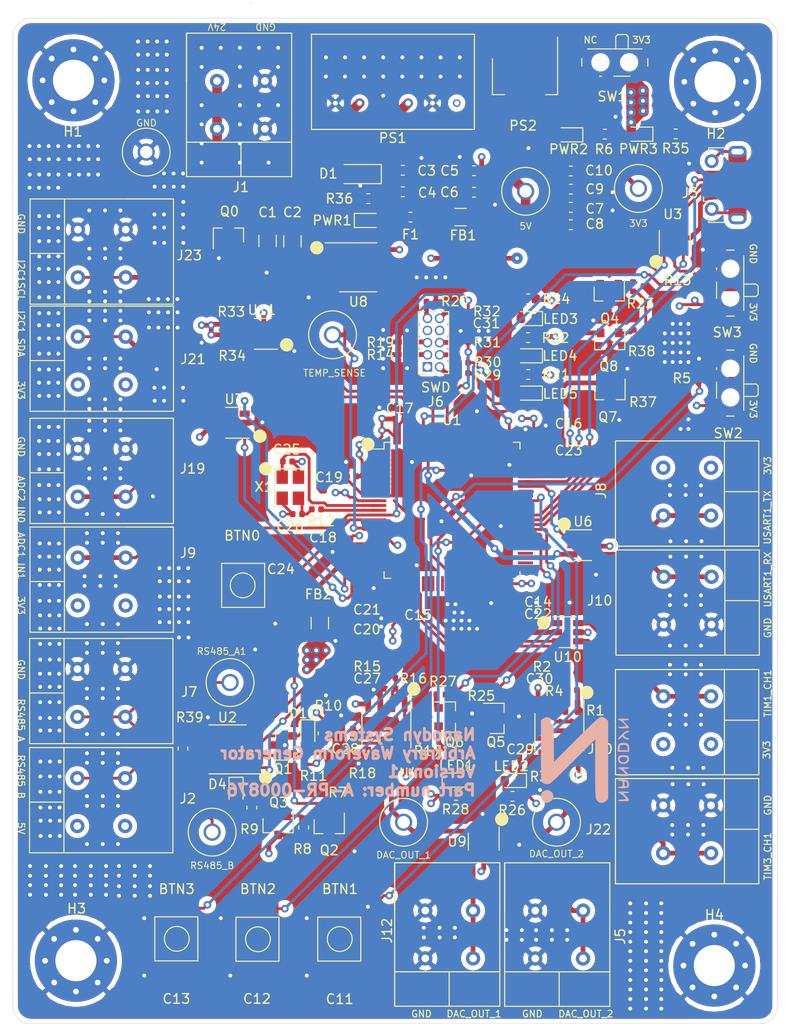
<source format=kicad_pcb>
(kicad_pcb (version 20171130) (host pcbnew "(5.1.5)-3")
  (layers (0 F.Cu signal) (1 In1.Cu power hide) (2 In2.Cu power hide) (31 B.Cu signal hide) (34 B.Paste user hide) (35 F.Paste user hide) (36 B.SilkS user) (37 F.SilkS user) (38 B.Mask user) (39 F.Mask user) (44 Edge.Cuts user))
  (net 0 "")
  (net 1 HSE_IN)
  (net 2 GND)
  (net 3 "Net-(C1-Pad1)")
  (net 4 "Net-(C3-Pad1)")
  (net 5 -5V)
  (net 6 +5V)
  (net 7 BTN1_Input)
  (net 8 BTN2_Input)
  (net 9 +3V3)
  (net 10 +3.3VA)
  (net 11 "Net-(C22-Pad1)")
  (net 12 "Net-(C23-Pad1)")
  (net 13 NRST)
  (net 14 "Net-(C27-Pad2)")
  (net 15 "Net-(C27-Pad1)")
  (net 16 "Net-(C28-Pad2)")
  (net 17 "Net-(C28-Pad1)")
  (net 18 "Net-(C29-Pad1)")
  (net 19 "Net-(C29-Pad2)")
  (net 20 "Net-(C30-Pad1)")
  (net 21 "Net-(C30-Pad2)")
  (net 22 VBUS)
  (net 23 "Net-(D4-Pad1)")
  (net 24 "Net-(D4-Pad2)")
  (net 25 "Net-(F1-Pad1)")
  (net 26 VCC)
  (net 27 "Net-(J3-Pad6)")
  (net 28 USB_ID)
  (net 29 "Net-(J6-Pad2)")
  (net 30 "Net-(J6-Pad4)")
  (net 31 "Net-(J6-Pad6)")
  (net 32 "Net-(J6-Pad10)")
  (net 33 USART1_RX)
  (net 34 USART1_TX)
  (net 35 TIM3_CH1)
  (net 36 TIM1_CH1)
  (net 37 ADC2_IN0)
  (net 38 ADC1_IN1)
  (net 39 I2C1_SDA)
  (net 40 I2C1_SCL)
  (net 41 TEMP_SENSE)
  (net 42 RE)
  (net 43 DE)
  (net 44 "Net-(Q2-Pad1)")
  (net 45 "Net-(Q2-Pad2)")
  (net 46 "Net-(Q3-Pad2)")
  (net 47 "Net-(Q4-Pad1)")
  (net 48 "Net-(Q5-Pad1)")
  (net 49 "Net-(Q6-Pad1)")
  (net 50 MAX485_PWR)
  (net 51 HSE_OUT)
  (net 52 BOOT0)
  (net 53 "Net-(R13-Pad1)")
  (net 54 BOOT1)
  (net 55 DAC_OUT1)
  (net 56 DAC_OUT2)
  (net 57 LED3)
  (net 58 LED2)
  (net 59 LED1)
  (net 60 SWDIO)
  (net 61 SWCLK)
  (net 62 SW0)
  (net 63 USART2_TX)
  (net 64 USART2_RX)
  (net 65 USB_D-)
  (net 66 USB_D+)
  (net 67 "Net-(R1-Pad2)")
  (net 68 "Net-(R16-Pad2)")
  (net 69 BTN3_Input)
  (net 70 "Net-(C26-Pad2)")
  (net 71 "Net-(J3-Pad2)")
  (net 72 "Net-(J3-Pad3)")
  (net 73 "Net-(J5-Pad1)")
  (net 74 "Net-(J6-Pad3)")
  (net 75 "Net-(J6-Pad5)")
  (net 76 "Net-(J6-Pad9)")
  (net 77 "Net-(J8-Pad2)")
  (net 78 "Net-(J9-Pad2)")
  (net 79 "Net-(J10-Pad1)")
  (net 80 "Net-(J12-Pad1)")
  (net 81 "Net-(J19-Pad1)")
  (net 82 "Net-(J20-Pad2)")
  (net 83 "Net-(J21-Pad2)")
  (net 84 "Net-(J22-Pad1)")
  (net 85 "Net-(J23-Pad1)")
  (net 86 "Net-(Q7-Pad1)")
  (net 87 "Net-(Q8-Pad1)")
  (net 88 "Net-(R5-Pad1)")
  (net 89 LED5)
  (net 90 LED4)
  (net 91 "Net-(D11-Pad2)")
  (net 92 "Net-(J2-Pad2)")
  (net 93 "Net-(J7-Pad1)")
  (net 94 "Net-(LED1-Pad2)")
  (net 95 "Net-(LED1-Pad1)")
  (net 96 "Net-(LED2-Pad1)")
  (net 97 "Net-(LED2-Pad2)")
  (net 98 "Net-(LED3-Pad1)")
  (net 99 "Net-(LED3-Pad2)")
  (net 100 "Net-(LED4-Pad2)")
  (net 101 "Net-(LED4-Pad1)")
  (net 102 "Net-(LED5-Pad1)")
  (net 103 "Net-(LED5-Pad2)")
  (net 104 "Net-(PWR1-Pad1)")
  (net 105 "Net-(PWR2-Pad1)")
  (net 106 "Net-(PWR3-Pad1)")
  (net 107 USART2_RTS)
  (net 108 "Net-(3V3-Pad1)")
  (net 109 "Net-(DAC_OUT_1-Pad1)")
  (net 110 "Net-(DAC_OUT_2-Pad1)")
  (module Fuse:Fuse_0603_1608Metric (layer F.Cu) (at 56.85 29.7 180)
    (fp_text reference F1 (at 0 -1.82) (layer F.SilkS))
    (fp_text value 300mA)
    (pad 2 smd roundrect (at 0.7875 0 180) (size 0.875 0.95) (layers F.Cu F.Paste F.Mask) (net 4 "Net-(C3-Pad1)"))
    (pad 1 smd roundrect (at -0.7875 0 180) (size 0.875 0.95) (layers F.Cu F.Paste F.Mask) (net 25 "Net-(F1-Pad1)"))
  )
  (module "Extra Components:5mm Pitch, 2 Way Terminal Block" (layer F.Cu) (at 27.15 33.5 270)
    (fp_text reference J23 (at 0.2 -6.55 180) (layer F.SilkS))
    (fp_text value I2C1_2)
    (pad 1 thru_hole circle (at 2.5 5.1 270) (size 1.5 1.5) (drill 0.8) (layers *.Cu *.Mask) (net 85 "Net-(J23-Pad1)"))
    (pad 2 thru_hole circle (at -2.5 5.1 270) (size 1.5 1.5) (drill 0.8) (layers *.Cu *.Mask) (net 2 GND))
    (pad 1 thru_hole circle (at 2.5 0.1 270) (size 1.5 1.5) (drill 0.8) (layers *.Cu *.Mask) (net 85 "Net-(J23-Pad1)"))
    (pad 2 thru_hole circle (at -2.5 0.1 270) (size 1.5 1.5) (drill 0.8) (layers *.Cu *.Mask) (net 2 GND))
  )
  (module "Extra Components:5mm Pitch, 2 Way Terminal Block" (layer F.Cu) (at 27.139999 67.8 270)
    (fp_text reference J9 (at -2.98 -6.430001 180) (layer F.SilkS))
    (fp_text value ADC_1)
    (pad 1 thru_hole circle (at 2.5 5.1 270) (size 1.5 1.5) (drill 0.8) (layers *.Cu *.Mask) (net 9 +3V3))
    (pad 2 thru_hole circle (at -2.5 5.1 270) (size 1.5 1.5) (drill 0.8) (layers *.Cu *.Mask) (net 78 "Net-(J9-Pad2)"))
    (pad 1 thru_hole circle (at 2.5 0.1 270) (size 1.5 1.5) (drill 0.8) (layers *.Cu *.Mask) (net 9 +3V3))
    (pad 2 thru_hole circle (at -2.5 0.1 270) (size 1.5 1.5) (drill 0.8) (layers *.Cu *.Mask) (net 78 "Net-(J9-Pad2)"))
  )
  (module LogoSilkScreens:NanodynSilkscreen (layer F.Cu) (at 74.35 88)
    (fp_text reference G*** hide)
    (fp_text value LOGO hide)
  )
  (module "Extra Components:ITP0312D05" (layer F.Cu) (at 54.991 17.78)
    (fp_text reference PS1 (at 0 3.65) (layer F.SilkS))
    (fp_text value ITP0324D05)
    (pad 1 thru_hole circle (at -6 0) (size 0.8 0.8) (drill 0.5) (layers *.Cu *.Mask) (net 2 GND))
    (pad 2 thru_hole circle (at -3.46 0) (size 0.8 0.8) (drill 0.5) (layers *.Cu *.Mask) (net 3 "Net-(C1-Pad1)"))
    (pad 6 thru_hole circle (at 6.7 0) (size 0.8 0.8) (drill 0.5) (layers *.Cu *.Mask) (net 5 -5V))
    (pad 5 thru_hole circle (at 4.16 0) (size 0.8 0.8) (drill 0.5) (layers *.Cu *.Mask) (net 2 GND))
    (pad 4 thru_hole circle (at 1.62 0) (size 0.9 0.9) (drill 0.55) (layers *.Cu *.Mask) (net 4 "Net-(C3-Pad1)"))
  )
  (module Package_SO:SOIC-8-1EP_3.9x4.9mm_P1.27mm_EP2.29x3mm (layer F.Cu) (at 51.37 34.95)
    (fp_text reference U8 (at 0.03 3.6) (layer F.SilkS))
    (fp_text value LM335ADT)
    (pad 8 smd roundrect (at 2.475 -1.905) (size 1.95 0.6) (layers F.Cu F.Paste F.Mask) (net 6 +5V))
    (pad 7 smd roundrect (at 2.475 -0.635) (size 1.95 0.6) (layers F.Cu F.Paste F.Mask))
    (pad 6 smd roundrect (at 2.475 0.635) (size 1.95 0.6) (layers F.Cu F.Paste F.Mask))
    (pad 5 smd roundrect (at 2.475 1.905) (size 1.95 0.6) (layers F.Cu F.Paste F.Mask) (net 41 TEMP_SENSE))
    (pad 4 smd roundrect (at -2.475 1.905) (size 1.95 0.6) (layers F.Cu F.Paste F.Mask) (net 2 GND))
    (pad 3 smd roundrect (at -2.475 0.635) (size 1.95 0.6) (layers F.Cu F.Paste F.Mask))
    (pad 2 smd roundrect (at -2.475 -0.635) (size 1.95 0.6) (layers F.Cu F.Paste F.Mask))
    (pad 1 smd roundrect (at -2.475 -1.905) (size 1.95 0.6) (layers F.Cu F.Paste F.Mask))
    (pad 9 smd roundrect (at 0 0) (size 2.29 3) (layers F.Cu F.Mask) (roundrect_rratio 0.10917))
  )
  (module "Extra Components:5001 Test Point" (layer F.Cu) (at 48.7 42)
    (fp_text reference TEMP_SENSE (at 0.2 4) (layer F.SilkS) (effects (font (size 0.7 0.7) (thickness 0.1))))
    (fp_text value 5001)
    (pad 1 thru_hole circle (at 0 0) (size 1.8 1.8) (drill 1.3) (layers *.Cu *.Mask) (net 41 TEMP_SENSE))
  )
  (module "Extra Components:5mm Pitch, 2 Way Terminal Block" (layer F.Cu) (at 83.2 82.3 90)
    (fp_text reference J20 (at -3.01 -6.51 180) (layer F.SilkS))
    (fp_text value TIMER_1)
    (pad 2 thru_hole circle (at 2.5 5.1 90) (size 1.5 1.5) (drill 0.8) (layers *.Cu *.Mask) (net 82 "Net-(J20-Pad2)"))
    (pad 1 thru_hole circle (at -2.5 5.1 90) (size 1.5 1.5) (drill 0.8) (layers *.Cu *.Mask) (net 9 +3V3))
    (pad 2 thru_hole circle (at 2.5 0.1 90) (size 1.5 1.5) (drill 0.8) (layers *.Cu *.Mask) (net 82 "Net-(J20-Pad2)"))
    (pad 1 thru_hole circle (at -2.5 0.1 90) (size 1.5 1.5) (drill 0.8) (layers *.Cu *.Mask) (net 9 +3V3))
  )
  (module "Extra Components:5mm Pitch, 2 Way Terminal Block" (layer F.Cu) (at 27.15 44.7 270)
    (fp_text reference J21 (at -0.15 -6.95 180) (layer F.SilkS))
    (fp_text value I2C1_1)
    (pad 2 thru_hole circle (at -2.5 0.1 270) (size 1.5 1.5) (drill 0.8) (layers *.Cu *.Mask) (net 83 "Net-(J21-Pad2)"))
    (pad 1 thru_hole circle (at 2.5 0.1 270) (size 1.5 1.5) (drill 0.8) (layers *.Cu *.Mask) (net 9 +3V3))
    (pad 2 thru_hole circle (at -2.5 5.1 270) (size 1.5 1.5) (drill 0.8) (layers *.Cu *.Mask) (net 83 "Net-(J21-Pad2)"))
    (pad 1 thru_hole circle (at 2.5 5.1 270) (size 1.5 1.5) (drill 0.8) (layers *.Cu *.Mask) (net 9 +3V3))
  )
  (module "Extra Components:5mm Pitch, 2 Way Terminal Block" (layer F.Cu) (at 60.9 102.1)
    (fp_text reference J12 (at -6.5 2.2 90) (layer F.SilkS))
    (fp_text value "Signal 2")
    (pad 1 thru_hole circle (at 2.5 5.1) (size 1.5 1.5) (drill 0.8) (layers *.Cu *.Mask) (net 80 "Net-(J12-Pad1)"))
    (pad 2 thru_hole circle (at -2.5 5.1) (size 1.5 1.5) (drill 0.8) (layers *.Cu *.Mask) (net 2 GND))
    (pad 1 thru_hole circle (at 2.5 0.1) (size 1.5 1.5) (drill 0.8) (layers *.Cu *.Mask) (net 80 "Net-(J12-Pad1)"))
    (pad 2 thru_hole circle (at -2.5 0.1) (size 1.5 1.5) (drill 0.8) (layers *.Cu *.Mask) (net 2 GND))
  )
  (module Package_TO_SOT_SMD:SOT-23-6 (layer F.Cu) (at 41.4 41.9 180)
    (fp_text reference U11 (at 0.1 2.5) (layer F.SilkS))
    (fp_text value USBLC6-2SC6)
    (pad 5 smd rect (at 1.1 0 180) (size 1.06 0.65) (layers F.Cu F.Paste F.Mask) (net 6 +5V))
    (pad 6 smd rect (at 1.1 -0.95 180) (size 1.06 0.65) (layers F.Cu F.Paste F.Mask) (net 83 "Net-(J21-Pad2)"))
    (pad 4 smd rect (at 1.1 0.95 180) (size 1.06 0.65) (layers F.Cu F.Paste F.Mask) (net 85 "Net-(J23-Pad1)"))
    (pad 3 smd rect (at -1.1 0.95 180) (size 1.06 0.65) (layers F.Cu F.Paste F.Mask) (net 40 I2C1_SCL))
    (pad 2 smd rect (at -1.1 0 180) (size 1.06 0.65) (layers F.Cu F.Paste F.Mask) (net 2 GND))
    (pad 1 smd rect (at -1.1 -0.95 180) (size 1.06 0.65) (layers F.Cu F.Paste F.Mask) (net 39 I2C1_SDA))
  )
  (module "Extra Components:5mm Pitch, 2 Way Terminal Block" (layer F.Cu) (at 27.139999 56.430001 270)
    (fp_text reference J19 (at -0.430001 -6.910001 180) (layer F.SilkS))
    (fp_text value ADC_2)
    (pad 2 thru_hole circle (at -2.5 0.1 270) (size 1.5 1.5) (drill 0.8) (layers *.Cu *.Mask) (net 2 GND))
    (pad 1 thru_hole circle (at 2.5 0.1 270) (size 1.5 1.5) (drill 0.8) (layers *.Cu *.Mask) (net 81 "Net-(J19-Pad1)"))
    (pad 2 thru_hole circle (at -2.5 5.1 270) (size 1.5 1.5) (drill 0.8) (layers *.Cu *.Mask) (net 2 GND))
    (pad 1 thru_hole circle (at 2.5 5.1 270) (size 1.5 1.5) (drill 0.8) (layers *.Cu *.Mask) (net 81 "Net-(J19-Pad1)"))
  )
  (module "Extra Components:5mm Pitch, 2 Way Terminal Block" (layer F.Cu) (at 27.1 79.45 270)
    (fp_text reference J7 (at -0.1 -6.6 180) (layer F.SilkS))
    (fp_text value RS485_2)
    (pad 2 thru_hole circle (at -2.5 0.1 270) (size 1.5 1.5) (drill 0.8) (layers *.Cu *.Mask) (net 2 GND))
    (pad 1 thru_hole circle (at 2.5 0.1 270) (size 1.5 1.5) (drill 0.8) (layers *.Cu *.Mask) (net 93 "Net-(J7-Pad1)"))
    (pad 2 thru_hole circle (at -2.5 5.1 270) (size 1.5 1.5) (drill 0.8) (layers *.Cu *.Mask) (net 2 GND))
    (pad 1 thru_hole circle (at 2.5 5.1 270) (size 1.5 1.5) (drill 0.8) (layers *.Cu *.Mask) (net 93 "Net-(J7-Pad1)"))
  )
  (module "Extra Components:5mm Pitch, 2 Way Terminal Block" (layer F.Cu) (at 83.25 69.8 90)
    (fp_text reference J10 (at 0.01 -6.6 180) (layer F.SilkS))
    (fp_text value USART1_2)
    (pad 1 thru_hole circle (at 2.5 5.1 90) (size 1.5 1.5) (drill 0.8) (layers *.Cu *.Mask) (net 79 "Net-(J10-Pad1)"))
    (pad 2 thru_hole circle (at -2.5 5.1 90) (size 1.5 1.5) (drill 0.8) (layers *.Cu *.Mask) (net 2 GND))
    (pad 1 thru_hole circle (at 2.5 0.1 90) (size 1.5 1.5) (drill 0.8) (layers *.Cu *.Mask) (net 79 "Net-(J10-Pad1)"))
    (pad 2 thru_hole circle (at -2.5 0.1 90) (size 1.5 1.5) (drill 0.8) (layers *.Cu *.Mask) (net 2 GND))
  )
  (module Package_QFP:LQFP-100_14x14mm_P0.5mm (layer F.Cu) (at 61.2 60.35)
    (fp_text reference U1 (at 0 -9.42) (layer F.SilkS))
    (fp_text value STM32F427VITx)
    (pad 100 smd roundrect (at -6 -7.675) (size 0.3 1.6) (layers F.Cu F.Paste F.Mask) (net 9 +3V3))
    (pad 99 smd roundrect (at -5.5 -7.675) (size 0.3 1.6) (layers F.Cu F.Paste F.Mask) (net 2 GND))
    (pad 98 smd roundrect (at -5 -7.675) (size 0.3 1.6) (layers F.Cu F.Paste F.Mask))
    (pad 97 smd roundrect (at -4.5 -7.675) (size 0.3 1.6) (layers F.Cu F.Paste F.Mask))
    (pad 96 smd roundrect (at -4 -7.675) (size 0.3 1.6) (layers F.Cu F.Paste F.Mask) (net 39 I2C1_SDA))
    (pad 95 smd roundrect (at -3.5 -7.675) (size 0.3 1.6) (layers F.Cu F.Paste F.Mask))
    (pad 94 smd roundrect (at -3 -7.675) (size 0.3 1.6) (layers F.Cu F.Paste F.Mask) (net 52 BOOT0))
    (pad 93 smd roundrect (at -2.5 -7.675) (size 0.3 1.6) (layers F.Cu F.Paste F.Mask) (net 33 USART1_RX))
    (pad 92 smd roundrect (at -2 -7.675) (size 0.3 1.6) (layers F.Cu F.Paste F.Mask) (net 40 I2C1_SCL))
    (pad 91 smd roundrect (at -1.5 -7.675) (size 0.3 1.6) (layers F.Cu F.Paste F.Mask))
    (pad 90 smd roundrect (at -1 -7.675) (size 0.3 1.6) (layers F.Cu F.Paste F.Mask))
    (pad 89 smd roundrect (at -0.5 -7.675) (size 0.3 1.6) (layers F.Cu F.Paste F.Mask) (net 62 SW0))
    (pad 88 smd roundrect (at 0 -7.675) (size 0.3 1.6) (layers F.Cu F.Paste F.Mask))
    (pad 87 smd roundrect (at 0.5 -7.675) (size 0.3 1.6) (layers F.Cu F.Paste F.Mask))
    (pad 86 smd roundrect (at 1 -7.675) (size 0.3 1.6) (layers F.Cu F.Paste F.Mask))
    (pad 85 smd roundrect (at 1.5 -7.675) (size 0.3 1.6) (layers F.Cu F.Paste F.Mask) (net 107 USART2_RTS))
    (pad 84 smd roundrect (at 2 -7.675) (size 0.3 1.6) (layers F.Cu F.Paste F.Mask))
    (pad 83 smd roundrect (at 2.5 -7.675) (size 0.3 1.6) (layers F.Cu F.Paste F.Mask))
    (pad 82 smd roundrect (at 3 -7.675) (size 0.3 1.6) (layers F.Cu F.Paste F.Mask))
    (pad 81 smd roundrect (at 3.5 -7.675) (size 0.3 1.6) (layers F.Cu F.Paste F.Mask))
    (pad 80 smd roundrect (at 4 -7.675) (size 0.3 1.6) (layers F.Cu F.Paste F.Mask))
    (pad 79 smd roundrect (at 4.5 -7.675) (size 0.3 1.6) (layers F.Cu F.Paste F.Mask))
    (pad 78 smd roundrect (at 5 -7.675) (size 0.3 1.6) (layers F.Cu F.Paste F.Mask))
    (pad 77 smd roundrect (at 5.5 -7.675) (size 0.3 1.6) (layers F.Cu F.Paste F.Mask))
    (pad 76 smd roundrect (at 6 -7.675) (size 0.3 1.6) (layers F.Cu F.Paste F.Mask) (net 61 SWCLK))
    (pad 75 smd roundrect (at 7.675 -6) (size 1.6 0.3) (layers F.Cu F.Paste F.Mask) (net 9 +3V3))
    (pad 74 smd roundrect (at 7.675 -5.5) (size 1.6 0.3) (layers F.Cu F.Paste F.Mask) (net 2 GND))
    (pad 73 smd roundrect (at 7.675 -5) (size 1.6 0.3) (layers F.Cu F.Paste F.Mask) (net 12 "Net-(C23-Pad1)"))
    (pad 72 smd roundrect (at 7.675 -4.5) (size 1.6 0.3) (layers F.Cu F.Paste F.Mask) (net 60 SWDIO))
    (pad 71 smd roundrect (at 7.675 -4) (size 1.6 0.3) (layers F.Cu F.Paste F.Mask) (net 66 USB_D+))
    (pad 70 smd roundrect (at 7.675 -3.5) (size 1.6 0.3) (layers F.Cu F.Paste F.Mask) (net 65 USB_D-))
    (pad 69 smd roundrect (at 7.675 -3) (size 1.6 0.3) (layers F.Cu F.Paste F.Mask) (net 28 USB_ID))
    (pad 68 smd roundrect (at 7.675 -2.5) (size 1.6 0.3) (layers F.Cu F.Paste F.Mask) (net 34 USART1_TX))
    (pad 67 smd roundrect (at 7.675 -2) (size 1.6 0.3) (layers F.Cu F.Paste F.Mask))
    (pad 66 smd roundrect (at 7.675 -1.5) (size 1.6 0.3) (layers F.Cu F.Paste F.Mask))
    (pad 65 smd roundrect (at 7.675 -1) (size 1.6 0.3) (layers F.Cu F.Paste F.Mask) (net 7 BTN1_Input))
    (pad 64 smd roundrect (at 7.675 -0.5) (size 1.6 0.3) (layers F.Cu F.Paste F.Mask) (net 8 BTN2_Input))
    (pad 63 smd roundrect (at 7.675 0) (size 1.6 0.3) (layers F.Cu F.Paste F.Mask) (net 69 BTN3_Input))
    (pad 62 smd roundrect (at 7.675 0.5) (size 1.6 0.3) (layers F.Cu F.Paste F.Mask) (net 89 LED5))
    (pad 61 smd roundrect (at 7.675 1) (size 1.6 0.3) (layers F.Cu F.Paste F.Mask) (net 90 LED4))
    (pad 60 smd roundrect (at 7.675 1.5) (size 1.6 0.3) (layers F.Cu F.Paste F.Mask) (net 57 LED3))
    (pad 59 smd roundrect (at 7.675 2) (size 1.6 0.3) (layers F.Cu F.Paste F.Mask) (net 58 LED2))
    (pad 58 smd roundrect (at 7.675 2.5) (size 1.6 0.3) (layers F.Cu F.Paste F.Mask) (net 59 LED1))
    (pad 57 smd roundrect (at 7.675 3) (size 1.6 0.3) (layers F.Cu F.Paste F.Mask))
    (pad 56 smd roundrect (at 7.675 3.5) (size 1.6 0.3) (layers F.Cu F.Paste F.Mask))
    (pad 55 smd roundrect (at 7.675 4) (size 1.6 0.3) (layers F.Cu F.Paste F.Mask))
    (pad 54 smd roundrect (at 7.675 4.5) (size 1.6 0.3) (layers F.Cu F.Paste F.Mask))
    (pad 53 smd roundrect (at 7.675 5) (size 1.6 0.3) (layers F.Cu F.Paste F.Mask))
    (pad 52 smd roundrect (at 7.675 5.5) (size 1.6 0.3) (layers F.Cu F.Paste F.Mask))
    (pad 51 smd roundrect (at 7.675 6) (size 1.6 0.3) (layers F.Cu F.Paste F.Mask))
    (pad 50 smd roundrect (at 6 7.675) (size 0.3 1.6) (layers F.Cu F.Paste F.Mask) (net 9 +3V3))
    (pad 49 smd roundrect (at 5.5 7.675) (size 0.3 1.6) (layers F.Cu F.Paste F.Mask) (net 11 "Net-(C22-Pad1)"))
    (pad 48 smd roundrect (at 5 7.675) (size 0.3 1.6) (layers F.Cu F.Paste F.Mask))
    (pad 47 smd roundrect (at 4.5 7.675) (size 0.3 1.6) (layers F.Cu F.Paste F.Mask))
    (pad 46 smd roundrect (at 4 7.675) (size 0.3 1.6) (layers F.Cu F.Paste F.Mask))
    (pad 45 smd roundrect (at 3.5 7.675) (size 0.3 1.6) (layers F.Cu F.Paste F.Mask))
    (pad 44 smd roundrect (at 3 7.675) (size 0.3 1.6) (layers F.Cu F.Paste F.Mask))
    (pad 43 smd roundrect (at 2.5 7.675) (size 0.3 1.6) (layers F.Cu F.Paste F.Mask))
    (pad 42 smd roundrect (at 2 7.675) (size 0.3 1.6) (layers F.Cu F.Paste F.Mask))
    (pad 41 smd roundrect (at 1.5 7.675) (size 0.3 1.6) (layers F.Cu F.Paste F.Mask))
    (pad 40 smd roundrect (at 1 7.675) (size 0.3 1.6) (layers F.Cu F.Paste F.Mask) (net 36 TIM1_CH1))
    (pad 39 smd roundrect (at 0.5 7.675) (size 0.3 1.6) (layers F.Cu F.Paste F.Mask))
    (pad 38 smd roundrect (at 0 7.675) (size 0.3 1.6) (layers F.Cu F.Paste F.Mask))
    (pad 37 smd roundrect (at -0.5 7.675) (size 0.3 1.6) (layers F.Cu F.Paste F.Mask) (net 54 BOOT1))
    (pad 36 smd roundrect (at -1 7.675) (size 0.3 1.6) (layers F.Cu F.Paste F.Mask))
    (pad 35 smd roundrect (at -1.5 7.675) (size 0.3 1.6) (layers F.Cu F.Paste F.Mask))
    (pad 34 smd roundrect (at -2 7.675) (size 0.3 1.6) (layers F.Cu F.Paste F.Mask))
    (pad 33 smd roundrect (at -2.5 7.675) (size 0.3 1.6) (layers F.Cu F.Paste F.Mask))
    (pad 32 smd roundrect (at -3 7.675) (size 0.3 1.6) (layers F.Cu F.Paste F.Mask))
    (pad 31 smd roundrect (at -3.5 7.675) (size 0.3 1.6) (layers F.Cu F.Paste F.Mask) (net 35 TIM3_CH1))
    (pad 30 smd roundrect (at -4 7.675) (size 0.3 1.6) (layers F.Cu F.Paste F.Mask) (net 56 DAC_OUT2))
    (pad 29 smd roundrect (at -4.5 7.675) (size 0.3 1.6) (layers F.Cu F.Paste F.Mask) (net 55 DAC_OUT1))
    (pad 28 smd roundrect (at -5 7.675) (size 0.3 1.6) (layers F.Cu F.Paste F.Mask) (net 9 +3V3))
    (pad 27 smd roundrect (at -5.5 7.675) (size 0.3 1.6) (layers F.Cu F.Paste F.Mask) (net 2 GND))
    (pad 26 smd roundrect (at -6 7.675) (size 0.3 1.6) (layers F.Cu F.Paste F.Mask) (net 64 USART2_RX))
    (pad 25 smd roundrect (at -7.675 6) (size 1.6 0.3) (layers F.Cu F.Paste F.Mask) (net 63 USART2_TX))
    (pad 24 smd roundrect (at -7.675 5.5) (size 1.6 0.3) (layers F.Cu F.Paste F.Mask) (net 38 ADC1_IN1))
    (pad 23 smd roundrect (at -7.675 5) (size 1.6 0.3) (layers F.Cu F.Paste F.Mask) (net 37 ADC2_IN0))
    (pad 22 smd roundrect (at -7.675 4.5) (size 1.6 0.3) (layers F.Cu F.Paste F.Mask) (net 10 +3.3VA))
    (pad 21 smd roundrect (at -7.675 4) (size 1.6 0.3) (layers F.Cu F.Paste F.Mask) (net 10 +3.3VA))
    (pad 20 smd roundrect (at -7.675 3.5) (size 1.6 0.3) (layers F.Cu F.Paste F.Mask) (net 2 GND))
    (pad 19 smd roundrect (at -7.675 3) (size 1.6 0.3) (layers F.Cu F.Paste F.Mask) (net 9 +3V3))
    (pad 18 smd roundrect (at -7.675 2.5) (size 1.6 0.3) (layers F.Cu F.Paste F.Mask))
    (pad 17 smd roundrect (at -7.675 2) (size 1.6 0.3) (layers F.Cu F.Paste F.Mask) (net 41 TEMP_SENSE))
    (pad 16 smd roundrect (at -7.675 1.5) (size 1.6 0.3) (layers F.Cu F.Paste F.Mask))
    (pad 15 smd roundrect (at -7.675 1) (size 1.6 0.3) (layers F.Cu F.Paste F.Mask) (net 50 MAX485_PWR))
    (pad 14 smd roundrect (at -7.675 0.5) (size 1.6 0.3) (layers F.Cu F.Paste F.Mask) (net 13 NRST))
    (pad 13 smd roundrect (at -7.675 0) (size 1.6 0.3) (layers F.Cu F.Paste F.Mask) (net 51 HSE_OUT))
    (pad 12 smd roundrect (at -7.675 -0.5) (size 1.6 0.3) (layers F.Cu F.Paste F.Mask) (net 1 HSE_IN))
    (pad 11 smd roundrect (at -7.675 -1) (size 1.6 0.3) (layers F.Cu F.Paste F.Mask) (net 9 +3V3))
    (pad 10 smd roundrect (at -7.675 -1.5) (size 1.6 0.3) (layers F.Cu F.Paste F.Mask) (net 2 GND))
    (pad 9 smd roundrect (at -7.675 -2) (size 1.6 0.3) (layers F.Cu F.Paste F.Mask))
    (pad 8 smd roundrect (at -7.675 -2.5) (size 1.6 0.3) (layers F.Cu F.Paste F.Mask))
    (pad 7 smd roundrect (at -7.675 -3) (size 1.6 0.3) (layers F.Cu F.Paste F.Mask))
    (pad 6 smd roundrect (at -7.675 -3.5) (size 1.6 0.3) (layers F.Cu F.Paste F.Mask) (net 9 +3V3))
    (pad 5 smd roundrect (at -7.675 -4) (size 1.6 0.3) (layers F.Cu F.Paste F.Mask))
    (pad 4 smd roundrect (at -7.675 -4.5) (size 1.6 0.3) (layers F.Cu F.Paste F.Mask))
    (pad 3 smd roundrect (at -7.675 -5) (size 1.6 0.3) (layers F.Cu F.Paste F.Mask))
    (pad 2 smd roundrect (at -7.675 -5.5) (size 1.6 0.3) (layers F.Cu F.Paste F.Mask))
    (pad 1 smd roundrect (at -7.675 -6) (size 1.6 0.3) (layers F.Cu F.Paste F.Mask))
  )
  (module Button_Switch_SMD:SW_SPDT_PCM12 (layer F.Cu) (at 78.232 13.843 180)
    (fp_text reference SW1 (at 0.292 -3.247) (layer F.SilkS))
    (fp_text value SW_SPDT)
    (pad "" np_thru_hole circle (at -1.5 0.33 180) (size 0.9 0.9) (drill 0.9) (layers *.Cu *.Mask))
    (pad "" np_thru_hole circle (at 1.5 0.33 180) (size 0.9 0.9) (drill 0.9) (layers *.Cu *.Mask))
    (pad 1 smd rect (at -2.25 -1.43 180) (size 0.7 1.5) (layers F.Cu F.Paste F.Mask) (net 9 +3V3))
    (pad 2 smd rect (at 0.75 -1.43 180) (size 0.7 1.5) (layers F.Cu F.Paste F.Mask) (net 108 "Net-(3V3-Pad1)"))
    (pad 3 smd rect (at 2.25 -1.43 180) (size 0.7 1.5) (layers F.Cu F.Paste F.Mask))
    (pad "" smd rect (at -3.65 1.43 180) (size 1 0.8) (layers F.Cu F.Paste F.Mask))
    (pad "" smd rect (at 3.65 1.43 180) (size 1 0.8) (layers F.Cu F.Paste F.Mask))
    (pad "" smd rect (at 3.65 -0.78 180) (size 1 0.8) (layers F.Cu F.Paste F.Mask))
    (pad "" smd rect (at -3.65 -0.78 180) (size 1 0.8) (layers F.Cu F.Paste F.Mask))
  )
  (module Crystal:Crystal_SMD_3225-4Pin_3.2x2.5mm (layer F.Cu) (at 44.28 57.99 270)
    (fp_text reference X1 (at -0.09 2.78 180) (layer F.SilkS))
    (fp_text value " 25MHZ")
    (pad 1 smd rect (at -1.1 0.85 270) (size 1.4 1.2) (layers F.Cu F.Paste F.Mask) (net 1 HSE_IN))
    (pad 2 smd rect (at 1.1 0.85 270) (size 1.4 1.2) (layers F.Cu F.Paste F.Mask) (net 2 GND))
    (pad 3 smd rect (at 1.1 -0.85 270) (size 1.4 1.2) (layers F.Cu F.Paste F.Mask) (net 70 "Net-(C26-Pad2)"))
    (pad 4 smd rect (at -1.1 -0.85 270) (size 1.4 1.2) (layers F.Cu F.Paste F.Mask) (net 2 GND))
  )
  (module Capacitor_SMD:C_1206_3216Metric (layer F.Cu) (at 41.9 32.2 270)
    (fp_text reference C1 (at -3 0 180) (layer F.SilkS))
    (fp_text value 10n)
    (pad 2 smd roundrect (at 1.4 0 270) (size 1.25 1.75) (layers F.Cu F.Paste F.Mask) (roundrect_rratio 0.2) (net 2 GND))
    (pad 1 smd roundrect (at -1.4 0 270) (size 1.25 1.75) (layers F.Cu F.Paste F.Mask) (roundrect_rratio 0.2) (net 3 "Net-(C1-Pad1)"))
  )
  (module Capacitor_SMD:C_1206_3216Metric (layer F.Cu) (at 44.5 32.25 90)
    (fp_text reference C2 (at 3.05 0 180) (layer F.SilkS))
    (fp_text value 10n)
    (pad 1 smd roundrect (at -1.4 0 90) (size 1.25 1.75) (layers F.Cu F.Paste F.Mask) (roundrect_rratio 0.2) (net 2 GND))
    (pad 2 smd roundrect (at 1.4 0 90) (size 1.25 1.75) (layers F.Cu F.Paste F.Mask) (roundrect_rratio 0.2) (net 3 "Net-(C1-Pad1)"))
  )
  (module Capacitor_SMD:C_0603_1608Metric (layer F.Cu) (at 56.05 24.8)
    (fp_text reference C3 (at 2.5 0.05) (layer F.SilkS))
    (fp_text value 10n)
    (pad 1 smd roundrect (at -0.7875 0) (size 0.875 0.95) (layers F.Cu F.Paste F.Mask) (net 4 "Net-(C3-Pad1)"))
    (pad 2 smd roundrect (at 0.7875 0) (size 0.875 0.95) (layers F.Cu F.Paste F.Mask) (net 2 GND))
  )
  (module Capacitor_SMD:C_0603_1608Metric (layer F.Cu) (at 56.05 27.05)
    (fp_text reference C4 (at 2.55 0.1) (layer F.SilkS))
    (fp_text value 10n)
    (pad 2 smd roundrect (at 0.7875 0) (size 0.875 0.95) (layers F.Cu F.Paste F.Mask) (net 2 GND))
    (pad 1 smd roundrect (at -0.7875 0) (size 0.875 0.95) (layers F.Cu F.Paste F.Mask) (net 4 "Net-(C3-Pad1)"))
  )
  (module Capacitor_SMD:C_0603_1608Metric (layer F.Cu) (at 63.5 24.85)
    (fp_text reference C5 (at -2.55 0) (layer F.SilkS))
    (fp_text value 10n)
    (pad 2 smd roundrect (at 0.7875 0) (size 0.875 0.95) (layers F.Cu F.Paste F.Mask) (net 5 -5V))
    (pad 1 smd roundrect (at -0.7875 0) (size 0.875 0.95) (layers F.Cu F.Paste F.Mask) (net 2 GND))
  )
  (module Capacitor_SMD:C_0603_1608Metric (layer F.Cu) (at 63.5 27.1)
    (fp_text reference C6 (at -2.5725 0) (layer F.SilkS))
    (fp_text value 10n)
    (pad 1 smd roundrect (at -0.7875 0) (size 0.875 0.95) (layers F.Cu F.Paste F.Mask) (net 2 GND))
    (pad 2 smd roundrect (at 0.7875 0) (size 0.875 0.95) (layers F.Cu F.Paste F.Mask) (net 5 -5V))
  )
  (module Capacitor_SMD:C_0402_1005Metric (layer F.Cu) (at 49.45 110.11)
    (fp_text reference C11 (at 0 1.35) (layer F.SilkS))
    (fp_text value 12p)
    (pad 1 smd roundrect (at -0.485 0) (size 0.59 0.64) (layers F.Cu F.Paste F.Mask) (net 2 GND))
    (pad 2 smd roundrect (at 0.485 0) (size 0.59 0.64) (layers F.Cu F.Paste F.Mask) (net 7 BTN1_Input))
  )
  (module Capacitor_SMD:C_0402_1005Metric (layer F.Cu) (at 40.89 110.08)
    (fp_text reference C12 (at -0.1 1.35) (layer F.SilkS))
    (fp_text value 12p)
    (pad 2 smd roundrect (at 0.485 0) (size 0.59 0.64) (layers F.Cu F.Paste F.Mask) (net 8 BTN2_Input))
    (pad 1 smd roundrect (at -0.485 0) (size 0.59 0.64) (layers F.Cu F.Paste F.Mask) (net 2 GND))
  )
  (module Capacitor_SMD:C_0402_1005Metric (layer F.Cu) (at 32.31 110.08)
    (fp_text reference C13 (at 0.05 1.35) (layer F.SilkS))
    (fp_text value 12p)
    (pad 1 smd roundrect (at -0.485 0) (size 0.59 0.64) (layers F.Cu F.Paste F.Mask) (net 2 GND))
    (pad 2 smd roundrect (at 0.485 0) (size 0.59 0.64) (layers F.Cu F.Paste F.Mask) (net 69 BTN3_Input))
  )
  (module Capacitor_SMD:C_0402_1005Metric (layer F.Cu) (at 67.8 70)
    (fp_text reference C14 (at 2.4 -0.06) (layer F.SilkS))
    (fp_text value 4u7)
    (pad 2 smd roundrect (at 0.485 0) (size 0.59 0.64) (layers F.Cu F.Paste F.Mask) (net 2 GND))
    (pad 1 smd roundrect (at -0.485 0) (size 0.59 0.64) (layers F.Cu F.Paste F.Mask) (net 9 +3V3))
  )
  (module Capacitor_SMD:C_0402_1005Metric (layer F.Cu) (at 55.2 71.2 180)
    (fp_text reference C15 (at -2.45 -0.1) (layer F.SilkS))
    (fp_text value 100n)
    (pad 2 smd roundrect (at 0.485 0 180) (size 0.59 0.64) (layers F.Cu F.Paste F.Mask) (net 2 GND))
    (pad 1 smd roundrect (at -0.485 0 180) (size 0.59 0.64) (layers F.Cu F.Paste F.Mask) (net 9 +3V3))
  )
  (module Capacitor_SMD:C_0402_1005Metric (layer F.Cu) (at 71 52.6)
    (fp_text reference C16 (at 2.4 -1.292) (layer F.SilkS))
    (fp_text value 100n)
    (pad 2 smd roundrect (at 0.485 0) (size 0.59 0.64) (layers F.Cu F.Paste F.Mask) (net 2 GND))
    (pad 1 smd roundrect (at -0.485 0) (size 0.59 0.64) (layers F.Cu F.Paste F.Mask) (net 9 +3V3))
  )
  (module Capacitor_SMD:C_0402_1005Metric (layer F.Cu) (at 55.7 50.8)
    (fp_text reference C17 (at 0.015 -1.1) (layer F.SilkS))
    (fp_text value 100n)
    (pad 2 smd roundrect (at 0.485 0) (size 0.59 0.64) (layers F.Cu F.Paste F.Mask) (net 2 GND))
    (pad 1 smd roundrect (at -0.485 0) (size 0.59 0.64) (layers F.Cu F.Paste F.Mask) (net 9 +3V3))
  )
  (module Capacitor_SMD:C_0402_1005Metric (layer F.Cu) (at 50.092 63.296 180)
    (fp_text reference C18 (at 2.392 0.096) (layer F.SilkS))
    (fp_text value 100n)
    (pad 1 smd roundrect (at -0.485 0 180) (size 0.59 0.64) (layers F.Cu F.Paste F.Mask) (net 9 +3V3))
    (pad 2 smd roundrect (at 0.485 0 180) (size 0.59 0.64) (layers F.Cu F.Paste F.Mask) (net 2 GND))
  )
  (module Capacitor_SMD:C_0402_1005Metric (layer F.Cu) (at 50.7 56.8 180)
    (fp_text reference C19 (at 2.37 -0.1) (layer F.SilkS))
    (fp_text value 100n)
    (pad 1 smd roundrect (at -0.485 0 180) (size 0.59 0.64) (layers F.Cu F.Paste F.Mask) (net 9 +3V3))
    (pad 2 smd roundrect (at 0.485 0 180) (size 0.59 0.64) (layers F.Cu F.Paste F.Mask) (net 2 GND))
  )
  (module Capacitor_SMD:C_0402_1005Metric (layer F.Cu) (at 49.875 72.837)
    (fp_text reference C20 (at 2.4 -0.03) (layer F.SilkS))
    (fp_text value 1u)
    (pad 1 smd roundrect (at -0.485 0) (size 0.59 0.64) (layers F.Cu F.Paste F.Mask) (net 10 +3.3VA))
    (pad 2 smd roundrect (at 0.485 0) (size 0.59 0.64) (layers F.Cu F.Paste F.Mask) (net 2 GND))
  )
  (module Capacitor_SMD:C_0402_1005Metric (layer F.Cu) (at 49.885 70.8 180)
    (fp_text reference C21 (at -2.415 0.06) (layer F.SilkS))
    (fp_text value 1u)
    (pad 1 smd roundrect (at -0.485 0 180) (size 0.59 0.64) (layers F.Cu F.Paste F.Mask) (net 2 GND))
    (pad 2 smd roundrect (at 0.485 0 180) (size 0.59 0.64) (layers F.Cu F.Paste F.Mask) (net 10 +3.3VA))
  )
  (module Capacitor_SMD:C_0402_1005Metric (layer F.Cu) (at 42.291 68.072 90)
    (fp_text reference C24 (at 1.565 1 180) (layer F.SilkS))
    (fp_text value 12p)
    (pad 1 smd roundrect (at -0.485 0 90) (size 0.59 0.64) (layers F.Cu F.Paste F.Mask) (net 2 GND))
    (pad 2 smd roundrect (at 0.485 0 90) (size 0.59 0.64) (layers F.Cu F.Paste F.Mask) (net 13 NRST))
  )
  (module Capacitor_SMD:C_0402_1005Metric (layer F.Cu) (at 43.985 55.25 180)
    (fp_text reference C25 (at 0.08 1.25) (layer F.SilkS))
    (fp_text value 20p)
    (pad 1 smd roundrect (at -0.485 0 180) (size 0.59 0.64) (layers F.Cu F.Paste F.Mask) (net 2 GND))
    (pad 2 smd roundrect (at 0.485 0 180) (size 0.59 0.64) (layers F.Cu F.Paste F.Mask) (net 1 HSE_IN))
  )
  (module Capacitor_SMD:C_0402_1005Metric (layer F.Cu) (at 45.015 60.75)
    (fp_text reference C26 (at -0.765 1.25) (layer F.SilkS))
    (fp_text value 20p)
    (pad 2 smd roundrect (at 0.485 0) (size 0.59 0.64) (layers F.Cu F.Paste F.Mask) (net 70 "Net-(C26-Pad2)"))
    (pad 1 smd roundrect (at -0.485 0) (size 0.59 0.64) (layers F.Cu F.Paste F.Mask) (net 2 GND))
  )
  (module Capacitor_SMD:C_0402_1005Metric (layer F.Cu) (at 62.4 40.76 180)
    (fp_text reference C31 (at -2.4 -0.04) (layer F.SilkS))
    (fp_text value 100n)
    (pad 1 smd roundrect (at -0.485 0 180) (size 0.59 0.64) (layers F.Cu F.Paste F.Mask) (net 13 NRST))
    (pad 2 smd roundrect (at 0.485 0 180) (size 0.59 0.64) (layers F.Cu F.Paste F.Mask) (net 2 GND))
  )
  (module Diode_SMD:D_SOD-123 (layer F.Cu) (at 51.55 25.2 180)
    (fp_text reference D1 (at 3.3 0.05 180) (layer F.SilkS))
    (fp_text value B5819W)
    (pad 2 smd rect (at 1.65 0 180) (size 0.9 1.2) (layers F.Cu F.Paste F.Mask) (net 22 VBUS))
    (pad 1 smd rect (at -1.65 0 180) (size 0.9 1.2) (layers F.Cu F.Paste F.Mask) (net 4 "Net-(C3-Pad1)"))
  )
  (module LED_SMD:LED_0603_1608Metric (layer F.Cu) (at 73.4 21.1 180)
    (fp_text reference PWR2 (at 0 -1.5) (layer F.SilkS))
    (fp_text value GREEN)
    (pad 1 smd roundrect (at -0.7875 0 180) (size 0.875 0.95) (layers F.Cu F.Paste F.Mask) (net 105 "Net-(PWR2-Pad1)"))
    (pad 2 smd roundrect (at 0.7875 0 180) (size 0.875 0.95) (layers F.Cu F.Paste F.Mask) (net 108 "Net-(3V3-Pad1)"))
  )
  (module LED_SMD:LED_0603_1608Metric (layer F.Cu) (at 38.6 89.75 270)
    (fp_text reference D4 (at -0.75 1.95 180) (layer F.SilkS))
    (fp_text value BLUE)
    (pad 1 smd roundrect (at -0.7875 0 270) (size 0.875 0.95) (layers F.Cu F.Paste F.Mask) (net 23 "Net-(D4-Pad1)"))
    (pad 2 smd roundrect (at 0.7875 0 270) (size 0.875 0.95) (layers F.Cu F.Paste F.Mask) (net 24 "Net-(D4-Pad2)"))
  )
  (module LED_SMD:LED_0603_1608Metric (layer F.Cu) (at 69.18 40.31 180)
    (fp_text reference LED3 (at -3.38 -0.04) (layer F.SilkS))
    (fp_text value GREEN)
    (pad 2 smd roundrect (at 0.7875 0 180) (size 0.875 0.95) (layers F.Cu F.Paste F.Mask) (net 99 "Net-(LED3-Pad2)"))
    (pad 1 smd roundrect (at -0.7875 0 180) (size 0.875 0.95) (layers F.Cu F.Paste F.Mask) (net 98 "Net-(LED3-Pad1)"))
  )
  (module LED_SMD:LED_0603_1608Metric (layer F.Cu) (at 67.5 88.6 180)
    (fp_text reference LED2 (at 0.1 1.5) (layer F.SilkS))
    (fp_text value RED)
    (pad 1 smd roundrect (at -0.7875 0 180) (size 0.875 0.95) (layers F.Cu F.Paste F.Mask) (net 96 "Net-(LED2-Pad1)"))
    (pad 2 smd roundrect (at 0.7875 0 180) (size 0.875 0.95) (layers F.Cu F.Paste F.Mask) (net 97 "Net-(LED2-Pad2)"))
  )
  (module LED_SMD:LED_0603_1608Metric (layer F.Cu) (at 61.65 88.556)
    (fp_text reference LED1 (at 0 -1.524) (layer F.SilkS))
    (fp_text value BLUE)
    (pad 2 smd roundrect (at 0.7875 0) (size 0.875 0.95) (layers F.Cu F.Paste F.Mask) (net 94 "Net-(LED1-Pad2)"))
    (pad 1 smd roundrect (at -0.7875 0) (size 0.875 0.95) (layers F.Cu F.Paste F.Mask) (net 95 "Net-(LED1-Pad1)"))
  )
  (module LED_SMD:LED_0603_1608Metric (layer F.Cu) (at 80.735 21.027 180)
    (fp_text reference PWR3 (at 0.035 -1.544) (layer F.SilkS))
    (fp_text value GREEN)
    (pad 1 smd roundrect (at -0.7875 0 180) (size 0.875 0.95) (layers F.Cu F.Paste F.Mask) (net 106 "Net-(PWR3-Pad1)"))
    (pad 2 smd roundrect (at 0.7875 0 180) (size 0.875 0.95) (layers F.Cu F.Paste F.Mask) (net 9 +3V3))
  )
  (module Inductor_SMD:L_1206_3216Metric (layer F.Cu) (at 62.1 29.7)
    (fp_text reference FB1 (at 0.25 1.9) (layer F.SilkS))
    (fp_text value "600 @ 600MHz")
    (pad 2 smd roundrect (at 1.4 0) (size 1.25 1.75) (layers F.Cu F.Paste F.Mask) (roundrect_rratio 0.2) (net 6 +5V))
    (pad 1 smd roundrect (at -1.4 0) (size 1.25 1.75) (layers F.Cu F.Paste F.Mask) (roundrect_rratio 0.2) (net 25 "Net-(F1-Pad1)"))
  )
  (module Inductor_SMD:L_1206_3216Metric (layer F.Cu) (at 47.371 72.136 90)
    (fp_text reference FB2 (at 3 -0.171 180) (layer F.SilkS))
    (fp_text value "600 @ 600MHz")
    (pad 2 smd roundrect (at 1.4 0 90) (size 1.25 1.75) (layers F.Cu F.Paste F.Mask) (roundrect_rratio 0.2) (net 10 +3.3VA))
    (pad 1 smd roundrect (at -1.4 0 90) (size 1.25 1.75) (layers F.Cu F.Paste F.Mask) (roundrect_rratio 0.2) (net 9 +3V3))
  )
  (module MountingHole:MountingHole_4.3mm_M4_Pad_Via (layer F.Cu) (at 21.59 15.4)
    (fp_text reference H1 (at -0.06 5.36) (layer F.SilkS))
    (fp_text value MountingHole_Pad)
    (pad 1 thru_hole circle (at 0 0) (size 8.6 8.6) (drill 4.3) (layers *.Cu *.Mask) (net 2 GND))
    (pad 1 thru_hole circle (at 3.225 0) (size 0.9 0.9) (drill 0.6) (layers *.Cu *.Mask) (net 2 GND))
    (pad 1 thru_hole circle (at 2.280419 2.280419) (size 0.9 0.9) (drill 0.6) (layers *.Cu *.Mask) (net 2 GND))
    (pad 1 thru_hole circle (at 0 3.225) (size 0.9 0.9) (drill 0.6) (layers *.Cu *.Mask) (net 2 GND))
    (pad 1 thru_hole circle (at -2.280419 2.280419) (size 0.9 0.9) (drill 0.6) (layers *.Cu *.Mask) (net 2 GND))
    (pad 1 thru_hole circle (at -3.225 0) (size 0.9 0.9) (drill 0.6) (layers *.Cu *.Mask) (net 2 GND))
    (pad 1 thru_hole circle (at -2.280419 -2.280419) (size 0.9 0.9) (drill 0.6) (layers *.Cu *.Mask) (net 2 GND))
    (pad 1 thru_hole circle (at 0 -3.225) (size 0.9 0.9) (drill 0.6) (layers *.Cu *.Mask) (net 2 GND))
    (pad 1 thru_hole circle (at 2.280419 -2.280419) (size 0.9 0.9) (drill 0.6) (layers *.Cu *.Mask) (net 2 GND))
  )
  (module MountingHole:MountingHole_4.3mm_M4_Pad_Via (layer F.Cu) (at 88.73 15.55)
    (fp_text reference H2 (at 0.08 5.44) (layer F.SilkS))
    (fp_text value MountingHole_Pad)
    (pad 1 thru_hole circle (at 2.280419 -2.280419) (size 0.9 0.9) (drill 0.6) (layers *.Cu *.Mask) (net 2 GND))
    (pad 1 thru_hole circle (at 0 -3.225) (size 0.9 0.9) (drill 0.6) (layers *.Cu *.Mask) (net 2 GND))
    (pad 1 thru_hole circle (at -2.280419 -2.280419) (size 0.9 0.9) (drill 0.6) (layers *.Cu *.Mask) (net 2 GND))
    (pad 1 thru_hole circle (at -3.225 0) (size 0.9 0.9) (drill 0.6) (layers *.Cu *.Mask) (net 2 GND))
    (pad 1 thru_hole circle (at -2.280419 2.280419) (size 0.9 0.9) (drill 0.6) (layers *.Cu *.Mask) (net 2 GND))
    (pad 1 thru_hole circle (at 0 3.225) (size 0.9 0.9) (drill 0.6) (layers *.Cu *.Mask) (net 2 GND))
    (pad 1 thru_hole circle (at 2.280419 2.280419) (size 0.9 0.9) (drill 0.6) (layers *.Cu *.Mask) (net 2 GND))
    (pad 1 thru_hole circle (at 3.225 0) (size 0.9 0.9) (drill 0.6) (layers *.Cu *.Mask) (net 2 GND))
    (pad 1 thru_hole circle (at 0 0) (size 8.6 8.6) (drill 4.3) (layers *.Cu *.Mask) (net 2 GND))
  )
  (module MountingHole:MountingHole_4.3mm_M4_Pad_Via (layer F.Cu) (at 21.844 107.442)
    (fp_text reference H3 (at 0.07 -5.45) (layer F.SilkS))
    (fp_text value MountingHole_Pad)
    (pad 1 thru_hole circle (at 2.280419 -2.280419) (size 0.9 0.9) (drill 0.6) (layers *.Cu *.Mask) (net 2 GND))
    (pad 1 thru_hole circle (at 0 -3.225) (size 0.9 0.9) (drill 0.6) (layers *.Cu *.Mask) (net 2 GND))
    (pad 1 thru_hole circle (at -2.280419 -2.280419) (size 0.9 0.9) (drill 0.6) (layers *.Cu *.Mask) (net 2 GND))
    (pad 1 thru_hole circle (at -3.225 0) (size 0.9 0.9) (drill 0.6) (layers *.Cu *.Mask) (net 2 GND))
    (pad 1 thru_hole circle (at -2.280419 2.280419) (size 0.9 0.9) (drill 0.6) (layers *.Cu *.Mask) (net 2 GND))
    (pad 1 thru_hole circle (at 0 3.225) (size 0.9 0.9) (drill 0.6) (layers *.Cu *.Mask) (net 2 GND))
    (pad 1 thru_hole circle (at 2.280419 2.280419) (size 0.9 0.9) (drill 0.6) (layers *.Cu *.Mask) (net 2 GND))
    (pad 1 thru_hole circle (at 3.225 0) (size 0.9 0.9) (drill 0.6) (layers *.Cu *.Mask) (net 2 GND))
    (pad 1 thru_hole circle (at 0 0) (size 8.6 8.6) (drill 4.3) (layers *.Cu *.Mask) (net 2 GND))
  )
  (module MountingHole:MountingHole_4.3mm_M4_Pad_Via (layer F.Cu) (at 88.646 107.95)
    (fp_text reference H4 (at 0 -5.3) (layer F.SilkS))
    (fp_text value MountingHole_Pad)
    (pad 1 thru_hole circle (at 2.280419 -2.280419) (size 0.9 0.9) (drill 0.6) (layers *.Cu *.Mask) (net 2 GND))
    (pad 1 thru_hole circle (at 0 -3.225) (size 0.9 0.9) (drill 0.6) (layers *.Cu *.Mask) (net 2 GND))
    (pad 1 thru_hole circle (at -2.280419 -2.280419) (size 0.9 0.9) (drill 0.6) (layers *.Cu *.Mask) (net 2 GND))
    (pad 1 thru_hole circle (at -3.225 0) (size 0.9 0.9) (drill 0.6) (layers *.Cu *.Mask) (net 2 GND))
    (pad 1 thru_hole circle (at -2.280419 2.280419) (size 0.9 0.9) (drill 0.6) (layers *.Cu *.Mask) (net 2 GND))
    (pad 1 thru_hole circle (at 0 3.225) (size 0.9 0.9) (drill 0.6) (layers *.Cu *.Mask) (net 2 GND))
    (pad 1 thru_hole circle (at 2.280419 2.280419) (size 0.9 0.9) (drill 0.6) (layers *.Cu *.Mask) (net 2 GND))
    (pad 1 thru_hole circle (at 3.225 0) (size 0.9 0.9) (drill 0.6) (layers *.Cu *.Mask) (net 2 GND))
    (pad 1 thru_hole circle (at 0 0) (size 8.6 8.6) (drill 4.3) (layers *.Cu *.Mask) (net 2 GND))
  )
  (module Connector_USB:USB_Micro-B_Molex-105017-0001 (layer F.Cu) (at 89.83 26.35 90)
    (fp_text reference J3 (at -0.828 -3.724 180) (layer F.SilkS))
    (fp_text value USB_B_Micro)
    (pad 6 smd rect (at 1 1.2375 90) (size 1.5 1.9) (layers F.Cu F.Paste F.Mask) (net 27 "Net-(J3-Pad6)"))
    (pad 6 thru_hole circle (at -2.5 -1.4625 90) (size 1.45 1.45) (drill 0.85) (layers *.Cu *.Mask) (net 27 "Net-(J3-Pad6)"))
    (pad 2 smd rect (at -0.65 -1.4625 90) (size 0.4 1.35) (layers F.Cu F.Paste F.Mask) (net 71 "Net-(J3-Pad2)"))
    (pad 1 smd rect (at -1.3 -1.4625 90) (size 0.4 1.35) (layers F.Cu F.Paste F.Mask) (net 22 VBUS))
    (pad 5 smd rect (at 1.3 -1.4625 90) (size 0.4 1.35) (layers F.Cu F.Paste F.Mask) (net 2 GND))
    (pad 4 smd rect (at 0.65 -1.4625 90) (size 0.4 1.35) (layers F.Cu F.Paste F.Mask) (net 28 USB_ID))
    (pad 3 smd rect (at 0 -1.4625 90) (size 0.4 1.35) (layers F.Cu F.Paste F.Mask) (net 72 "Net-(J3-Pad3)"))
    (pad 6 thru_hole circle (at 2.5 -1.4625 90) (size 1.45 1.45) (drill 0.85) (layers *.Cu *.Mask) (net 27 "Net-(J3-Pad6)"))
    (pad 6 smd rect (at -1 1.2375 90) (size 1.5 1.9) (layers F.Cu F.Paste F.Mask) (net 27 "Net-(J3-Pad6)"))
    (pad 6 thru_hole oval (at -3.5 1.2375 270) (size 1.2 1.9) (drill oval 0.6 1.3) (layers *.Cu *.Mask) (net 27 "Net-(J3-Pad6)"))
    (pad 6 thru_hole oval (at 3.5 1.2375 90) (size 1.2 1.9) (drill oval 0.6 1.3) (layers *.Cu *.Mask) (net 27 "Net-(J3-Pad6)"))
    (pad 6 smd rect (at 2.9 1.2375 90) (size 1.2 1.9) (layers F.Cu F.Mask) (net 27 "Net-(J3-Pad6)"))
    (pad 6 smd rect (at -2.9 1.2375 90) (size 1.2 1.9) (layers F.Cu F.Mask) (net 27 "Net-(J3-Pad6)"))
  )
  (module Connector_PinSocket_1.27mm:PinSocket_2x05_P1.27mm_Vertical (layer F.Cu) (at 58.63 45.36 180)
    (fp_text reference J6 (at -0.87 -3.64) (layer F.SilkS))
    (fp_text value SWD)
    (pad 1 thru_hole rect (at 0 0 180) (size 1 1) (drill 0.7) (layers *.Cu *.Mask) (net 9 +3V3))
    (pad 2 thru_hole oval (at -1.27 0 180) (size 1 1) (drill 0.7) (layers *.Cu *.Mask) (net 29 "Net-(J6-Pad2)"))
    (pad 3 thru_hole oval (at 0 1.27 180) (size 1 1) (drill 0.7) (layers *.Cu *.Mask) (net 74 "Net-(J6-Pad3)"))
    (pad 4 thru_hole oval (at -1.27 1.27 180) (size 1 1) (drill 0.7) (layers *.Cu *.Mask) (net 30 "Net-(J6-Pad4)"))
    (pad 5 thru_hole oval (at 0 2.54 180) (size 1 1) (drill 0.7) (layers *.Cu *.Mask) (net 75 "Net-(J6-Pad5)"))
    (pad 6 thru_hole oval (at -1.27 2.54 180) (size 1 1) (drill 0.7) (layers *.Cu *.Mask) (net 31 "Net-(J6-Pad6)"))
    (pad 7 thru_hole oval (at 0 3.81 180) (size 1 1) (drill 0.7) (layers *.Cu *.Mask))
    (pad 8 thru_hole oval (at -1.27 3.81 180) (size 1 1) (drill 0.7) (layers *.Cu *.Mask))
    (pad 9 thru_hole oval (at 0 5.08 180) (size 1 1) (drill 0.7) (layers *.Cu *.Mask) (net 76 "Net-(J6-Pad9)"))
    (pad 10 thru_hole oval (at -1.27 5.08 180) (size 1 1) (drill 0.7) (layers *.Cu *.Mask) (net 32 "Net-(J6-Pad10)"))
  )
  (module "Extra Components:5001 Test Point" (layer F.Cu) (at 36.1 94 270)
    (fp_text reference RS485_B (at 3.5 0 180) (layer F.SilkS) (effects (font (size 0.7 0.7) (thickness 0.1))))
    (fp_text value 5001)
    (pad 1 thru_hole circle (at 0 0 270) (size 1.8 1.8) (drill 1.3) (layers *.Cu *.Mask) (net 92 "Net-(J2-Pad2)"))
  )
  (module "Extra Components:5001 Test Point" (layer F.Cu) (at 37.973 78.359 270)
    (fp_text reference RS485_A1 (at -3.259 0.889 180) (layer F.SilkS) (effects (font (size 0.7 0.7) (thickness 0.1))))
    (fp_text value 5001)
    (pad 1 thru_hole circle (at 0 0 270) (size 1.8 1.8) (drill 1.3) (layers *.Cu *.Mask) (net 93 "Net-(J7-Pad1)"))
  )
  (module "Extra Components:5001 Test Point" (layer F.Cu) (at 68.9 27)
    (fp_text reference 5V (at 0 3.65) (layer F.SilkS) (effects (font (size 0.7 0.7) (thickness 0.1))))
    (fp_text value 5001)
    (pad 1 thru_hole circle (at 0 0) (size 1.8 1.8) (drill 1.3) (layers *.Cu *.Mask) (net 6 +5V))
  )
  (module "Extra Components:5001 Test Point" (layer F.Cu) (at 80.7 26.7)
    (fp_text reference 3V3 (at 0 3.65) (layer F.SilkS) (effects (font (size 0.7 0.7) (thickness 0.1))))
    (fp_text value 5001)
    (pad 1 thru_hole circle (at 0 0) (size 1.8 1.8) (drill 1.3) (layers *.Cu *.Mask) (net 108 "Net-(3V3-Pad1)"))
  )
  (module "Extra Components:5001 Test Point" (layer F.Cu) (at 29.2 22.9)
    (fp_text reference GND (at 0.03 -3.04) (layer F.SilkS) (effects (font (size 0.7 0.7) (thickness 0.1))))
    (fp_text value 5001)
    (pad 1 thru_hole circle (at 0 0) (size 1.8 1.8) (drill 1.3) (layers *.Cu *.Mask) (net 2 GND))
  )
  (module Package_TO_SOT_SMD:SOT-23 (layer F.Cu) (at 37.8 31.6 90)
    (fp_text reference Q0 (at 2.5 0.1 180) (layer F.SilkS))
    (fp_text value AO3401A)
    (pad 3 smd rect (at 1 0 90) (size 0.9 0.8) (layers F.Cu F.Paste F.Mask) (net 26 VCC))
    (pad 2 smd rect (at -1 0.95 90) (size 0.9 0.8) (layers F.Cu F.Paste F.Mask) (net 3 "Net-(C1-Pad1)"))
    (pad 1 smd rect (at -1 -0.95 90) (size 0.9 0.8) (layers F.Cu F.Paste F.Mask) (net 2 GND))
  )
  (module Package_TO_SOT_SMD:SOT-23 (layer F.Cu) (at 43.51 84.89 180)
    (fp_text reference Q1 (at 0 -2.5) (layer F.SilkS))
    (fp_text value Q_NPN_BCE)
    (pad 1 smd rect (at -1 -0.95 180) (size 0.9 0.8) (layers F.Cu F.Paste F.Mask) (net 42 RE))
    (pad 2 smd rect (at -1 0.95 180) (size 0.9 0.8) (layers F.Cu F.Paste F.Mask) (net 43 DE))
    (pad 3 smd rect (at 1 0 180) (size 0.9 0.8) (layers F.Cu F.Paste F.Mask) (net 2 GND))
  )
  (module Package_TO_SOT_SMD:SOT-23 (layer F.Cu) (at 48.35 93.4 270)
    (fp_text reference Q2 (at 2.5 0 180) (layer F.SilkS))
    (fp_text value Q_NPN_BCE)
    (pad 1 smd rect (at -1 -0.95 270) (size 0.9 0.8) (layers F.Cu F.Paste F.Mask) (net 44 "Net-(Q2-Pad1)"))
    (pad 2 smd rect (at -1 0.95 270) (size 0.9 0.8) (layers F.Cu F.Paste F.Mask) (net 45 "Net-(Q2-Pad2)"))
    (pad 3 smd rect (at 1 0 270) (size 0.9 0.8) (layers F.Cu F.Paste F.Mask) (net 2 GND))
  )
  (module Package_TO_SOT_SMD:SOT-23 (layer F.Cu) (at 43 93.3 270)
    (fp_text reference Q3 (at -2.4 -0.05 180) (layer F.SilkS))
    (fp_text value Q_PNP_BCE)
    (pad 3 smd rect (at 1 0 270) (size 0.9 0.8) (layers F.Cu F.Paste F.Mask) (net 6 +5V))
    (pad 2 smd rect (at -1 0.95 270) (size 0.9 0.8) (layers F.Cu F.Paste F.Mask) (net 46 "Net-(Q3-Pad2)"))
    (pad 1 smd rect (at -1 -0.95 270) (size 0.9 0.8) (layers F.Cu F.Paste F.Mask) (net 45 "Net-(Q2-Pad2)"))
  )
  (module Package_TO_SOT_SMD:SOT-23 (layer F.Cu) (at 77.65 37.71 270)
    (fp_text reference Q4 (at 2.59 -0.05) (layer F.SilkS))
    (fp_text value Q_NPN_BCE)
    (pad 1 smd rect (at -1 -0.95 270) (size 0.9 0.8) (layers F.Cu F.Paste F.Mask) (net 47 "Net-(Q4-Pad1)"))
    (pad 2 smd rect (at -1 0.95 270) (size 0.9 0.8) (layers F.Cu F.Paste F.Mask) (net 98 "Net-(LED3-Pad1)"))
    (pad 3 smd rect (at 1 0 270) (size 0.9 0.8) (layers F.Cu F.Paste F.Mask) (net 2 GND))
  )
  (module Package_TO_SOT_SMD:SOT-23 (layer F.Cu) (at 65.884 82.108)
    (fp_text reference Q5 (at -0.098 2.474) (layer F.SilkS))
    (fp_text value Q_NPN_BCE)
    (pad 1 smd rect (at -1 -0.95) (size 0.9 0.8) (layers F.Cu F.Paste F.Mask) (net 48 "Net-(Q5-Pad1)"))
    (pad 2 smd rect (at -1 0.95) (size 0.9 0.8) (layers F.Cu F.Paste F.Mask) (net 96 "Net-(LED2-Pad1)"))
    (pad 3 smd rect (at 1 0) (size 0.9 0.8) (layers F.Cu F.Paste F.Mask) (net 2 GND))
  )
  (module Package_TO_SOT_SMD:SOT-23 (layer F.Cu) (at 60.798 81.968)
    (fp_text reference Q6 (at 0.67 2.614) (layer F.SilkS))
    (fp_text value Q_NPN_BCE)
    (pad 3 smd rect (at 1 0) (size 0.9 0.8) (layers F.Cu F.Paste F.Mask) (net 2 GND))
    (pad 2 smd rect (at -1 0.95) (size 0.9 0.8) (layers F.Cu F.Paste F.Mask) (net 95 "Net-(LED1-Pad1)"))
    (pad 1 smd rect (at -1 -0.95) (size 0.9 0.8) (layers F.Cu F.Paste F.Mask) (net 49 "Net-(Q6-Pad1)"))
  )
  (module Resistor_SMD:R_0603_1608Metric (layer F.Cu) (at 77.185 21.027)
    (fp_text reference R6 (at -0.085 1.573) (layer F.SilkS))
    (fp_text value 1k)
    (pad 2 smd roundrect (at 0.7875 0) (size 0.875 0.95) (layers F.Cu F.Paste F.Mask) (net 2 GND))
    (pad 1 smd roundrect (at -0.7875 0) (size 0.875 0.95) (layers F.Cu F.Paste F.Mask) (net 105 "Net-(PWR2-Pad1)"))
  )
  (module Resistor_SMD:R_0402_1005Metric (layer F.Cu) (at 49.15 91 180)
    (fp_text reference R7 (at -0.075 1.15) (layer F.SilkS))
    (fp_text value 1k)
    (pad 1 smd roundrect (at -0.485 0 180) (size 0.59 0.64) (layers F.Cu F.Paste F.Mask) (net 44 "Net-(Q2-Pad1)"))
    (pad 2 smd roundrect (at 0.485 0 180) (size 0.59 0.64) (layers F.Cu F.Paste F.Mask) (net 50 MAX485_PWR))
  )
  (module Resistor_SMD:R_0603_1608Metric (layer F.Cu) (at 45.675 93.525 90)
    (fp_text reference R8 (at -2.2375 -0.125 180) (layer F.SilkS))
    (fp_text value 1k)
    (pad 1 smd roundrect (at -0.7875 0 90) (size 0.875 0.95) (layers F.Cu F.Paste F.Mask) (net 6 +5V))
    (pad 2 smd roundrect (at 0.7875 0 90) (size 0.875 0.95) (layers F.Cu F.Paste F.Mask) (net 45 "Net-(Q2-Pad2)"))
  )
  (module Resistor_SMD:R_0603_1608Metric (layer F.Cu) (at 40.25 91.45 90)
    (fp_text reference R9 (at -2.25 -0.25 180) (layer F.SilkS))
    (fp_text value 47)
    (pad 1 smd roundrect (at -0.7875 0 90) (size 0.875 0.95) (layers F.Cu F.Paste F.Mask) (net 46 "Net-(Q3-Pad2)"))
    (pad 2 smd roundrect (at 0.7875 0 90) (size 0.875 0.95) (layers F.Cu F.Paste F.Mask) (net 24 "Net-(D4-Pad2)"))
  )
  (module Resistor_SMD:R_0603_1608Metric (layer F.Cu) (at 47.71 83.69 270)
    (fp_text reference R10 (at -2.918 -0.55 180) (layer F.SilkS))
    (fp_text value 470)
    (pad 2 smd roundrect (at 0.7875 0 270) (size 0.875 0.95) (layers F.Cu F.Paste F.Mask) (net 91 "Net-(D11-Pad2)"))
    (pad 1 smd roundrect (at -0.7875 0 270) (size 0.875 0.95) (layers F.Cu F.Paste F.Mask) (net 9 +3V3))
  )
  (module Resistor_SMD:R_0402_1005Metric (layer F.Cu) (at 45.86 86.44 270)
    (fp_text reference R11 (at 1.675 -0.85 180) (layer F.SilkS))
    (fp_text value 1k)
    (pad 2 smd roundrect (at 0.485 0 270) (size 0.59 0.64) (layers F.Cu F.Paste F.Mask) (net 107 USART2_RTS))
    (pad 1 smd roundrect (at -0.485 0 270) (size 0.59 0.64) (layers F.Cu F.Paste F.Mask) (net 42 RE))
  )
  (module Resistor_SMD:R_0402_1005Metric (layer F.Cu) (at 47.015 60.25 180)
    (fp_text reference R12 (at -0.485 -1.25) (layer F.SilkS))
    (fp_text value 47)
    (pad 2 smd roundrect (at 0.485 0 180) (size 0.59 0.64) (layers F.Cu F.Paste F.Mask) (net 70 "Net-(C26-Pad2)"))
    (pad 1 smd roundrect (at -0.485 0 180) (size 0.59 0.64) (layers F.Cu F.Paste F.Mask) (net 51 HSE_OUT))
  )
  (module Resistor_SMD:R_0402_1005Metric (layer F.Cu) (at 86.75 36.25 270)
    (fp_text reference R13 (at 0.05 1.95 180) (layer F.SilkS))
    (fp_text value 10k)
    (pad 2 smd roundrect (at 0.485 0 270) (size 0.59 0.64) (layers F.Cu F.Paste F.Mask) (net 52 BOOT0))
    (pad 1 smd roundrect (at -0.485 0 270) (size 0.59 0.64) (layers F.Cu F.Paste F.Mask) (net 53 "Net-(R13-Pad1)"))
  )
  (module Resistor_SMD:R_0402_1005Metric (layer F.Cu) (at 80.14 36.97 270)
    (fp_text reference R23 (at 1.76 -0.78 180) (layer F.SilkS))
    (fp_text value 33)
    (pad 1 smd roundrect (at -0.485 0 270) (size 0.59 0.64) (layers F.Cu F.Paste F.Mask) (net 47 "Net-(Q4-Pad1)"))
    (pad 2 smd roundrect (at 0.485 0 270) (size 0.59 0.64) (layers F.Cu F.Paste F.Mask) (net 57 LED3))
  )
  (module Resistor_SMD:R_0603_1608Metric (layer F.Cu) (at 69.17 38.25 180)
    (fp_text reference R24 (at -2.9525 -0.01) (layer F.SilkS))
    (fp_text value 470)
    (pad 1 smd roundrect (at -0.7875 0 180) (size 0.875 0.95) (layers F.Cu F.Paste F.Mask) (net 9 +3V3))
    (pad 2 smd roundrect (at 0.7875 0 180) (size 0.875 0.95) (layers F.Cu F.Paste F.Mask) (net 99 "Net-(LED3-Pad2)"))
  )
  (module Resistor_SMD:R_0402_1005Metric (layer F.Cu) (at 66.584 79.708 180)
    (fp_text reference R25 (at 2.322 -0.048) (layer F.SilkS))
    (fp_text value 33)
    (pad 1 smd roundrect (at -0.485 0 180) (size 0.59 0.64) (layers F.Cu F.Paste F.Mask) (net 48 "Net-(Q5-Pad1)"))
    (pad 2 smd roundrect (at 0.485 0 180) (size 0.59 0.64) (layers F.Cu F.Paste F.Mask) (net 58 LED2))
  )
  (module Resistor_SMD:R_0603_1608Metric (layer F.Cu) (at 67.5205 90.254 180)
    (fp_text reference R26 (at 0.0305 -1.45) (layer F.SilkS))
    (fp_text value 470)
    (pad 2 smd roundrect (at 0.7875 0 180) (size 0.875 0.95) (layers F.Cu F.Paste F.Mask) (net 97 "Net-(LED2-Pad2)"))
    (pad 1 smd roundrect (at -0.7875 0 180) (size 0.875 0.95) (layers F.Cu F.Paste F.Mask) (net 9 +3V3))
  )
  (module Resistor_SMD:R_0402_1005Metric (layer F.Cu) (at 60.038 79.608)
    (fp_text reference R27 (at 0.202 -1.358) (layer F.SilkS))
    (fp_text value 33)
    (pad 2 smd roundrect (at 0.485 0) (size 0.59 0.64) (layers F.Cu F.Paste F.Mask) (net 59 LED1))
    (pad 1 smd roundrect (at -0.485 0) (size 0.59 0.64) (layers F.Cu F.Paste F.Mask) (net 49 "Net-(Q6-Pad1)"))
  )
  (module Resistor_SMD:R_0603_1608Metric (layer F.Cu) (at 61.6245 90.154)
    (fp_text reference R28 (at -0.0545 1.466) (layer F.SilkS))
    (fp_text value 470)
    (pad 2 smd roundrect (at 0.7875 0) (size 0.875 0.95) (layers F.Cu F.Paste F.Mask) (net 94 "Net-(LED1-Pad2)"))
    (pad 1 smd roundrect (at -0.7875 0) (size 0.875 0.95) (layers F.Cu F.Paste F.Mask) (net 9 +3V3))
  )
  (module Resistor_SMD:R_0402_1005Metric (layer F.Cu) (at 62.395 46.01 180)
    (fp_text reference R29 (at -2.515 -0.21) (layer F.SilkS))
    (fp_text value 22)
    (pad 1 smd roundrect (at -0.485 0 180) (size 0.59 0.64) (layers F.Cu F.Paste F.Mask) (net 60 SWDIO))
    (pad 2 smd roundrect (at 0.485 0 180) (size 0.59 0.64) (layers F.Cu F.Paste F.Mask) (net 29 "Net-(J6-Pad2)"))
  )
  (module Resistor_SMD:R_0402_1005Metric (layer F.Cu) (at 62.395 44.91 180)
    (fp_text reference R30 (at -2.53 0.04) (layer F.SilkS))
    (fp_text value 22)
    (pad 2 smd roundrect (at 0.485 0 180) (size 0.59 0.64) (layers F.Cu F.Paste F.Mask) (net 30 "Net-(J6-Pad4)"))
    (pad 1 smd roundrect (at -0.485 0 180) (size 0.59 0.64) (layers F.Cu F.Paste F.Mask) (net 61 SWCLK))
  )
  (module Resistor_SMD:R_0402_1005Metric (layer F.Cu) (at 62.4 42.8 180)
    (fp_text reference R31 (at -2.5 0) (layer F.SilkS))
    (fp_text value 22)
    (pad 2 smd roundrect (at 0.485 0 180) (size 0.59 0.64) (layers F.Cu F.Paste F.Mask) (net 31 "Net-(J6-Pad6)"))
    (pad 1 smd roundrect (at -0.485 0 180) (size 0.59 0.64) (layers F.Cu F.Paste F.Mask) (net 62 SW0))
  )
  (module Resistor_SMD:R_0402_1005Metric (layer F.Cu) (at 62.4 39.66 180)
    (fp_text reference R32 (at -2.44 0.1) (layer F.SilkS))
    (fp_text value 22)
    (pad 1 smd roundrect (at -0.485 0 180) (size 0.59 0.64) (layers F.Cu F.Paste F.Mask) (net 13 NRST))
    (pad 2 smd roundrect (at 0.485 0 180) (size 0.59 0.64) (layers F.Cu F.Paste F.Mask) (net 32 "Net-(J6-Pad10)"))
  )
  (module Resistor_SMD:R_0402_1005Metric (layer F.Cu) (at 38.015 40.9 180)
    (fp_text reference R33 (at -0.085 1.3) (layer F.SilkS))
    (fp_text value 2k2)
    (pad 1 smd roundrect (at -0.485 0 180) (size 0.59 0.64) (layers F.Cu F.Paste F.Mask) (net 85 "Net-(J23-Pad1)"))
    (pad 2 smd roundrect (at 0.485 0 180) (size 0.59 0.64) (layers F.Cu F.Paste F.Mask) (net 9 +3V3))
  )
  (module Resistor_SMD:R_0402_1005Metric (layer F.Cu) (at 38.015 42.9 180)
    (fp_text reference R34 (at -0.185 -1.3) (layer F.SilkS))
    (fp_text value 2k2)
    (pad 2 smd roundrect (at 0.485 0 180) (size 0.59 0.64) (layers F.Cu F.Paste F.Mask) (net 9 +3V3))
    (pad 1 smd roundrect (at -0.485 0 180) (size 0.59 0.64) (layers F.Cu F.Paste F.Mask) (net 83 "Net-(J21-Pad2)"))
  )
  (module Resistor_SMD:R_0603_1608Metric (layer F.Cu) (at 84.6 21)
    (fp_text reference R35 (at 0 1.524) (layer F.SilkS))
    (fp_text value 1k)
    (pad 2 smd roundrect (at 0.7875 0) (size 0.875 0.95) (layers F.Cu F.Paste F.Mask) (net 2 GND))
    (pad 1 smd roundrect (at -0.7875 0) (size 0.875 0.95) (layers F.Cu F.Paste F.Mask) (net 106 "Net-(PWR3-Pad1)"))
  )
  (module "Extra Components:TS-1109S-B-B" (layer F.Cu) (at 39.243 68.199 90)
    (fp_text reference BTN0 (at 5.199 0 180) (layer F.SilkS))
    (fp_text value "RESET Button")
    (pad 1 smd rect (at 3.2 -1.35 90) (size 1.7 1.5) (layers F.Cu F.Paste F.Mask) (net 13 NRST))
    (pad 1 smd rect (at -3.2 -1.35 90) (size 1.7 1.5) (layers F.Cu F.Paste F.Mask) (net 13 NRST))
    (pad 2 smd rect (at -3.2 1.45 90) (size 1.7 1.5) (layers F.Cu F.Paste F.Mask) (net 2 GND))
    (pad 2 smd rect (at 3.2 1.45 90) (size 1.7 1.5) (layers *.Paste F.Cu F.Mask) (net 2 GND))
  )
  (module Button_Switch_SMD:SW_SPDT_PCM12 (layer F.Cu) (at 90 36.6 90)
    (fp_text reference SW3 (at -5.15 0 180) (layer F.SilkS))
    (fp_text value SW_SPDT)
    (pad "" smd rect (at -3.65 -0.78 90) (size 1 0.8) (layers F.Cu F.Paste F.Mask))
    (pad "" smd rect (at 3.65 -0.78 90) (size 1 0.8) (layers F.Cu F.Paste F.Mask))
    (pad "" smd rect (at 3.65 1.43 90) (size 1 0.8) (layers F.Cu F.Paste F.Mask))
    (pad "" smd rect (at -3.65 1.43 90) (size 1 0.8) (layers F.Cu F.Paste F.Mask))
    (pad 3 smd rect (at 2.25 -1.43 90) (size 0.7 1.5) (layers F.Cu F.Paste F.Mask) (net 2 GND))
    (pad 2 smd rect (at 0.75 -1.43 90) (size 0.7 1.5) (layers F.Cu F.Paste F.Mask) (net 53 "Net-(R13-Pad1)"))
    (pad 1 smd rect (at -2.25 -1.43 90) (size 0.7 1.5) (layers F.Cu F.Paste F.Mask) (net 9 +3V3))
    (pad "" np_thru_hole circle (at 1.5 0.33 90) (size 0.9 0.9) (drill 0.9) (layers *.Cu *.Mask))
    (pad "" np_thru_hole circle (at -1.5 0.33 90) (size 0.9 0.9) (drill 0.9) (layers *.Cu *.Mask))
  )
  (module "Extra Components:TS-1109S-B-B" (layer F.Cu) (at 49.5 105.18 270)
    (fp_text reference BTN1 (at -5.23 0.03 180) (layer F.SilkS))
    (fp_text value Btn1)
    (pad 2 smd rect (at 3.2 1.45 270) (size 1.7 1.5) (layers *.Paste F.Cu F.Mask) (net 2 GND))
    (pad 2 smd rect (at -3.2 1.45 270) (size 1.7 1.5) (layers F.Cu F.Paste F.Mask) (net 2 GND))
    (pad 1 smd rect (at -3.2 -1.35 270) (size 1.7 1.5) (layers F.Cu F.Paste F.Mask) (net 7 BTN1_Input))
    (pad 1 smd rect (at 3.2 -1.35 270) (size 1.7 1.5) (layers F.Cu F.Paste F.Mask) (net 7 BTN1_Input))
  )
  (module "Extra Components:TS-1109S-B-B" (layer F.Cu) (at 40.94 105.2 270)
    (fp_text reference BTN2 (at -5.25 0.05 180) (layer F.SilkS))
    (fp_text value Btn2)
    (pad 1 smd rect (at 3.2 -1.35 270) (size 1.7 1.5) (layers F.Cu F.Paste F.Mask) (net 8 BTN2_Input))
    (pad 1 smd rect (at -3.2 -1.35 270) (size 1.7 1.5) (layers F.Cu F.Paste F.Mask) (net 8 BTN2_Input))
    (pad 2 smd rect (at -3.2 1.45 270) (size 1.7 1.5) (layers F.Cu F.Paste F.Mask) (net 2 GND))
    (pad 2 smd rect (at 3.2 1.45 270) (size 1.7 1.5) (layers *.Paste F.Cu F.Mask) (net 2 GND))
  )
  (module "Extra Components:TS-1109S-B-B" (layer F.Cu) (at 32.45 105.154 270)
    (fp_text reference BTN3 (at -5.204 0.06 180) (layer F.SilkS))
    (fp_text value BTN3)
    (pad 2 smd rect (at 3.2 1.45 270) (size 1.7 1.5) (layers *.Paste F.Cu F.Mask) (net 2 GND))
    (pad 2 smd rect (at -3.2 1.45 270) (size 1.7 1.5) (layers F.Cu F.Paste F.Mask) (net 2 GND))
    (pad 1 smd rect (at -3.2 -1.35 270) (size 1.7 1.5) (layers F.Cu F.Paste F.Mask) (net 69 BTN3_Input))
    (pad 1 smd rect (at 3.2 -1.35 270) (size 1.7 1.5) (layers F.Cu F.Paste F.Mask) (net 69 BTN3_Input))
  )
  (module Package_SO:SOIC-8-1EP_3.9x4.9mm_P1.27mm_EP2.29x3mm (layer F.Cu) (at 37.7 85.35 180)
    (fp_text reference U2 (at 0 3.35) (layer F.SilkS))
    (fp_text value MAX485EESAT)
    (pad 9 smd roundrect (at 0 0 180) (size 2.29 3) (layers F.Cu F.Mask) (roundrect_rratio 0.10917))
    (pad 1 smd roundrect (at -2.475 -1.905 180) (size 1.95 0.6) (layers F.Cu F.Paste F.Mask) (net 64 USART2_RX))
    (pad 2 smd roundrect (at -2.475 -0.635 180) (size 1.95 0.6) (layers F.Cu F.Paste F.Mask) (net 42 RE))
    (pad 3 smd roundrect (at -2.475 0.635 180) (size 1.95 0.6) (layers F.Cu F.Paste F.Mask) (net 43 DE))
    (pad 4 smd roundrect (at -2.475 1.905 180) (size 1.95 0.6) (layers F.Cu F.Paste F.Mask) (net 63 USART2_TX))
    (pad 5 smd roundrect (at 2.475 1.905 180) (size 1.95 0.6) (layers F.Cu F.Paste F.Mask) (net 2 GND))
    (pad 6 smd roundrect (at 2.475 0.635 180) (size 1.95 0.6) (layers F.Cu F.Paste F.Mask) (net 93 "Net-(J7-Pad1)"))
    (pad 7 smd roundrect (at 2.475 -0.635 180) (size 1.95 0.6) (layers F.Cu F.Paste F.Mask) (net 92 "Net-(J2-Pad2)"))
    (pad 8 smd roundrect (at 2.475 -1.905 180) (size 1.95 0.6) (layers F.Cu F.Paste F.Mask) (net 23 "Net-(D4-Pad1)"))
  )
  (module Package_TO_SOT_SMD:SOT-23-6 (layer F.Cu) (at 84.5 32 90)
    (fp_text reference U3 (at 2.6 -0.2 180) (layer F.SilkS))
    (fp_text value USBLC6-2SC6)
    (pad 5 smd rect (at 1.1 0 90) (size 1.06 0.65) (layers F.Cu F.Paste F.Mask) (net 22 VBUS))
    (pad 6 smd rect (at 1.1 -0.95 90) (size 1.06 0.65) (layers F.Cu F.Paste F.Mask) (net 72 "Net-(J3-Pad3)"))
    (pad 4 smd rect (at 1.1 0.95 90) (size 1.06 0.65) (layers F.Cu F.Paste F.Mask) (net 71 "Net-(J3-Pad2)"))
    (pad 3 smd rect (at -1.1 0.95 90) (size 1.06 0.65) (layers F.Cu F.Paste F.Mask) (net 65 USB_D-))
    (pad 2 smd rect (at -1.1 0 90) (size 1.06 0.65) (layers F.Cu F.Paste F.Mask) (net 2 GND))
    (pad 1 smd rect (at -1.1 -0.95 90) (size 1.06 0.65) (layers F.Cu F.Paste F.Mask) (net 66 USB_D+))
  )
  (module Capacitor_SMD:C_0402_1005Metric (layer F.Cu) (at 54.784 77.856)
    (fp_text reference C27 (at -2.46 0.086 180) (layer F.SilkS))
    (fp_text value 15u)
    (pad 1 smd roundrect (at -0.485 0) (size 0.59 0.64) (layers F.Cu F.Paste F.Mask) (net 15 "Net-(C27-Pad1)"))
    (pad 2 smd roundrect (at 0.485 0) (size 0.59 0.64) (layers F.Cu F.Paste F.Mask) (net 14 "Net-(C27-Pad2)"))
  )
  (module Capacitor_SMD:C_0402_1005Metric (layer F.Cu) (at 50.834 83.656 270)
    (fp_text reference C28 (at 1.652 0.796 180) (layer F.SilkS))
    (fp_text value 15u)
    (pad 1 smd roundrect (at -0.485 0 270) (size 0.59 0.64) (layers F.Cu F.Paste F.Mask) (net 17 "Net-(C28-Pad1)"))
    (pad 2 smd roundrect (at 0.485 0 270) (size 0.59 0.64) (layers F.Cu F.Paste F.Mask) (net 16 "Net-(C28-Pad2)"))
  )
  (module Resistor_SMD:R_0402_1005Metric (layer F.Cu) (at 54.799 76.656)
    (fp_text reference R15 (at -2.475 0.016) (layer F.SilkS))
    (fp_text value 1k)
    (pad 1 smd roundrect (at -0.485 0) (size 0.59 0.64) (layers F.Cu F.Paste F.Mask) (net 15 "Net-(C27-Pad1)"))
    (pad 2 smd roundrect (at 0.485 0) (size 0.59 0.64) (layers F.Cu F.Paste F.Mask) (net 55 DAC_OUT1))
  )
  (module Resistor_SMD:R_0402_1005Metric (layer F.Cu) (at 55.769 79.006)
    (fp_text reference R16 (at 1.381 -1.064) (layer F.SilkS))
    (fp_text value 1k)
    (pad 2 smd roundrect (at 0.485 0) (size 0.59 0.64) (layers F.Cu F.Paste F.Mask) (net 68 "Net-(R16-Pad2)"))
    (pad 1 smd roundrect (at -0.485 0) (size 0.59 0.64) (layers F.Cu F.Paste F.Mask) (net 14 "Net-(C27-Pad2)"))
  )
  (module Resistor_SMD:R_0402_1005Metric (layer F.Cu) (at 57.734 83.671 90)
    (fp_text reference R17 (at -1.849 0.906 180) (layer F.SilkS))
    (fp_text value 1k)
    (pad 2 smd roundrect (at 0.485 0 90) (size 0.59 0.64) (layers F.Cu F.Paste F.Mask) (net 68 "Net-(R16-Pad2)"))
    (pad 1 smd roundrect (at -0.485 0 90) (size 0.59 0.64) (layers F.Cu F.Paste F.Mask) (net 17 "Net-(C28-Pad1)"))
  )
  (module Resistor_SMD:R_0402_1005Metric (layer F.Cu) (at 54.369 87.656 180)
    (fp_text reference R18 (at 2.553 -0.192) (layer F.SilkS))
    (fp_text value 1k)
    (pad 1 smd roundrect (at -0.485 0 180) (size 0.59 0.64) (layers F.Cu F.Paste F.Mask) (net 109 "Net-(DAC_OUT_1-Pad1)"))
    (pad 2 smd roundrect (at 0.485 0 180) (size 0.59 0.64) (layers F.Cu F.Paste F.Mask) (net 16 "Net-(C28-Pad2)"))
  )
  (module "Extra Components:5001 Test Point" (layer F.Cu) (at 56.134 92.966 270)
    (fp_text reference DAC_OUT_1 (at 3.427 0 180) (layer F.SilkS) (effects (font (size 0.7 0.7) (thickness 0.1))))
    (fp_text value 5001)
    (pad 1 thru_hole circle (at 0 0 270) (size 1.8 1.8) (drill 1.3) (layers *.Cu *.Mask) (net 109 "Net-(DAC_OUT_1-Pad1)"))
  )
  (module Capacitor_SMD:C_0603_1608Metric (layer F.Cu) (at 73.6395 28.674)
    (fp_text reference C7 (at 2.4875 0.15) (layer F.SilkS))
    (fp_text value 10u)
    (pad 2 smd roundrect (at 0.7875 0) (size 0.875 0.95) (layers F.Cu F.Paste F.Mask) (net 2 GND))
    (pad 1 smd roundrect (at -0.7875 0) (size 0.875 0.95) (layers F.Cu F.Paste F.Mask) (net 6 +5V))
  )
  (module Capacitor_SMD:C_0603_1608Metric (layer F.Cu) (at 73.6395 30.5)
    (fp_text reference C8 (at 2.494999 -0.085001) (layer F.SilkS))
    (fp_text value 0.1u)
    (pad 1 smd roundrect (at -0.7875 0) (size 0.875 0.95) (layers F.Cu F.Paste F.Mask) (net 6 +5V))
    (pad 2 smd roundrect (at 0.7875 0) (size 0.875 0.95) (layers F.Cu F.Paste F.Mask) (net 2 GND))
  )
  (module Capacitor_SMD:C_0603_1608Metric (layer F.Cu) (at 73.6395 26.774)
    (fp_text reference C9 (at 2.4875 0) (layer F.SilkS))
    (fp_text value 0.1u)
    (pad 1 smd roundrect (at -0.7875 0) (size 0.875 0.95) (layers F.Cu F.Paste F.Mask) (net 108 "Net-(3V3-Pad1)"))
    (pad 2 smd roundrect (at 0.7875 0) (size 0.875 0.95) (layers F.Cu F.Paste F.Mask) (net 2 GND))
  )
  (module Capacitor_SMD:C_0603_1608Metric (layer F.Cu) (at 73.627 24.874)
    (fp_text reference C10 (at 2.95 -0.05) (layer F.SilkS))
    (fp_text value 10u)
    (pad 2 smd roundrect (at 0.7875 0) (size 0.875 0.95) (layers F.Cu F.Paste F.Mask) (net 2 GND))
    (pad 1 smd roundrect (at -0.7875 0) (size 0.875 0.95) (layers F.Cu F.Paste F.Mask) (net 108 "Net-(3V3-Pad1)"))
  )
  (module Capacitor_SMD:C_0402_1005Metric (layer F.Cu) (at 68.984 83.715 270)
    (fp_text reference C29 (at 1.629 0.658 180) (layer F.SilkS))
    (fp_text value 15u)
    (pad 1 smd roundrect (at -0.485 0 270) (size 0.59 0.64) (layers F.Cu F.Paste F.Mask) (net 18 "Net-(C29-Pad1)"))
    (pad 2 smd roundrect (at 0.485 0 270) (size 0.59 0.64) (layers F.Cu F.Paste F.Mask) (net 19 "Net-(C29-Pad2)"))
  )
  (module Capacitor_SMD:C_0402_1005Metric (layer F.Cu) (at 72.719 77.95)
    (fp_text reference C30 (at -2.361 0.028) (layer F.SilkS))
    (fp_text value 15u)
    (pad 2 smd roundrect (at 0.485 0) (size 0.59 0.64) (layers F.Cu F.Paste F.Mask) (net 21 "Net-(C30-Pad2)"))
    (pad 1 smd roundrect (at -0.485 0) (size 0.59 0.64) (layers F.Cu F.Paste F.Mask) (net 20 "Net-(C30-Pad1)"))
  )
  (module LED_SMD:LED_0603_1608Metric (layer F.Cu) (at 52.462 30.048)
    (fp_text reference PWR1 (at -3.81 0) (layer F.SilkS))
    (fp_text value GREEN)
    (pad 2 smd roundrect (at 0.7875 0) (size 0.875 0.95) (layers F.Cu F.Paste F.Mask) (net 4 "Net-(C3-Pad1)"))
    (pad 1 smd roundrect (at -0.7875 0) (size 0.875 0.95) (layers F.Cu F.Paste F.Mask) (net 104 "Net-(PWR1-Pad1)"))
  )
  (module "Extra Components:5001 Test Point" (layer F.Cu) (at 72.136 92.964 270)
    (fp_text reference DAC_OUT_2 (at 3.302 0 180) (layer F.SilkS) (effects (font (size 0.7 0.7) (thickness 0.1))))
    (fp_text value 5001)
    (pad 1 thru_hole circle (at 0 0 270) (size 1.8 1.8) (drill 1.3) (layers *.Cu *.Mask) (net 110 "Net-(DAC_OUT_2-Pad1)"))
  )
  (module Package_TO_SOT_SMD:SOT-223-3_TabPin2 (layer F.Cu) (at 68.834 14.986 270)
    (fp_text reference PS2 (at 5.15 0.2 180) (layer F.SilkS))
    (fp_text value AMS1117-3.3)
    (pad 2 smd rect (at 3.15 0 270) (size 2 3.8) (layers F.Cu F.Paste F.Mask) (net 108 "Net-(3V3-Pad1)"))
    (pad 2 smd rect (at -3.15 0 270) (size 2 1.5) (layers F.Cu F.Paste F.Mask) (net 108 "Net-(3V3-Pad1)"))
    (pad 3 smd rect (at -3.15 2.3 270) (size 2 1.5) (layers F.Cu F.Paste F.Mask) (net 6 +5V))
    (pad 1 smd rect (at -3.15 -2.3 270) (size 2 1.5) (layers F.Cu F.Paste F.Mask))
  )
  (module Resistor_SMD:R_0402_1005Metric (layer F.Cu) (at 76.134 82.915 90)
    (fp_text reference R1 (at 1.635 0.066 180) (layer F.SilkS))
    (fp_text value 1k)
    (pad 1 smd roundrect (at -0.485 0 90) (size 0.59 0.64) (layers F.Cu F.Paste F.Mask) (net 18 "Net-(C29-Pad1)"))
    (pad 2 smd roundrect (at 0.485 0 90) (size 0.59 0.64) (layers F.Cu F.Paste F.Mask) (net 67 "Net-(R1-Pad2)"))
  )
  (module Resistor_SMD:R_0402_1005Metric (layer F.Cu) (at 72.684 76.75)
    (fp_text reference R2 (at -2.072 -0.042) (layer F.SilkS))
    (fp_text value 1k)
    (pad 1 smd roundrect (at -0.485 0) (size 0.59 0.64) (layers F.Cu F.Paste F.Mask) (net 20 "Net-(C30-Pad1)"))
    (pad 2 smd roundrect (at 0.485 0) (size 0.59 0.64) (layers F.Cu F.Paste F.Mask) (net 56 DAC_OUT2))
  )
  (module Resistor_SMD:R_0402_1005Metric (layer F.Cu) (at 72.434 88 180)
    (fp_text reference R3 (at 2.134 -0.2) (layer F.SilkS))
    (fp_text value 1k)
    (pad 2 smd roundrect (at 0.485 0 180) (size 0.59 0.64) (layers F.Cu F.Paste F.Mask) (net 19 "Net-(C29-Pad2)"))
    (pad 1 smd roundrect (at -0.485 0 180) (size 0.59 0.64) (layers F.Cu F.Paste F.Mask) (net 110 "Net-(DAC_OUT_2-Pad1)"))
  )
  (module Resistor_SMD:R_0402_1005Metric (layer F.Cu) (at 73.784 79.15)
    (fp_text reference R4 (at -1.902 0.098) (layer F.SilkS))
    (fp_text value 1k)
    (pad 1 smd roundrect (at -0.485 0) (size 0.59 0.64) (layers F.Cu F.Paste F.Mask) (net 21 "Net-(C30-Pad2)"))
    (pad 2 smd roundrect (at 0.485 0) (size 0.59 0.64) (layers F.Cu F.Paste F.Mask) (net 67 "Net-(R1-Pad2)"))
  )
  (module Resistor_SMD:R_0603_1608Metric (layer F.Cu) (at 52.4365 27.77 180)
    (fp_text reference R36 (at 3.0225 0) (layer F.SilkS))
    (fp_text value 1k)
    (pad 2 smd roundrect (at 0.7875 0 180) (size 0.875 0.95) (layers F.Cu F.Paste F.Mask) (net 2 GND))
    (pad 1 smd roundrect (at -0.7875 0 180) (size 0.875 0.95) (layers F.Cu F.Paste F.Mask) (net 104 "Net-(PWR1-Pad1)"))
  )
  (module Package_SO:SOP-8_3.9x4.9mm_P1.27mm (layer F.Cu) (at 54.334 83.256 270)
    (fp_text reference U4 (at 4.592 -2.308 180) (layer F.SilkS))
    (fp_text value OPA1602)
    (pad 1 smd roundrect (at -2.625 -1.905 270) (size 1.65 0.6) (layers F.Cu F.Paste F.Mask) (net 68 "Net-(R16-Pad2)"))
    (pad 2 smd roundrect (at -2.625 -0.635 270) (size 1.65 0.6) (layers F.Cu F.Paste F.Mask) (net 14 "Net-(C27-Pad2)"))
    (pad 3 smd roundrect (at -2.625 0.635 270) (size 1.65 0.6) (layers F.Cu F.Paste F.Mask) (net 2 GND))
    (pad 4 smd roundrect (at -2.625 1.905 270) (size 1.65 0.6) (layers F.Cu F.Paste F.Mask) (net 5 -5V))
    (pad 5 smd roundrect (at 2.625 1.905 270) (size 1.65 0.6) (layers F.Cu F.Paste F.Mask) (net 2 GND))
    (pad 6 smd roundrect (at 2.625 0.635 270) (size 1.65 0.6) (layers F.Cu F.Paste F.Mask) (net 16 "Net-(C28-Pad2)"))
    (pad 7 smd roundrect (at 2.625 -0.635 270) (size 1.65 0.6) (layers F.Cu F.Paste F.Mask) (net 109 "Net-(DAC_OUT_1-Pad1)"))
    (pad 8 smd roundrect (at 2.625 -1.905 270) (size 1.65 0.6) (layers F.Cu F.Paste F.Mask) (net 6 +5V))
  )
  (module Package_SO:SOP-8_3.9x4.9mm_P1.27mm (layer F.Cu) (at 72.434 83.55 270)
    (fp_text reference U5 (at 4.588 -1.988 180) (layer F.SilkS))
    (fp_text value OPA1602)
    (pad 8 smd roundrect (at 2.625 -1.905 270) (size 1.65 0.6) (layers F.Cu F.Paste F.Mask) (net 6 +5V))
    (pad 7 smd roundrect (at 2.625 -0.635 270) (size 1.65 0.6) (layers F.Cu F.Paste F.Mask) (net 110 "Net-(DAC_OUT_2-Pad1)"))
    (pad 6 smd roundrect (at 2.625 0.635 270) (size 1.65 0.6) (layers F.Cu F.Paste F.Mask) (net 19 "Net-(C29-Pad2)"))
    (pad 5 smd roundrect (at 2.625 1.905 270) (size 1.65 0.6) (layers F.Cu F.Paste F.Mask) (net 2 GND))
    (pad 4 smd roundrect (at -2.625 1.905 270) (size 1.65 0.6) (layers F.Cu F.Paste F.Mask) (net 5 -5V))
    (pad 3 smd roundrect (at -2.625 0.635 270) (size 1.65 0.6) (layers F.Cu F.Paste F.Mask) (net 2 GND))
    (pad 2 smd roundrect (at -2.625 -0.635 270) (size 1.65 0.6) (layers F.Cu F.Paste F.Mask) (net 21 "Net-(C30-Pad2)"))
    (pad 1 smd roundrect (at -2.625 -1.905 270) (size 1.65 0.6) (layers F.Cu F.Paste F.Mask) (net 67 "Net-(R1-Pad2)"))
  )
  (module Capacitor_SMD:C_0402_1005Metric (layer F.Cu) (at 67.8 71.1)
    (fp_text reference C22 (at 2.385 0.1) (layer F.SilkS))
    (fp_text value 2.2u)
    (pad 2 smd roundrect (at 0.485 0) (size 0.59 0.64) (layers F.Cu F.Paste F.Mask) (net 2 GND))
    (pad 1 smd roundrect (at -0.485 0) (size 0.59 0.64) (layers F.Cu F.Paste F.Mask) (net 11 "Net-(C22-Pad1)"))
  )
  (module Capacitor_SMD:C_0402_1005Metric (layer F.Cu) (at 71 53.7)
    (fp_text reference C23 (at 2.406 0.402) (layer F.SilkS))
    (fp_text value 2.2u)
    (pad 1 smd roundrect (at -0.485 0) (size 0.59 0.64) (layers F.Cu F.Paste F.Mask) (net 12 "Net-(C23-Pad1)"))
    (pad 2 smd roundrect (at 0.485 0) (size 0.59 0.64) (layers F.Cu F.Paste F.Mask) (net 2 GND))
  )
  (module LED_SMD:LED_0603_1608Metric (layer F.Cu) (at 69.17 48.1 180)
    (fp_text reference LED5 (at -3.3525 -0.08) (layer F.SilkS))
    (fp_text value GREEN)
    (pad 2 smd roundrect (at 0.7875 0 180) (size 0.875 0.95) (layers F.Cu F.Paste F.Mask) (net 103 "Net-(LED5-Pad2)"))
    (pad 1 smd roundrect (at -0.7875 0 180) (size 0.875 0.95) (layers F.Cu F.Paste F.Mask) (net 102 "Net-(LED5-Pad1)"))
  )
  (module LED_SMD:LED_0603_1608Metric (layer F.Cu) (at 69.17 44.2 180)
    (fp_text reference LED4 (at -3.31 -0.01) (layer F.SilkS))
    (fp_text value RED)
    (pad 1 smd roundrect (at -0.7875 0 180) (size 0.875 0.95) (layers F.Cu F.Paste F.Mask) (net 101 "Net-(LED4-Pad1)"))
    (pad 2 smd roundrect (at 0.7875 0 180) (size 0.875 0.95) (layers F.Cu F.Paste F.Mask) (net 100 "Net-(LED4-Pad2)"))
  )
  (module "Extra Components:5mm Pitch, 2 Way Terminal Block" (layer F.Cu) (at 83.2 93.7 90)
    (fp_text reference J22 (at -0.03 -6.68 180) (layer F.SilkS))
    (fp_text value TIMER_2)
    (pad 1 thru_hole circle (at -2.5 0.1 90) (size 1.5 1.5) (drill 0.8) (layers *.Cu *.Mask) (net 84 "Net-(J22-Pad1)"))
    (pad 2 thru_hole circle (at 2.5 0.1 90) (size 1.5 1.5) (drill 0.8) (layers *.Cu *.Mask) (net 2 GND))
    (pad 1 thru_hole circle (at -2.5 5.1 90) (size 1.5 1.5) (drill 0.8) (layers *.Cu *.Mask) (net 84 "Net-(J22-Pad1)"))
    (pad 2 thru_hole circle (at 2.5 5.1 90) (size 1.5 1.5) (drill 0.8) (layers *.Cu *.Mask) (net 2 GND))
  )
  (module Package_TO_SOT_SMD:SOT-23 (layer F.Cu) (at 77.73 48.03 270)
    (fp_text reference Q7 (at 2.57 0.23 180) (layer F.SilkS))
    (fp_text value Q_NPN_BCE)
    (pad 1 smd rect (at -1 -0.95 270) (size 0.9 0.8) (layers F.Cu F.Paste F.Mask) (net 86 "Net-(Q7-Pad1)"))
    (pad 2 smd rect (at -1 0.95 270) (size 0.9 0.8) (layers F.Cu F.Paste F.Mask) (net 102 "Net-(LED5-Pad1)"))
    (pad 3 smd rect (at 1 0 270) (size 0.9 0.8) (layers F.Cu F.Paste F.Mask) (net 2 GND))
  )
  (module Package_TO_SOT_SMD:SOT-23 (layer F.Cu) (at 77.7 42.8 270)
    (fp_text reference Q8 (at 2.5 0.1 180) (layer F.SilkS))
    (fp_text value Q_NPN_BCE)
    (pad 3 smd rect (at 1 0 270) (size 0.9 0.8) (layers F.Cu F.Paste F.Mask) (net 2 GND))
    (pad 2 smd rect (at -1 0.95 270) (size 0.9 0.8) (layers F.Cu F.Paste F.Mask) (net 101 "Net-(LED4-Pad1)"))
    (pad 1 smd rect (at -1 -0.95 270) (size 0.9 0.8) (layers F.Cu F.Paste F.Mask) (net 87 "Net-(Q8-Pad1)"))
  )
  (module Resistor_SMD:R_0402_1005Metric (layer F.Cu) (at 87 46.5 270)
    (fp_text reference R5 (at 0.05 1.75 180) (layer F.SilkS))
    (fp_text value 10k)
    (pad 2 smd roundrect (at 0.485 0 270) (size 0.59 0.64) (layers F.Cu F.Paste F.Mask) (net 54 BOOT1))
    (pad 1 smd roundrect (at -0.485 0 270) (size 0.59 0.64) (layers F.Cu F.Paste F.Mask) (net 88 "Net-(R5-Pad1)"))
  )
  (module Resistor_SMD:R_0402_1005Metric (layer F.Cu) (at 56.125 44.07 180)
    (fp_text reference R14 (at 2.425 -0.03) (layer F.SilkS))
    (fp_text value 10k)
    (pad 1 smd roundrect (at -0.485 0 180) (size 0.59 0.64) (layers F.Cu F.Paste F.Mask) (net 74 "Net-(J6-Pad3)"))
    (pad 2 smd roundrect (at 0.485 0 180) (size 0.59 0.64) (layers F.Cu F.Paste F.Mask) (net 2 GND))
  )
  (module Resistor_SMD:R_0402_1005Metric (layer F.Cu) (at 56.145 42.75 180)
    (fp_text reference R19 (at 2.445 -0.05) (layer F.SilkS))
    (fp_text value 10k)
    (pad 1 smd roundrect (at -0.485 0 180) (size 0.59 0.64) (layers F.Cu F.Paste F.Mask) (net 75 "Net-(J6-Pad5)"))
    (pad 2 smd roundrect (at 0.485 0 180) (size 0.59 0.64) (layers F.Cu F.Paste F.Mask) (net 2 GND))
  )
  (module Resistor_SMD:R_0402_1005Metric (layer F.Cu) (at 59.01 38.56)
    (fp_text reference R20 (at 2.49 -0.06) (layer F.SilkS))
    (fp_text value 10k)
    (pad 2 smd roundrect (at 0.485 0) (size 0.59 0.64) (layers F.Cu F.Paste F.Mask) (net 2 GND))
    (pad 1 smd roundrect (at -0.485 0) (size 0.59 0.64) (layers F.Cu F.Paste F.Mask) (net 76 "Net-(J6-Pad9)"))
  )
  (module Resistor_SMD:R_0603_1608Metric (layer F.Cu) (at 69.18 46.15 180)
    (fp_text reference R21 (at -2.91 0.02) (layer F.SilkS))
    (fp_text value 470)
    (pad 1 smd roundrect (at -0.7875 0 180) (size 0.875 0.95) (layers F.Cu F.Paste F.Mask) (net 9 +3V3))
    (pad 2 smd roundrect (at 0.7875 0 180) (size 0.875 0.95) (layers F.Cu F.Paste F.Mask) (net 103 "Net-(LED5-Pad2)"))
  )
  (module Resistor_SMD:R_0603_1608Metric (layer F.Cu) (at 69.1575 42.3 180)
    (fp_text reference R22 (at -2.8725 -0.04) (layer F.SilkS))
    (fp_text value 470)
    (pad 2 smd roundrect (at 0.7875 0 180) (size 0.875 0.95) (layers F.Cu F.Paste F.Mask) (net 100 "Net-(LED4-Pad2)"))
    (pad 1 smd roundrect (at -0.7875 0 180) (size 0.875 0.95) (layers F.Cu F.Paste F.Mask) (net 9 +3V3))
  )
  (module Resistor_SMD:R_0402_1005Metric (layer F.Cu) (at 80.3 47.3 270)
    (fp_text reference R37 (at 1.74 -0.88 180) (layer F.SilkS))
    (fp_text value 33)
    (pad 1 smd roundrect (at -0.485 0 270) (size 0.59 0.64) (layers F.Cu F.Paste F.Mask) (net 86 "Net-(Q7-Pad1)"))
    (pad 2 smd roundrect (at 0.485 0 270) (size 0.59 0.64) (layers F.Cu F.Paste F.Mask) (net 89 LED5))
  )
  (module Resistor_SMD:R_0402_1005Metric (layer F.Cu) (at 80.2 41.985 270)
    (fp_text reference R38 (at 1.745 -0.84 180) (layer F.SilkS))
    (fp_text value 33)
    (pad 2 smd roundrect (at 0.485 0 270) (size 0.59 0.64) (layers F.Cu F.Paste F.Mask) (net 90 LED4))
    (pad 1 smd roundrect (at -0.485 0 270) (size 0.59 0.64) (layers F.Cu F.Paste F.Mask) (net 87 "Net-(Q8-Pad1)"))
  )
  (module Resistor_SMD:R_0603_1608Metric (layer F.Cu) (at 33.05 85.25 90)
    (fp_text reference R39 (at 3.25 0.7 180) (layer F.SilkS))
    (fp_text value 120)
    (pad 1 smd roundrect (at -0.7875 0 90) (size 0.875 0.95) (layers F.Cu F.Paste F.Mask) (net 92 "Net-(J2-Pad2)"))
    (pad 2 smd roundrect (at 0.7875 0 90) (size 0.875 0.95) (layers F.Cu F.Paste F.Mask) (net 93 "Net-(J7-Pad1)"))
  )
  (module Button_Switch_SMD:SW_SPDT_PCM12 (layer F.Cu) (at 90 47.05 90)
    (fp_text reference SW2 (at -5.25 0.1 180) (layer F.SilkS))
    (fp_text value SW_SPDT)
    (pad "" np_thru_hole circle (at -1.5 0.33 90) (size 0.9 0.9) (drill 0.9) (layers *.Cu *.Mask))
    (pad "" np_thru_hole circle (at 1.5 0.33 90) (size 0.9 0.9) (drill 0.9) (layers *.Cu *.Mask))
    (pad 1 smd rect (at -2.25 -1.43 90) (size 0.7 1.5) (layers F.Cu F.Paste F.Mask) (net 9 +3V3))
    (pad 2 smd rect (at 0.75 -1.43 90) (size 0.7 1.5) (layers F.Cu F.Paste F.Mask) (net 88 "Net-(R5-Pad1)"))
    (pad 3 smd rect (at 2.25 -1.43 90) (size 0.7 1.5) (layers F.Cu F.Paste F.Mask) (net 2 GND))
    (pad "" smd rect (at -3.65 1.43 90) (size 1 0.8) (layers F.Cu F.Paste F.Mask))
    (pad "" smd rect (at 3.65 1.43 90) (size 1 0.8) (layers F.Cu F.Paste F.Mask))
    (pad "" smd rect (at 3.65 -0.78 90) (size 1 0.8) (layers F.Cu F.Paste F.Mask))
    (pad "" smd rect (at -3.65 -0.78 90) (size 1 0.8) (layers F.Cu F.Paste F.Mask))
  )
  (module Package_TO_SOT_SMD:SOT-23-6 (layer F.Cu) (at 74.9 64)
    (fp_text reference U6 (at 0 -2.468) (layer F.SilkS))
    (fp_text value USBLC6-2SC6)
    (pad 5 smd rect (at 1.1 0) (size 1.06 0.65) (layers F.Cu F.Paste F.Mask) (net 6 +5V))
    (pad 6 smd rect (at 1.1 -0.95) (size 1.06 0.65) (layers F.Cu F.Paste F.Mask) (net 77 "Net-(J8-Pad2)"))
    (pad 4 smd rect (at 1.1 0.95) (size 1.06 0.65) (layers F.Cu F.Paste F.Mask) (net 79 "Net-(J10-Pad1)"))
    (pad 3 smd rect (at -1.1 0.95) (size 1.06 0.65) (layers F.Cu F.Paste F.Mask) (net 33 USART1_RX))
    (pad 2 smd rect (at -1.1 0) (size 1.06 0.65) (layers F.Cu F.Paste F.Mask) (net 2 GND))
    (pad 1 smd rect (at -1.1 -0.95) (size 1.06 0.65) (layers F.Cu F.Paste F.Mask) (net 34 USART1_TX))
  )
  (module Package_TO_SOT_SMD:SOT-23-6 (layer F.Cu) (at 38.4 51.2 180)
    (fp_text reference U7 (at 0 2.45) (layer F.SilkS))
    (fp_text value USBLC6-2SC6)
    (pad 5 smd rect (at 1.1 0 180) (size 1.06 0.65) (layers F.Cu F.Paste F.Mask) (net 6 +5V))
    (pad 6 smd rect (at 1.1 -0.95 180) (size 1.06 0.65) (layers F.Cu F.Paste F.Mask) (net 78 "Net-(J9-Pad2)"))
    (pad 4 smd rect (at 1.1 0.95 180) (size 1.06 0.65) (layers F.Cu F.Paste F.Mask) (net 81 "Net-(J19-Pad1)"))
    (pad 3 smd rect (at -1.1 0.95 180) (size 1.06 0.65) (layers F.Cu F.Paste F.Mask) (net 37 ADC2_IN0))
    (pad 2 smd rect (at -1.1 0 180) (size 1.06 0.65) (layers F.Cu F.Paste F.Mask) (net 2 GND))
    (pad 1 smd rect (at -1.1 -0.95 180) (size 1.06 0.65) (layers F.Cu F.Paste F.Mask) (net 38 ADC1_IN1))
  )
  (module Package_TO_SOT_SMD:SOT-23-6 (layer F.Cu) (at 64.516 94.996 270)
    (fp_text reference U9 (at 0 2.794 180) (layer F.SilkS))
    (fp_text value USBLC6-2SC6)
    (pad 1 smd rect (at -1.1 -0.95 270) (size 1.06 0.65) (layers F.Cu F.Paste F.Mask) (net 110 "Net-(DAC_OUT_2-Pad1)"))
    (pad 2 smd rect (at -1.1 0 270) (size 1.06 0.65) (layers F.Cu F.Paste F.Mask) (net 2 GND))
    (pad 3 smd rect (at -1.1 0.95 270) (size 1.06 0.65) (layers F.Cu F.Paste F.Mask) (net 109 "Net-(DAC_OUT_1-Pad1)"))
    (pad 4 smd rect (at 1.1 0.95 270) (size 1.06 0.65) (layers F.Cu F.Paste F.Mask) (net 80 "Net-(J12-Pad1)"))
    (pad 6 smd rect (at 1.1 -0.95 270) (size 1.06 0.65) (layers F.Cu F.Paste F.Mask) (net 73 "Net-(J5-Pad1)"))
    (pad 5 smd rect (at 1.1 0 270) (size 1.06 0.65) (layers F.Cu F.Paste F.Mask) (net 6 +5V))
  )
  (module Package_TO_SOT_SMD:SOT-23-6 (layer F.Cu) (at 73.3 73.1)
    (fp_text reference U10 (at 0 2.592) (layer F.SilkS))
    (fp_text value USBLC6-2SC6)
    (pad 5 smd rect (at 1.1 0) (size 1.06 0.65) (layers F.Cu F.Paste F.Mask) (net 6 +5V))
    (pad 6 smd rect (at 1.1 -0.95) (size 1.06 0.65) (layers F.Cu F.Paste F.Mask) (net 82 "Net-(J20-Pad2)"))
    (pad 4 smd rect (at 1.1 0.95) (size 1.06 0.65) (layers F.Cu F.Paste F.Mask) (net 84 "Net-(J22-Pad1)"))
    (pad 3 smd rect (at -1.1 0.95) (size 1.06 0.65) (layers F.Cu F.Paste F.Mask) (net 35 TIM3_CH1))
    (pad 2 smd rect (at -1.1 0) (size 1.06 0.65) (layers F.Cu F.Paste F.Mask) (net 2 GND))
    (pad 1 smd rect (at -1.1 -0.95) (size 1.06 0.65) (layers F.Cu F.Paste F.Mask) (net 36 TIM1_CH1))
  )
  (module "Extra Components:5mm Pitch, 2 Way Terminal Block" (layer F.Cu) (at 27.089999 90.860001 270)
    (fp_text reference J2 (at -0.360001 -6.460001 180) (layer F.SilkS))
    (fp_text value RS485_1)
    (pad 1 thru_hole circle (at 2.5 5.1 270) (size 1.5 1.5) (drill 0.8) (layers *.Cu *.Mask) (net 6 +5V))
    (pad 2 thru_hole circle (at -2.5 5.1 270) (size 1.5 1.5) (drill 0.8) (layers *.Cu *.Mask) (net 92 "Net-(J2-Pad2)"))
    (pad 1 thru_hole circle (at 2.5 0.1 270) (size 1.5 1.5) (drill 0.8) (layers *.Cu *.Mask) (net 6 +5V))
    (pad 2 thru_hole circle (at -2.5 0.1 270) (size 1.5 1.5) (drill 0.8) (layers *.Cu *.Mask) (net 92 "Net-(J2-Pad2)"))
  )
  (module "Extra Components:5mm Pitch, 2 Way Terminal Block" (layer F.Cu) (at 72.410001 102.110001)
    (fp_text reference J5 (at 6.389999 2.789999 270) (layer F.SilkS))
    (fp_text value "Signal 1")
    (pad 2 thru_hole circle (at -2.5 0.1) (size 1.5 1.5) (drill 0.8) (layers *.Cu *.Mask) (net 2 GND))
    (pad 1 thru_hole circle (at 2.5 0.1) (size 1.5 1.5) (drill 0.8) (layers *.Cu *.Mask) (net 73 "Net-(J5-Pad1)"))
    (pad 2 thru_hole circle (at -2.5 5.1) (size 1.5 1.5) (drill 0.8) (layers *.Cu *.Mask) (net 2 GND))
    (pad 1 thru_hole circle (at 2.5 5.1) (size 1.5 1.5) (drill 0.8) (layers *.Cu *.Mask) (net 73 "Net-(J5-Pad1)"))
  )
  (module LED_SMD:LED_0603_1608Metric (layer F.Cu) (at 46.11 83.74 270)
    (fp_text reference D11 (at -2.162 0.518 180) (layer F.SilkS))
    (fp_text value BLUE)
    (pad 1 smd roundrect (at -0.7875 0 270) (size 0.875 0.95) (layers F.Cu F.Paste F.Mask) (net 43 DE))
    (pad 2 smd roundrect (at 0.7875 0 270) (size 0.875 0.95) (layers F.Cu F.Paste F.Mask) (net 91 "Net-(D11-Pad2)"))
  )
  (module "Extra Components:5mm Pitch, 2 Way Terminal Block" (layer F.Cu) (at 39.116 15.367)
    (fp_text reference J1 (at 0 11.2) (layer F.SilkS))
    (fp_text value "Power input")
    (pad 1 thru_hole circle (at 2.5 5.1) (size 1.5 1.5) (drill 0.8) (layers *.Cu *.Mask) (net 2 GND))
    (pad 2 thru_hole circle (at -2.5 5.1) (size 1.5 1.5) (drill 0.8) (layers *.Cu *.Mask) (net 26 VCC))
    (pad 1 thru_hole circle (at 2.5 0.1) (size 1.5 1.5) (drill 0.8) (layers *.Cu *.Mask) (net 2 GND))
    (pad 2 thru_hole circle (at -2.5 0.1) (size 1.5 1.5) (drill 0.8) (layers *.Cu *.Mask) (net 26 VCC))
  )
  (module "Extra Components:5mm Pitch, 2 Way Terminal Block" (layer F.Cu) (at 83.2 58.4 90)
    (fp_text reference J8 (at 0.1 -6.4 90) (layer F.SilkS))
    (fp_text value USART1_1)
    (pad 1 thru_hole circle (at 2.5 5.1 90) (size 1.5 1.5) (drill 0.8) (layers *.Cu *.Mask) (net 9 +3V3))
    (pad 2 thru_hole circle (at -2.5 5.1 90) (size 1.5 1.5) (drill 0.8) (layers *.Cu *.Mask) (net 77 "Net-(J8-Pad2)"))
    (pad 1 thru_hole circle (at 2.5 0.1 90) (size 1.5 1.5) (drill 0.8) (layers *.Cu *.Mask) (net 9 +3V3))
    (pad 2 thru_hole circle (at -2.5 0.1 90) (size 1.5 1.5) (drill 0.8) (layers *.Cu *.Mask) (net 77 "Net-(J8-Pad2)"))
  )
  (gr_circle (center 41.7 56) (end 41.7 56) (layer F.SilkS) (width 0.7))
  (gr_circle (center 72.95 61.8) (end 72.95 61.8) (layer F.SilkS) (width 0.7))
  (gr_circle (center 70.8 72.1) (end 70.8 72.1) (layer F.SilkS) (width 0.7))
  (gr_circle (center 66.4 92.65) (end 66.4 92.65) (layer F.SilkS) (width 0.7))
  (gr_circle (center 75.3 79.4) (end 75.3 79.4) (layer F.SilkS) (width 0.7))
  (gr_circle (center 57.2 79.05) (end 57.2 79.05) (layer F.SilkS) (width 0.7))
  (gr_circle (center 41.7 88.3) (end 41.7 88.3) (layer F.SilkS) (width 0.7))
  (gr_circle (center 41.1 52.6) (end 41.1 52.6) (layer F.SilkS) (width 0.7))
  (gr_circle (center 43.9 43.05) (end 43.9 43.05) (layer F.SilkS) (width 0.7))
  (gr_circle (center 47.05 32.9) (end 47.05 32.9) (layer F.SilkS) (width 0.7))
  (gr_circle (center 82.55 34.35) (end 82.55 34.35) (layer F.SilkS) (width 0.7))
  (gr_circle (center 82.55 34.4) (end 82.65 34.6) (layer F.SilkS) (width 0.12))
  (gr_circle (center 47.1 32.9) (end 47.2 33.1) (layer F.SilkS) (width 0.12))
  (gr_circle (center 75.25 79.35) (end 75.35 79.55) (layer F.SilkS) (width 0.12))
  (gr_circle (center 57.2 78.95) (end 57.3 79.15) (layer F.SilkS) (width 0.12))
  (gr_circle (center 52.4 53.45) (end 52.4 53.45) (layer F.SilkS) (width 0.7))
  (gr_text GND (at 41.7 9.8 180) (layer F.SilkS) (effects (font (size 0.7 0.7) (thickness 0.1))))
  (gr_text 24V (at 36.6 9.8 180) (layer F.SilkS) (effects (font (size 0.7 0.7) (thickness 0.1))))
  (gr_text SWD (at 59.5 47.5) (layer F.SilkS) (effects (font (size 1 1))))
  (gr_text 3V3 (at 92.71 49.784 270) (layer F.SilkS) (effects (font (size 0.7 0.7) (thickness 0.12))))
  (gr_text 3V3 (at 92.71 39.624 270) (layer F.SilkS) (effects (font (size 0.7 0.7) (thickness 0.12))))
  (gr_text GND (at 92.71 43.942 270) (layer F.SilkS) (effects (font (size 0.7 0.7) (thickness 0.12))))
  (gr_text GND (at 92.71 33.528 270) (layer F.SilkS) (effects (font (size 0.7 0.7) (thickness 0.12))))
  (gr_text 3V3 (at 81.026 11.176) (layer F.SilkS) (effects (font (size 0.7 0.7) (thickness 0.12))))
  (gr_text NC (at 75.692 11.176) (layer F.SilkS) (effects (font (size 0.7 0.7) (thickness 0.12))))
  (gr_text USART1_TX (at 94.2 61.1 90) (layer F.SilkS) (effects (font (size 0.7 0.7) (thickness 0.12))))
  (gr_text USART1_RX (at 94.234 67.6 90) (layer F.SilkS) (effects (font (size 0.7 0.7) (thickness 0.12))))
  (gr_text TIM1_CH1 (at 94.234 79.502 90) (layer F.SilkS) (effects (font (size 0.7 0.7) (thickness 0.12))))
  (gr_text TIM3_CH1 (at 94.234 96.52 90) (layer F.SilkS) (effects (font (size 0.7 0.7) (thickness 0.12))))
  (gr_text 3V3 (at 94.234 55.684 90) (layer F.SilkS) (effects (font (size 0.7 0.7) (thickness 0.12))))
  (gr_text 3V3 (at 94.136 85.402 90) (layer F.SilkS) (effects (font (size 0.7 0.7) (thickness 0.12))))
  (gr_text GND (at 94.234 72.644 90) (layer F.SilkS) (effects (font (size 0.7 0.7) (thickness 0.12))))
  (gr_text GND (at 94.25 91.182 90) (layer F.SilkS) (effects (font (size 0.7 0.7) (thickness 0.12))))
  (gr_line (start 15.24 112.141) (end 15.24 111.125) (layer Edge.Cuts) (width 0.05))
  (gr_line (start 93.345 114.046) (end 17.145 114.046) (layer Edge.Cuts) (width 0.05))
  (gr_line (start 95.25 110.49) (end 95.25 112.141) (layer Edge.Cuts) (width 0.05))
  (gr_arc (start 17.145 112.141) (end 15.24 112.141) (angle -90) (layer Edge.Cuts) (width 0.05))
  (gr_arc (start 93.345 112.141) (end 93.345 114.046) (angle -90) (layer Edge.Cuts) (width 0.05))
  (gr_text DAC_OUT_2 (at 75.2 113) (layer F.SilkS) (effects (font (size 0.7 0.7) (thickness 0.12))))
  (gr_text DAC_OUT_1 (at 63.5 113) (layer F.SilkS) (effects (font (size 0.7 0.7) (thickness 0.12))))
  (gr_text GND (at 69.6 113) (layer F.SilkS) (effects (font (size 0.7 0.7) (thickness 0.12))))
  (gr_text GND (at 58 113) (layer F.SilkS) (effects (font (size 0.7 0.7) (thickness 0.12))))
  (gr_text RS485_B (at 16.1 88.2 270) (layer F.SilkS) (effects (font (size 0.7 0.7) (thickness 0.12))))
  (gr_text RS485_A (at 16.1 82.3 270) (layer F.SilkS) (effects (font (size 0.7 0.7) (thickness 0.12))))
  (gr_text ADC1_IN1 (at 16.1 65.1 270) (layer F.SilkS) (effects (font (size 0.7 0.7) (thickness 0.12))))
  (gr_text ADC2_IN0 (at 16.1 59.2 270) (layer F.SilkS) (effects (font (size 0.7 0.7) (thickness 0.12))))
  (gr_text 5V (at 16.1 93.6 270) (layer F.SilkS) (effects (font (size 0.7 0.7) (thickness 0.12))))
  (gr_text GND (at 16.1 77 270) (layer F.SilkS) (effects (font (size 0.7 0.7) (thickness 0.12))))
  (gr_text 3V3 (at 16.1 70.3 270) (layer F.SilkS) (effects (font (size 0.7 0.7) (thickness 0.12))))
  (gr_text GND (at 16.1 53.7 270) (layer F.SilkS) (effects (font (size 0.7 0.7) (thickness 0.12))))
  (gr_text 3V3 (at 16.1 47.8 270) (layer F.SilkS) (effects (font (size 0.7 0.7) (thickness 0.12))))
  (gr_text I2C1_SDA (at 16.1 41.9 270) (layer F.SilkS) (effects (font (size 0.7 0.7) (thickness 0.12))))
  (gr_text GND (at 16.1 30.4 270) (layer F.SilkS) (effects (font (size 0.7 0.7) (thickness 0.12))))
  (gr_text "I2C1SCL\n" (at 16.1 36.3 270) (layer F.SilkS) (effects (font (size 0.7 0.7) (thickness 0.12))))
  (gr_line (start 95.25 10.795) (end 95.25 110.49) (layer Edge.Cuts) (width 0.05))
  (gr_line (start 17.145 8.89) (end 93.345 8.89) (layer Edge.Cuts) (width 0.05))
  (gr_line (start 15.24 111.125) (end 15.24 10.795) (layer Edge.Cuts) (width 0.05))
  (gr_arc (start 17.145 10.795) (end 17.145 8.89) (angle -90) (layer Edge.Cuts) (width 0.05))
  (gr_arc (start 93.345 10.795) (end 95.25 10.795) (angle -90) (layer Edge.Cuts) (width 0.05))
  (gr_text "\nNanodyn Systems\nArbitrary Waveform Generator \nVersion: 1\nPart number: A-PR-000876\n" (at 63.82 85.75) (layer B.SilkS) (effects (font (size 1.2 1.2) (thickness 0.3)) (justify left mirror)))
  (via (at 61.56 70.18) (size 0.8) (drill 0.4) (layers F.Cu B.Cu) (net 2))
  (via (at 60.730993 70.18) (size 0.8) (drill 0.4) (layers F.Cu B.Cu) (net 2))
  (via (at 81.2 18.6) (size 1) (drill 0.4) (layers F.Cu B.Cu) (net 9))
  (via (at 81.17 17.54) (size 1) (drill 0.4) (layers F.Cu B.Cu) (net 9))
  (via (at 81.16 16.47) (size 1) (drill 0.4) (layers F.Cu B.Cu) (net 9))
  (via (at 79.94 19.78) (size 1) (drill 0.4) (layers F.Cu B.Cu) (net 9))
  (via (at 79.93 16.66) (size 1) (drill 0.4) (layers F.Cu B.Cu) (net 9))
  (via (at 79.94 17.7) (size 1) (drill 0.4) (layers F.Cu B.Cu) (net 9))
  (via (at 65.300993 70.05) (size 0.8) (drill 0.4) (layers F.Cu B.Cu) (net 2))
  (via (at 48.7 68.4) (size 0.8) (drill 0.4) (layers F.Cu B.Cu) (net 38))
  (via (at 53 68.5) (size 0.8) (drill 0.4) (layers F.Cu B.Cu) (net 2))
  (segment (start 43.43 55.32) (end 43.5 55.25) (width 0.3) (layer F.Cu) (net 1))
  (segment (start 43.43 56.89) (end 43.43 55.32) (width 0.3) (layer F.Cu) (net 1))
  (segment (start 43.5 54.93) (end 43.5 55.25) (width 0.3) (layer F.Cu) (net 1))
  (segment (start 43.930001 54.499999) (end 43.5 54.93) (width 0.3) (layer F.Cu) (net 1))
  (segment (start 46.250001 54.889999) (end 45.860001 54.499999) (width 0.3) (layer F.Cu) (net 1))
  (segment (start 53.525 59.85) (end 48.123586 59.85) (width 0.3) (layer F.Cu) (net 1))
  (segment (start 45.860001 54.499999) (end 43.930001 54.499999) (width 0.3) (layer F.Cu) (net 1))
  (segment (start 48.123586 59.85) (end 47.853576 59.57999) (width 0.3) (layer F.Cu) (net 1))
  (segment (start 47.853576 59.57999) (end 46.57999 59.57999) (width 0.3) (layer F.Cu) (net 1))
  (segment (start 46.57999 59.57999) (end 46.250001 59.250001) (width 0.3) (layer F.Cu) (net 1))
  (segment (start 46.250001 59.250001) (end 46.250001 54.889999) (width 0.3) (layer F.Cu) (net 1))
  (via (at 43.5 60.75) (size 0.8) (drill 0.4) (layers F.Cu B.Cu) (net 2))
  (via (at 45.5 55.25) (size 0.8) (drill 0.4) (layers F.Cu B.Cu) (net 2))
  (segment (start 44.47 55.25) (end 45.5 55.25) (width 0.3) (layer F.Cu) (net 2))
  (segment (start 44.53 60.75) (end 43.5 60.75) (width 0.3) (layer F.Cu) (net 2))
  (segment (start 45.13 55.91) (end 44.47 55.25) (width 0.3) (layer F.Cu) (net 2))
  (segment (start 45.13 56.89) (end 45.13 55.91) (width 0.3) (layer F.Cu) (net 2))
  (segment (start 43.43 59.65) (end 44.53 60.75) (width 0.3) (layer F.Cu) (net 2))
  (segment (start 43.43 59.09) (end 43.43 59.65) (width 0.3) (layer F.Cu) (net 2))
  (segment (start 56.185 50.853586) (end 56.185 50.8) (width 0.3) (layer F.Cu) (net 2))
  (segment (start 50.37 70.8) (end 50.36 70.81) (width 0.5) (layer F.Cu) (net 2))
  (segment (start 55.7 69.895) (end 55.7 68.825) (width 0.3) (layer F.Cu) (net 2))
  (segment (start 54.715 70.88) (end 55.7 69.895) (width 0.3) (layer F.Cu) (net 2))
  (segment (start 55.7 68.825) (end 55.7 68.025) (width 0.3) (layer F.Cu) (net 2))
  (segment (start 54.715 71.2) (end 54.715 70.88) (width 0.3) (layer F.Cu) (net 2))
  (segment (start 31 108.354) (end 29.646 108.354) (width 0.5) (layer F.Cu) (net 2))
  (via (at 29 109) (size 0.8) (drill 0.4) (layers F.Cu B.Cu) (net 2))
  (segment (start 29.646 108.354) (end 29 109) (width 0.5) (layer F.Cu) (net 2))
  (via (at 29 103) (size 0.8) (drill 0.4) (layers F.Cu B.Cu) (net 2))
  (segment (start 31 101.954) (end 30.046 101.954) (width 0.5) (layer F.Cu) (net 2))
  (segment (start 30.046 101.954) (end 29 103) (width 0.5) (layer F.Cu) (net 2))
  (segment (start 31.825 109.179) (end 31 108.354) (width 0.5) (layer F.Cu) (net 2))
  (segment (start 31.825 110.08) (end 31.825 109.179) (width 0.5) (layer F.Cu) (net 2))
  (segment (start 39.49 102) (end 38 102) (width 0.5) (layer F.Cu) (net 2))
  (via (at 37 103) (size 0.8) (drill 0.4) (layers F.Cu B.Cu) (net 2))
  (segment (start 38 102) (end 37 103) (width 0.5) (layer F.Cu) (net 2))
  (via (at 38 109) (size 0.8) (drill 0.4) (layers F.Cu B.Cu) (net 2))
  (segment (start 39.49 108.4) (end 38.6 108.4) (width 0.5) (layer F.Cu) (net 2))
  (segment (start 38.6 108.4) (end 38 109) (width 0.5) (layer F.Cu) (net 2))
  (segment (start 40.405 109.315) (end 39.49 108.4) (width 0.5) (layer F.Cu) (net 2))
  (segment (start 40.405 110.08) (end 40.405 109.315) (width 0.5) (layer F.Cu) (net 2))
  (segment (start 48.965 109.295) (end 48.05 108.38) (width 0.5) (layer F.Cu) (net 2))
  (segment (start 48.965 110.11) (end 48.965 109.295) (width 0.5) (layer F.Cu) (net 2))
  (via (at 46 109) (size 0.8) (drill 0.4) (layers F.Cu B.Cu) (net 2))
  (segment (start 48.05 108.38) (end 46.62 108.38) (width 0.5) (layer F.Cu) (net 2))
  (segment (start 46.62 108.38) (end 46 109) (width 0.5) (layer F.Cu) (net 2))
  (segment (start 48.05 101.98) (end 47.02 101.98) (width 0.5) (layer F.Cu) (net 2))
  (via (at 46 103) (size 0.8) (drill 0.4) (layers F.Cu B.Cu) (net 2))
  (segment (start 47.02 101.98) (end 46 103) (width 0.5) (layer F.Cu) (net 2))
  (via (at 51 96) (size 0.8) (drill 0.4) (layers F.Cu B.Cu) (net 2))
  (segment (start 48.35 94.4) (end 49.4 94.4) (width 0.5) (layer F.Cu) (net 2))
  (segment (start 49.4 94.4) (end 51 96) (width 0.5) (layer F.Cu) (net 2))
  (segment (start 68.031411 95.115999) (end 68.233747 95.318335) (width 0.5) (layer F.Cu) (net 2))
  (via (at 68.233747 95.318335) (size 0.8) (drill 0.4) (layers F.Cu B.Cu) (net 2))
  (segment (start 65.020997 95.115999) (end 68.031411 95.115999) (width 0.5) (layer F.Cu) (net 2))
  (segment (start 64.516 93.896) (end 64.516 94.611002) (width 0.5) (layer F.Cu) (net 2))
  (segment (start 64.516 94.611002) (end 65.020997 95.115999) (width 0.5) (layer F.Cu) (net 2))
  (segment (start 35.225 83.445) (end 35.225 82.425) (width 0.5) (layer F.Cu) (net 2))
  (via (at 35.65 82) (size 0.8) (drill 0.4) (layers F.Cu B.Cu) (net 2))
  (segment (start 35.225 82.425) (end 35.65 82) (width 0.5) (layer F.Cu) (net 2))
  (via (at 43.7 84.9) (size 0.8) (drill 0.4) (layers F.Cu B.Cu) (net 2))
  (segment (start 42.51 84.89) (end 43.69 84.89) (width 0.5) (layer F.Cu) (net 2))
  (segment (start 43.69 84.89) (end 43.7 84.9) (width 0.5) (layer F.Cu) (net 2))
  (via (at 51.430331 86.830331) (size 0.8) (drill 0.4) (layers F.Cu B.Cu) (net 2))
  (segment (start 52.429 85.881) (end 52.379662 85.881) (width 0.5) (layer F.Cu) (net 2))
  (segment (start 52.379662 85.881) (end 51.430331 86.830331) (width 0.5) (layer F.Cu) (net 2))
  (via (at 53 79.1) (size 0.8) (drill 0.4) (layers F.Cu B.Cu) (net 2))
  (segment (start 53.699 80.631) (end 53.699 79.799) (width 0.5) (layer F.Cu) (net 2))
  (segment (start 53.699 79.799) (end 53 79.1) (width 0.5) (layer F.Cu) (net 2))
  (segment (start 61.798 81.968) (end 62.932 81.968) (width 0.5) (layer F.Cu) (net 2))
  (via (at 63.3 81.6) (size 0.8) (drill 0.4) (layers F.Cu B.Cu) (net 2))
  (segment (start 62.932 81.968) (end 63.3 81.6) (width 0.5) (layer F.Cu) (net 2))
  (via (at 70.4 89.6) (size 0.8) (drill 0.4) (layers F.Cu B.Cu) (net 2))
  (segment (start 70.529 86.175) (end 70.529 89.471) (width 0.5) (layer F.Cu) (net 2))
  (segment (start 70.529 89.471) (end 70.4 89.6) (width 0.5) (layer F.Cu) (net 2))
  (segment (start 71.799 80.925) (end 71.799 82.401) (width 0.5) (layer F.Cu) (net 2))
  (via (at 71.7 82.5) (size 0.8) (drill 0.4) (layers F.Cu B.Cu) (net 2))
  (segment (start 71.799 82.401) (end 71.7 82.5) (width 0.5) (layer F.Cu) (net 2))
  (via (at 68.2 81.9) (size 0.8) (drill 0.4) (layers F.Cu B.Cu) (net 2))
  (segment (start 66.884 82.108) (end 67.992 82.108) (width 0.5) (layer F.Cu) (net 2))
  (segment (start 67.992 82.108) (end 68.2 81.9) (width 0.5) (layer F.Cu) (net 2))
  (segment (start 72.2 73.1) (end 64.750993 73.1) (width 0.5) (layer F.Cu) (net 2))
  (segment (start 64.750993 73.1) (end 63.300993 71.65) (width 0.5) (layer F.Cu) (net 2))
  (segment (start 68.285 71.1) (end 68.285 70) (width 0.5) (layer F.Cu) (net 2))
  (via (at 76.262241 67.083754) (size 0.8) (drill 0.4) (layers F.Cu B.Cu) (net 2))
  (segment (start 75.019999 65.841512) (end 76.262241 67.083754) (width 0.5) (layer F.Cu) (net 2))
  (segment (start 75.019999 64.504997) (end 75.019999 65.841512) (width 0.5) (layer F.Cu) (net 2))
  (segment (start 73.8 64) (end 74.515002 64) (width 0.5) (layer F.Cu) (net 2))
  (segment (start 74.515002 64) (end 75.019999 64.504997) (width 0.5) (layer F.Cu) (net 2))
  (segment (start 50.36 72.837) (end 50.36 73.174338) (width 0.5) (layer F.Cu) (net 2))
  (segment (start 50.36 73.174338) (end 49.267169 74.267169) (width 0.5) (layer F.Cu) (net 2))
  (segment (start 41.943 64.999) (end 40.693 64.999) (width 0.5) (layer F.Cu) (net 2))
  (segment (start 40.693 71.399) (end 41.943 71.399) (width 0.5) (layer F.Cu) (net 2))
  (via (at 42.7 72.2) (size 0.8) (drill 0.4) (layers F.Cu B.Cu) (net 2))
  (segment (start 42.221 71.721) (end 42.7 72.2) (width 0.5) (layer F.Cu) (net 2))
  (segment (start 42.221 71.121) (end 42.221 71.721) (width 0.5) (layer F.Cu) (net 2))
  (segment (start 42.221 71.121) (end 43.06101 70.28099) (width 0.5) (layer F.Cu) (net 2))
  (segment (start 41.943 71.399) (end 42.221 71.121) (width 0.5) (layer F.Cu) (net 2))
  (segment (start 54.715 71.2) (end 54.25 71.2) (width 0.5) (layer F.Cu) (net 2))
  (via (at 53.8 71.65) (size 0.8) (drill 0.4) (layers F.Cu B.Cu) (net 2))
  (segment (start 54.25 71.2) (end 53.8 71.65) (width 0.5) (layer F.Cu) (net 2))
  (segment (start 49.95701 63.96601) (end 49.607 63.616) (width 0.3) (layer F.Cu) (net 2))
  (segment (start 50.930576 63.96601) (end 49.95701 63.96601) (width 0.3) (layer F.Cu) (net 2))
  (segment (start 51.046586 63.85) (end 50.930576 63.96601) (width 0.3) (layer F.Cu) (net 2))
  (segment (start 49.607 63.616) (end 49.607 63.296) (width 0.3) (layer F.Cu) (net 2))
  (segment (start 53.525 63.85) (end 51.046586 63.85) (width 0.3) (layer F.Cu) (net 2))
  (via (at 48.7 64.7) (size 0.8) (drill 0.4) (layers F.Cu B.Cu) (net 2))
  (segment (start 49.607 63.296) (end 49.607 63.793) (width 0.3) (layer F.Cu) (net 2))
  (segment (start 49.607 63.793) (end 48.7 64.7) (width 0.3) (layer F.Cu) (net 2))
  (segment (start 43.06101 70.28099) (end 43.06101 66.11701) (width 0.5) (layer F.Cu) (net 2))
  (segment (start 43.06101 69.00701) (end 43.06101 70.28099) (width 0.5) (layer F.Cu) (net 2))
  (segment (start 42.611 68.557) (end 43.06101 69.00701) (width 0.5) (layer F.Cu) (net 2))
  (segment (start 42.291 68.557) (end 42.611 68.557) (width 0.5) (layer F.Cu) (net 2))
  (segment (start 43.06101 66.11701) (end 41.943 64.999) (width 0.5) (layer F.Cu) (net 2))
  (segment (start 50.215 57.12) (end 50.215 56.8) (width 0.3) (layer F.Cu) (net 2))
  (segment (start 51.945 58.85) (end 50.215 57.12) (width 0.3) (layer F.Cu) (net 2))
  (segment (start 53.525 58.85) (end 51.945 58.85) (width 0.3) (layer F.Cu) (net 2))
  (via (at 50.1 55.3) (size 0.8) (drill 0.4) (layers F.Cu B.Cu) (net 2))
  (segment (start 50.215 56.8) (end 50.215 55.415) (width 0.3) (layer F.Cu) (net 2))
  (segment (start 50.215 55.415) (end 50.1 55.3) (width 0.3) (layer F.Cu) (net 2))
  (via (at 53.6 49.6) (size 0.8) (drill 0.4) (layers F.Cu B.Cu) (net 2))
  (segment (start 55.305 49.6) (end 53.6 49.6) (width 0.3) (layer F.Cu) (net 2))
  (segment (start 56.185 50.8) (end 56.185 50.48) (width 0.3) (layer F.Cu) (net 2))
  (segment (start 56.185 50.48) (end 55.305 49.6) (width 0.3) (layer F.Cu) (net 2))
  (segment (start 55.64 42.77) (end 55.66 42.75) (width 0.5) (layer F.Cu) (net 2))
  (segment (start 55.64 44.07) (end 55.64 42.77) (width 0.5) (layer F.Cu) (net 2))
  (via (at 56.5 41.542463) (size 0.8) (drill 0.4) (layers F.Cu B.Cu) (net 2))
  (segment (start 55.66 42.75) (end 55.66 42.032463) (width 0.5) (layer F.Cu) (net 2))
  (segment (start 55.66 42.032463) (end 56.15 41.542463) (width 0.5) (layer F.Cu) (net 2))
  (segment (start 41.95 33.65) (end 41.9 33.6) (width 0.5) (layer F.Cu) (net 2))
  (segment (start 44.5 33.65) (end 41.95 33.65) (width 0.5) (layer F.Cu) (net 2))
  (via (at 41.8 35.5) (size 0.8) (drill 0.4) (layers F.Cu B.Cu) (net 2))
  (segment (start 41.9 33.6) (end 41.9 35.4) (width 0.5) (layer F.Cu) (net 2))
  (segment (start 41.9 35.4) (end 41.8 35.5) (width 0.5) (layer F.Cu) (net 2))
  (via (at 44.7 43.7) (size 0.8) (drill 0.4) (layers F.Cu B.Cu) (net 2))
  (segment (start 42.5 41.9) (end 43.215002 41.9) (width 0.5) (layer F.Cu) (net 2))
  (segment (start 44.7 43.384998) (end 44.7 43.7) (width 0.5) (layer F.Cu) (net 2))
  (segment (start 43.215002 41.9) (end 44.7 43.384998) (width 0.5) (layer F.Cu) (net 2))
  (via (at 46.2 38.1) (size 0.8) (drill 0.4) (layers F.Cu B.Cu) (net 2))
  (segment (start 48.895 36.855) (end 47.445 36.855) (width 0.5) (layer F.Cu) (net 2))
  (segment (start 47.445 36.855) (end 46.2 38.1) (width 0.5) (layer F.Cu) (net 2))
  (via (at 62.1 41.6) (size 0.8) (drill 0.4) (layers F.Cu B.Cu) (net 2))
  (segment (start 61.915 40.76) (end 61.915 41.415) (width 0.5) (layer F.Cu) (net 2))
  (segment (start 61.915 41.415) (end 62.1 41.6) (width 0.5) (layer F.Cu) (net 2))
  (segment (start 59.495 38.56) (end 60.640042 38.56) (width 0.5) (layer F.Cu) (net 2))
  (segment (start 60.640042 38.56) (end 60.650042 38.55) (width 0.5) (layer F.Cu) (net 2))
  (via (at 41.35033 51.14967) (size 0.8) (drill 0.4) (layers F.Cu B.Cu) (net 2))
  (segment (start 39.5 51.2) (end 41.3 51.2) (width 0.5) (layer F.Cu) (net 2))
  (segment (start 41.3 51.2) (end 41.35033 51.14967) (width 0.5) (layer F.Cu) (net 2))
  (via (at 36.8 34) (size 0.8) (drill 0.4) (layers F.Cu B.Cu) (net 2))
  (segment (start 36.85 32.6) (end 36.85 33.95) (width 0.5) (layer F.Cu) (net 2))
  (segment (start 36.85 33.95) (end 36.8 34) (width 0.5) (layer F.Cu) (net 2))
  (via (at 78.7 50.9) (size 0.8) (drill 0.4) (layers F.Cu B.Cu) (net 2))
  (segment (start 77.73 49.03) (end 77.73 49.93) (width 0.5) (layer F.Cu) (net 2))
  (segment (start 77.73 49.93) (end 78.7 50.9) (width 0.5) (layer F.Cu) (net 2))
  (segment (start 78.701041 45.551041) (end 79.551041 45.551041) (width 0.3) (layer F.Cu) (net 2))
  (segment (start 77.7 43.8) (end 77.7 44.55) (width 0.3) (layer F.Cu) (net 2))
  (via (at 79.551041 45.551041) (size 0.8) (drill 0.4) (layers F.Cu B.Cu) (net 2))
  (segment (start 77.7 44.55) (end 78.701041 45.551041) (width 0.3) (layer F.Cu) (net 2))
  (via (at 75.989338 40.5) (size 0.8) (drill 0.4) (layers F.Cu B.Cu) (net 2))
  (segment (start 77.65 38.71) (end 77.65 38.839338) (width 0.3) (layer F.Cu) (net 2))
  (segment (start 77.65 38.839338) (end 75.989338 40.5) (width 0.3) (layer F.Cu) (net 2))
  (via (at 87.050001 44.5) (size 0.8) (drill 0.4) (layers F.Cu B.Cu) (net 2))
  (segment (start 88.57 44.8) (end 87.350001 44.8) (width 0.3) (layer F.Cu) (net 2))
  (segment (start 87.350001 44.8) (end 87.050001 44.5) (width 0.3) (layer F.Cu) (net 2))
  (via (at 87.45 33.1) (size 0.8) (drill 0.4) (layers F.Cu B.Cu) (net 2))
  (segment (start 84.5 34.810002) (end 85.039999 35.350001) (width 0.3) (layer F.Cu) (net 2))
  (segment (start 84.5 33.1) (end 84.5 34.810002) (width 0.3) (layer F.Cu) (net 2))
  (segment (start 85.039999 35.350001) (end 86.141413 35.350001) (width 0.3) (layer F.Cu) (net 2))
  (segment (start 86.141413 35.350001) (end 87.45 34.041414) (width 0.3) (layer F.Cu) (net 2))
  (segment (start 87.45 34.041414) (end 87.45 33.1) (width 0.3) (layer F.Cu) (net 2))
  (segment (start 88.57 34.22) (end 87.45 33.1) (width 0.3) (layer F.Cu) (net 2))
  (segment (start 88.57 34.35) (end 88.57 34.22) (width 0.3) (layer F.Cu) (net 2))
  (via (at 86 24.1) (size 0.8) (drill 0.4) (layers F.Cu B.Cu) (net 2))
  (segment (start 88.3675 25.05) (end 86.95 25.05) (width 0.3) (layer F.Cu) (net 2))
  (segment (start 86.95 25.05) (end 86 24.1) (width 0.3) (layer F.Cu) (net 2))
  (segment (start 74.427 24.8865) (end 74.4145 24.874) (width 0.5) (layer F.Cu) (net 2))
  (segment (start 74.427 30.5) (end 74.427 24.8865) (width 0.5) (layer F.Cu) (net 2))
  (segment (start 85.3875 21.475) (end 85.3875 21) (width 0.5) (layer F.Cu) (net 2))
  (segment (start 83.512499 23.350001) (end 85.3875 21.475) (width 0.5) (layer F.Cu) (net 2))
  (segment (start 77.9725 21.027) (end 77.9725 21.502) (width 0.5) (layer F.Cu) (net 2))
  (segment (start 85.250001 23.350001) (end 86 24.1) (width 0.5) (layer F.Cu) (net 2))
  (segment (start 83.512499 23.350001) (end 85.250001 23.350001) (width 0.5) (layer F.Cu) (net 2))
  (via (at 78 29) (size 0.8) (drill 0.4) (layers F.Cu B.Cu) (net 2))
  (segment (start 74.427 28.674) (end 77.674 28.674) (width 0.5) (layer F.Cu) (net 2))
  (segment (start 77.674 28.674) (end 78 29) (width 0.5) (layer F.Cu) (net 2))
  (via (at 78 27.1) (size 0.8) (drill 0.4) (layers F.Cu B.Cu) (net 2))
  (segment (start 74.427 26.774) (end 77.674 26.774) (width 0.5) (layer F.Cu) (net 2))
  (segment (start 77.674 26.774) (end 78 27.1) (width 0.5) (layer F.Cu) (net 2))
  (via (at 78.3 19.2) (size 0.8) (drill 0.4) (layers F.Cu B.Cu) (net 2))
  (segment (start 77.9725 21.027) (end 77.9725 19.5275) (width 0.5) (layer F.Cu) (net 2))
  (segment (start 77.9725 19.5275) (end 78.3 19.2) (width 0.5) (layer F.Cu) (net 2))
  (segment (start 62.7125 27.1) (end 62.7125 24.85) (width 0.5) (layer F.Cu) (net 2))
  (segment (start 62.7125 24.85) (end 62.7125 24.1125) (width 0.5) (layer F.Cu) (net 2))
  (via (at 62 23.4) (size 0.8) (drill 0.4) (layers F.Cu B.Cu) (net 2))
  (segment (start 62.7125 24.1125) (end 62 23.4) (width 0.5) (layer F.Cu) (net 2))
  (segment (start 56.8375 27.05) (end 56.8375 24.8) (width 0.5) (layer F.Cu) (net 2))
  (via (at 58 23.5) (size 0.8) (drill 0.4) (layers F.Cu B.Cu) (net 2))
  (segment (start 56.8375 24.8) (end 56.8375 24.6625) (width 0.5) (layer F.Cu) (net 2))
  (segment (start 56.8375 24.6625) (end 58 23.5) (width 0.5) (layer F.Cu) (net 2))
  (via (at 51.6 26.4) (size 0.8) (drill 0.4) (layers F.Cu B.Cu) (net 2))
  (segment (start 51.649 27.77) (end 51.649 26.449) (width 0.5) (layer F.Cu) (net 2))
  (segment (start 51.649 26.449) (end 51.6 26.4) (width 0.5) (layer F.Cu) (net 2))
  (via (at 67.2 55.6) (size 0.8) (drill 0.4) (layers F.Cu B.Cu) (net 2))
  (segment (start 68.875 54.85) (end 67.95 54.85) (width 0.3) (layer F.Cu) (net 2))
  (segment (start 67.95 54.85) (end 67.2 55.6) (width 0.3) (layer F.Cu) (net 2))
  (segment (start 71.485 53.7) (end 71.485 52.6) (width 0.3) (layer F.Cu) (net 2))
  (via (at 71 51.5) (size 0.8) (drill 0.4) (layers F.Cu B.Cu) (net 2))
  (segment (start 71.485 52.6) (end 71.485 51.985) (width 0.3) (layer F.Cu) (net 2))
  (segment (start 71.485 51.985) (end 71 51.5) (width 0.3) (layer F.Cu) (net 2))
  (via (at 29.9 58.9) (size 0.8) (drill 0.4) (layers F.Cu B.Cu) (net 2))
  (via (at 69.2 22.5) (size 0.8) (drill 0.4) (layers F.Cu B.Cu) (net 2))
  (via (at 63.2 56.7) (size 0.8) (drill 0.4) (layers F.Cu B.Cu) (net 2))
  (via (at 57.5 66.1) (size 0.8) (drill 0.4) (layers F.Cu B.Cu) (net 2))
  (via (at 57 55.3) (size 0.8) (drill 0.4) (layers F.Cu B.Cu) (net 2))
  (via (at 66.3 62) (size 0.8) (drill 0.4) (layers F.Cu B.Cu) (net 2))
  (via (at 63.8 50) (size 0.8) (drill 0.4) (layers F.Cu B.Cu) (net 2))
  (via (at 65.7 28.4) (size 0.8) (drill 0.4) (layers F.Cu B.Cu) (net 2))
  (via (at 24.9 33) (size 0.8) (drill 0.4) (layers F.Cu B.Cu) (net 2))
  (segment (start 44.45 30.8) (end 44.5 30.85) (width 1) (layer F.Cu) (net 3))
  (segment (start 41.9 30.8) (end 44.45 30.8) (width 1) (layer F.Cu) (net 3))
  (segment (start 40.1 32.6) (end 41.9 30.8) (width 1) (layer F.Cu) (net 3))
  (segment (start 38.75 32.6) (end 40.1 32.6) (width 1) (layer F.Cu) (net 3))
  (segment (start 44.5 24.811) (end 51.531 17.78) (width 1) (layer F.Cu) (net 3))
  (segment (start 44.5 30.85) (end 44.5 24.811) (width 1) (layer F.Cu) (net 3))
  (segment (start 55.2625 19.1285) (end 55.2625 24.8) (width 1) (layer F.Cu) (net 4))
  (segment (start 56.611 17.78) (end 55.2625 19.1285) (width 1) (layer F.Cu) (net 4))
  (segment (start 55.2625 24.8) (end 55.2625 27.05) (width 1) (layer F.Cu) (net 4))
  (segment (start 54.8625 25.2) (end 55.2625 24.8) (width 1) (layer F.Cu) (net 4))
  (segment (start 53.2 25.2) (end 54.8625 25.2) (width 1) (layer F.Cu) (net 4))
  (segment (start 55.2625 29.5125) (end 55.45 29.7) (width 1) (layer F.Cu) (net 4))
  (segment (start 55.2625 27.05) (end 55.2625 29.5125) (width 1) (layer F.Cu) (net 4))
  (segment (start 53.2495 30.048) (end 55.102 30.048) (width 1) (layer F.Cu) (net 4))
  (via (at 64.3 23.4) (size 0.8) (drill 0.4) (layers F.Cu B.Cu) (net 5))
  (segment (start 64.3 24.8375) (end 64.2875 24.85) (width 0.5) (layer F.Cu) (net 5))
  (segment (start 64.3 23.4) (end 64.3 24.8375) (width 0.5) (layer F.Cu) (net 5))
  (segment (start 64.2875 24.85) (end 64.2875 27.1) (width 0.5) (layer F.Cu) (net 5))
  (via (at 70.2 78.9) (size 0.8) (drill 0.4) (layers F.Cu B.Cu) (net 5))
  (segment (start 70.2 80.596) (end 70.529 80.925) (width 0.5) (layer F.Cu) (net 5))
  (segment (start 70.2 78.9) (end 70.2 80.596) (width 0.5) (layer F.Cu) (net 5))
  (via (at 51.1 80.6) (size 0.8) (drill 0.4) (layers F.Cu B.Cu) (net 5))
  (segment (start 52.398 80.6) (end 52.429 80.631) (width 0.5) (layer F.Cu) (net 5))
  (segment (start 51.1 80.6) (end 52.398 80.6) (width 0.5) (layer F.Cu) (net 5))
  (segment (start 72.052 29.7) (end 72.852 30.5) (width 1) (layer F.Cu) (net 6))
  (segment (start 72.852 30.5) (end 72.852 28.674) (width 1) (layer F.Cu) (net 6))
  (segment (start 68.9 27) (end 68.9 28.272792) (width 1) (layer F.Cu) (net 6))
  (segment (start 68.9 28.272792) (end 68.9 29.7) (width 1) (layer F.Cu) (net 6))
  (segment (start 63.5 29.7) (end 68.9 29.7) (width 1) (layer F.Cu) (net 6))
  (segment (start 68.9 29.7) (end 72.052 29.7) (width 1) (layer F.Cu) (net 6))
  (segment (start 68.9 27) (end 66.8 24.9) (width 1) (layer F.Cu) (net 6))
  (segment (start 66.8 24.9) (end 66.8 23) (width 1) (layer F.Cu) (net 6))
  (segment (start 66.534 13.836) (end 66.534 11.836) (width 1) (layer F.Cu) (net 6))
  (segment (start 64.784 15.586) (end 66.534 13.836) (width 1) (layer F.Cu) (net 6))
  (segment (start 64.784 20.984) (end 64.784 15.586) (width 1) (layer F.Cu) (net 6))
  (segment (start 66.8 23) (end 64.784 20.984) (width 1) (layer F.Cu) (net 6))
  (segment (start 75.469963 73.1) (end 75.43 73.1) (width 0.5) (layer F.Cu) (net 6))
  (via (at 55.7 33.1) (size 0.8) (drill 0.4) (layers F.Cu B.Cu) (net 6))
  (segment (start 53.9 33.1) (end 53.845 33.045) (width 0.5) (layer F.Cu) (net 6))
  (segment (start 55.7 33.1) (end 53.9 33.1) (width 0.5) (layer F.Cu) (net 6))
  (via (at 41.5 39.7) (size 0.8) (drill 0.4) (layers F.Cu B.Cu) (net 6))
  (segment (start 41.33 41.9) (end 40.3 41.9) (width 0.5) (layer F.Cu) (net 6))
  (segment (start 41.5 41.73) (end 41.33 41.9) (width 0.5) (layer F.Cu) (net 6))
  (segment (start 41.5 39.7) (end 41.5 41.73) (width 0.5) (layer F.Cu) (net 6))
  (via (at 34.8 52.7) (size 0.8) (drill 0.4) (layers F.Cu B.Cu) (net 6))
  (segment (start 36.3 51.2) (end 37.3 51.2) (width 0.5) (layer F.Cu) (net 6))
  (segment (start 34.8 52.7) (end 36.3 51.2) (width 0.5) (layer F.Cu) (net 6))
  (via (at 42.030331 96.230331) (size 0.8) (drill 0.4) (layers F.Cu B.Cu) (net 6))
  (segment (start 42.030331 95.269669) (end 43 94.3) (width 0.5) (layer F.Cu) (net 6))
  (segment (start 42.030331 96.230331) (end 42.030331 95.269669) (width 0.5) (layer F.Cu) (net 6))
  (segment (start 45.6625 94.3) (end 45.675 94.3125) (width 0.5) (layer F.Cu) (net 6))
  (segment (start 43 94.3) (end 45.6625 94.3) (width 0.5) (layer F.Cu) (net 6))
  (via (at 56.4 88.2) (size 0.8) (drill 0.4) (layers F.Cu B.Cu) (net 6))
  (segment (start 56.4 86.042) (end 56.239 85.881) (width 0.5) (layer F.Cu) (net 6))
  (segment (start 56.4 88.2) (end 56.4 86.042) (width 0.5) (layer F.Cu) (net 6))
  (via (at 64.25 98.1) (size 0.8) (drill 0.4) (layers F.Cu B.Cu) (net 6))
  (segment (start 64.516 97.834) (end 64.516 96.096) (width 0.5) (layer F.Cu) (net 6))
  (segment (start 64.25 98.1) (end 64.516 97.834) (width 0.5) (layer F.Cu) (net 6))
  (via (at 74.4 88) (size 0.8) (drill 0.4) (layers F.Cu B.Cu) (net 6))
  (segment (start 74.4 86.236) (end 74.339 86.175) (width 0.5) (layer F.Cu) (net 6))
  (segment (start 74.4 88) (end 74.4 86.236) (width 0.5) (layer F.Cu) (net 6))
  (via (at 75.412241 73.114323) (size 0.8) (drill 0.4) (layers F.Cu B.Cu) (net 6))
  (segment (start 74.414323 73.114323) (end 74.4 73.1) (width 0.5) (layer F.Cu) (net 6))
  (segment (start 75.412241 73.114323) (end 74.414323 73.114323) (width 0.5) (layer F.Cu) (net 6))
  (via (at 77.7 64.1) (size 0.8) (drill 0.4) (layers F.Cu B.Cu) (net 6))
  (segment (start 76.1 64.1) (end 76 64) (width 0.5) (layer F.Cu) (net 6))
  (segment (start 77.7 64.1) (end 76.1 64.1) (width 0.5) (layer F.Cu) (net 6))
  (via (at 52.4 101.8) (size 0.8) (drill 0.4) (layers F.Cu B.Cu) (net 2))
  (via (at 60.1 61.5) (size 0.8) (drill 0.4) (layers F.Cu B.Cu) (net 2))
  (segment (start 52.22 101.98) (end 52.4 101.8) (width 0.3) (layer F.Cu) (net 2))
  (segment (start 52.4 101.8) (end 61.350001 92.849999) (width 0.3) (layer B.Cu) (net 2))
  (segment (start 61.350001 62.750001) (end 60.1 61.5) (width 0.3) (layer B.Cu) (net 2))
  (segment (start 61.350001 92.849999) (end 61.350001 62.750001) (width 0.3) (layer B.Cu) (net 2))
  (segment (start 60.1 61.5) (end 62.3 59.3) (width 0.3) (layer F.Cu) (net 2))
  (segment (start 62.3 59.3) (end 62.35 59.35) (width 0.3) (layer F.Cu) (net 2))
  (segment (start 42.29 107.25) (end 42.29 102) (width 0.3) (layer F.Cu) (net 8))
  (segment (start 42.29 108.4) (end 42.29 107.25) (width 0.3) (layer F.Cu) (net 8))
  (segment (start 41.375 109.315) (end 42.29 108.4) (width 0.3) (layer F.Cu) (net 8))
  (segment (start 41.375 110.08) (end 41.375 109.315) (width 0.3) (layer F.Cu) (net 8))
  (via (at 43.7 102) (size 0.8) (drill 0.4) (layers F.Cu B.Cu) (net 8))
  (segment (start 42.29 102) (end 43.7 102) (width 0.3) (layer F.Cu) (net 8))
  (via (at 59.75 64.613814) (size 0.8) (drill 0.4) (layers F.Cu B.Cu) (net 8))
  (segment (start 43.7 102) (end 59.75 85.95) (width 0.3) (layer B.Cu) (net 8))
  (segment (start 59.75 85.95) (end 59.75 64.613814) (width 0.3) (layer B.Cu) (net 8))
  (segment (start 59.75 63.439998) (end 61.589998 61.6) (width 0.3) (layer F.Cu) (net 8))
  (segment (start 59.75 64.613814) (end 59.75 63.439998) (width 0.3) (layer F.Cu) (net 8))
  (segment (start 61.589998 61.6) (end 61.6 61.6) (width 0.3) (layer F.Cu) (net 8))
  (segment (start 63.35 59.85) (end 68.875 59.85) (width 0.3) (layer F.Cu) (net 8))
  (segment (start 61.6 61.6) (end 63.35 59.85) (width 0.3) (layer F.Cu) (net 8))
  (segment (start 89.120001 36.949999) (end 88.57 37.5) (width 1) (layer F.Cu) (net 2))
  (segment (start 93.149999 36.949999) (end 89.120001 36.949999) (width 1) (layer F.Cu) (net 2))
  (segment (start 93.2 37) (end 93.149999 36.949999) (width 1) (layer F.Cu) (net 2))
  (segment (start 92.5 46.9) (end 93.2 46.2) (width 1) (layer F.Cu) (net 2))
  (segment (start 90.277998 46.9) (end 92.5 46.9) (width 1) (layer F.Cu) (net 2))
  (segment (start 93.2 46.2) (end 93.2 37) (width 1) (layer F.Cu) (net 2))
  (via (at 79.94 18.75) (size 1) (drill 0.4) (layers F.Cu B.Cu) (net 9))
  (via (at 86.8 49.4) (size 0.8) (drill 0.4) (layers F.Cu B.Cu) (net 9))
  (via (at 71.619669 38.419669) (size 0.8) (drill 0.4) (layers F.Cu B.Cu) (net 9))
  (via (at 71.969669 42.169669) (size 0.8) (drill 0.4) (layers F.Cu B.Cu) (net 9))
  (segment (start 71.969669 42.169669) (end 71.403984 42.169669) (width 0.5) (layer F.Cu) (net 9))
  (via (at 71.5 46.2) (size 0.8) (drill 0.4) (layers F.Cu B.Cu) (net 9))
  (via (at 73.5 70) (size 0.8) (drill 0.4) (layers F.Cu B.Cu) (net 2))
  (via (at 48 79.7) (size 0.8) (drill 0.4) (layers F.Cu B.Cu) (net 2))
  (segment (start 56.2 62.4) (end 56.6 62) (width 0.3) (layer F.Cu) (net 2))
  (segment (start 56.6 60.8) (end 56.6 62) (width 0.3) (layer F.Cu) (net 2))
  (segment (start 55.15 59.35) (end 56.6 60.8) (width 0.3) (layer F.Cu) (net 2))
  (segment (start 55.25 56.85) (end 56.6 58.2) (width 0.3) (layer F.Cu) (net 2))
  (segment (start 55.2 56.8) (end 56.6 58.2) (width 0.3) (layer F.Cu) (net 2))
  (segment (start 56.6 58.2) (end 56.6 59.3) (width 0.3) (layer F.Cu) (net 2))
  (segment (start 56.6 59.3) (end 56.6 62) (width 0.3) (layer F.Cu) (net 2))
  (segment (start 49.3 81.5) (end 49.6 81.8) (width 0.5) (layer F.Cu) (net 2))
  (segment (start 48 81.5) (end 49.3 81.5) (width 0.5) (layer F.Cu) (net 2))
  (via (at 49.6 81.8) (size 0.8) (drill 0.4) (layers F.Cu B.Cu) (net 2))
  (segment (start 48 79.7) (end 48 81.5) (width 0.5) (layer F.Cu) (net 2))
  (via (at 64.4 92.1) (size 0.8) (drill 0.4) (layers F.Cu B.Cu) (net 2))
  (via (at 40.6 74.9) (size 0.8) (drill 0.4) (layers F.Cu B.Cu) (net 2))
  (segment (start 40.6 74.9) (end 31.639999 74.9) (width 0.5) (layer F.Cu) (net 2))
  (segment (start 19.9 68.160001) (end 19.9 49.35) (width 0.5) (layer F.Cu) (net 2))
  (via (at 30.3 45.6) (size 0.8) (drill 0.4) (layers F.Cu B.Cu) (net 2))
  (segment (start 28.7 47.2) (end 30.3 45.6) (width 0.5) (layer F.Cu) (net 2))
  (via (at 35 42.82001) (size 0.8) (drill 0.4) (layers F.Cu B.Cu) (net 2))
  (via (at 68 34) (size 1.2) (drill 0.4) (layers F.Cu B.Cu) (net 9))
  (segment (start 68 34) (end 60 34) (width 0.5) (layer F.Cu) (net 9))
  (segment (start 60 34) (end 59 34) (width 0.5) (layer F.Cu) (net 9))
  (segment (start 67.339998 54.35) (end 65.2 56.489998) (width 0.3) (layer F.Cu) (net 2))
  (segment (start 57.730332 58.169668) (end 56.6 59.3) (width 0.3) (layer F.Cu) (net 2))
  (segment (start 65.2 56.489998) (end 65.2 57.123942) (width 0.3) (layer F.Cu) (net 2))
  (segment (start 65.2 57.123942) (end 64.154274 58.169668) (width 0.3) (layer F.Cu) (net 2))
  (segment (start 64.154274 58.169668) (end 57.730332 58.169668) (width 0.3) (layer F.Cu) (net 2))
  (segment (start 64.4 92.1) (end 62.783 92.1) (width 0.5) (layer F.Cu) (net 2))
  (segment (start 64.4 92.1) (end 66.462 92.1) (width 0.5) (layer F.Cu) (net 2))
  (segment (start 49.336 70.736) (end 49.4 70.8) (width 0.5) (layer F.Cu) (net 10))
  (segment (start 47.371 70.736) (end 49.336 70.736) (width 0.5) (layer F.Cu) (net 10))
  (segment (start 53.525 64.85) (end 53.525 64.35) (width 0.3) (layer F.Cu) (net 10))
  (segment (start 47.371 68.180458) (end 50.951458 64.6) (width 0.5) (layer F.Cu) (net 10))
  (segment (start 47.371 70.736) (end 47.371 68.180458) (width 0.5) (layer F.Cu) (net 10))
  (segment (start 50.951458 64.6) (end 53.275 64.6) (width 0.5) (layer F.Cu) (net 10))
  (segment (start 53.275 64.6) (end 54 64.6) (width 0.5) (layer F.Cu) (net 10))
  (segment (start 67.02 71.1) (end 67.315 71.1) (width 0.3) (layer F.Cu) (net 11))
  (segment (start 66.66999 69.621424) (end 66.66999 70.74999) (width 0.3) (layer F.Cu) (net 11))
  (segment (start 66.7 69.591414) (end 66.66999 69.621424) (width 0.3) (layer F.Cu) (net 11))
  (segment (start 66.66999 70.74999) (end 67.02 71.1) (width 0.3) (layer F.Cu) (net 11))
  (segment (start 66.7 68.025) (end 66.7 69.591414) (width 0.3) (layer F.Cu) (net 11))
  (segment (start 69.675 55.35) (end 68.875 55.35) (width 0.3) (layer F.Cu) (net 12))
  (segment (start 69.85 55.35) (end 69.675 55.35) (width 0.3) (layer F.Cu) (net 12))
  (segment (start 70.515 54.685) (end 69.85 55.35) (width 0.3) (layer F.Cu) (net 12))
  (segment (start 70.515 53.7) (end 70.515 54.685) (width 0.3) (layer F.Cu) (net 12))
  (segment (start 37.893 71.399) (end 37.893 70.249) (width 0.3) (layer F.Cu) (net 13))
  (segment (start 52.725 60.85) (end 53.525 60.85) (width 0.3) (layer F.Cu) (net 13))
  (segment (start 50.322294 60.85) (end 52.725 60.85) (width 0.3) (layer F.Cu) (net 13))
  (segment (start 48.972294 62.2) (end 50.322294 60.85) (width 0.3) (layer F.Cu) (net 13))
  (segment (start 39.542 62.2) (end 48.972294 62.2) (width 0.3) (layer F.Cu) (net 13))
  (segment (start 37.893 63.849) (end 39.542 62.2) (width 0.3) (layer F.Cu) (net 13))
  (segment (start 37.893 64.999) (end 37.893 63.849) (width 0.3) (layer F.Cu) (net 13))
  (segment (start 42.291 67.587) (end 41.971 67.587) (width 0.3) (layer F.Cu) (net 13))
  (segment (start 41.971 67.587) (end 41.958 67.6) (width 0.3) (layer F.Cu) (net 13))
  (segment (start 37.893 70.249) (end 37.8 67.6) (width 0.3) (layer F.Cu) (net 13))
  (segment (start 41.958 67.6) (end 37.8 67.6) (width 0.3) (layer F.Cu) (net 13))
  (segment (start 37.8 67.6) (end 37.893 64.999) (width 0.3) (layer F.Cu) (net 13))
  (via (at 55.4 60.7) (size 0.8) (drill 0.4) (layers F.Cu B.Cu) (net 13))
  (segment (start 53.525 60.85) (end 55.25 60.85) (width 0.3) (layer F.Cu) (net 13))
  (segment (start 55.25 60.85) (end 55.4 60.7) (width 0.3) (layer F.Cu) (net 13))
  (segment (start 55.4 60.7) (end 55.4 40.8) (width 0.3) (layer B.Cu) (net 13))
  (segment (start 55.4 40.8) (end 58.4 37.8) (width 0.3) (layer B.Cu) (net 13))
  (segment (start 58.4 37.8) (end 61.5 37.8) (width 0.3) (layer B.Cu) (net 13))
  (via (at 62.9 38.4) (size 0.8) (drill 0.4) (layers F.Cu B.Cu) (net 13))
  (segment (start 61.5 37.8) (end 62.3 37.8) (width 0.3) (layer B.Cu) (net 13))
  (segment (start 62.3 37.8) (end 62.9 38.4) (width 0.3) (layer B.Cu) (net 13))
  (segment (start 62.9 39.645) (end 62.885 39.66) (width 0.3) (layer F.Cu) (net 13))
  (segment (start 62.9 38.4) (end 62.9 39.645) (width 0.3) (layer F.Cu) (net 13))
  (segment (start 62.885 39.66) (end 62.885 40.76) (width 0.3) (layer F.Cu) (net 13))
  (segment (start 54.969 79.321) (end 55.284 79.006) (width 0.3) (layer F.Cu) (net 14))
  (segment (start 54.969 80.631) (end 54.969 79.321) (width 0.3) (layer F.Cu) (net 14))
  (segment (start 55.284 77.871) (end 55.269 77.856) (width 0.3) (layer F.Cu) (net 14))
  (segment (start 55.284 79.006) (end 55.284 77.871) (width 0.3) (layer F.Cu) (net 14))
  (segment (start 54.314 77.841) (end 54.299 77.856) (width 0.3) (layer F.Cu) (net 15))
  (segment (start 54.314 76.656) (end 54.314 77.841) (width 0.3) (layer F.Cu) (net 15))
  (segment (start 54.299 77.856) (end 54.299 77.999) (width 0.3) (layer F.Cu) (net 15))
  (segment (start 53.884 86.066) (end 53.699 85.881) (width 0.5) (layer F.Cu) (net 16))
  (segment (start 53.884 87.656) (end 53.884 86.066) (width 0.5) (layer F.Cu) (net 16))
  (segment (start 53.699 85.056) (end 53.699 85.881) (width 0.3) (layer F.Cu) (net 16))
  (segment (start 53.34899 84.70599) (end 53.699 85.056) (width 0.3) (layer F.Cu) (net 16))
  (segment (start 51.10399 84.70599) (end 53.34899 84.70599) (width 0.3) (layer F.Cu) (net 16))
  (segment (start 50.834 84.436) (end 51.10399 84.70599) (width 0.3) (layer F.Cu) (net 16))
  (segment (start 50.834 84.141) (end 50.834 84.436) (width 0.3) (layer F.Cu) (net 16))
  (segment (start 50.887586 83.171) (end 50.834 83.171) (width 0.3) (layer F.Cu) (net 17))
  (segment (start 51.872586 84.156) (end 50.887586 83.171) (width 0.3) (layer F.Cu) (net 17))
  (segment (start 57.734 84.156) (end 51.872586 84.156) (width 0.3) (layer F.Cu) (net 17))
  (segment (start 75.814 83.4) (end 76.134 83.4) (width 0.5) (layer F.Cu) (net 18))
  (segment (start 69.1 83.4) (end 75.814 83.4) (width 0.5) (layer F.Cu) (net 18))
  (segment (start 68.984 83.284) (end 69.1 83.4) (width 0.5) (layer F.Cu) (net 18))
  (segment (start 68.984 83.23) (end 68.984 83.284) (width 0.5) (layer F.Cu) (net 18))
  (segment (start 71.949 86.325) (end 71.799 86.175) (width 0.5) (layer F.Cu) (net 19))
  (segment (start 71.949 88) (end 71.949 86.325) (width 0.5) (layer F.Cu) (net 19))
  (segment (start 70.649 84.2) (end 71.799 85.35) (width 0.5) (layer F.Cu) (net 19))
  (segment (start 71.799 85.35) (end 71.799 86.175) (width 0.5) (layer F.Cu) (net 19))
  (segment (start 68.984 84.2) (end 70.649 84.2) (width 0.5) (layer F.Cu) (net 19))
  (segment (start 72.199 77.915) (end 72.234 77.95) (width 0.3) (layer F.Cu) (net 20))
  (segment (start 72.199 76.75) (end 72.199 77.915) (width 0.3) (layer F.Cu) (net 20))
  (segment (start 73.299 80.695) (end 73.069 80.925) (width 0.5) (layer F.Cu) (net 21))
  (segment (start 73.299 79.15) (end 73.299 80.695) (width 0.5) (layer F.Cu) (net 21))
  (segment (start 73.299 78.045) (end 73.204 77.95) (width 0.5) (layer F.Cu) (net 21))
  (segment (start 73.299 79.15) (end 73.299 78.045) (width 0.5) (layer F.Cu) (net 21))
  (segment (start 87.8925 27.65) (end 88.3675 27.65) (width 0.5) (layer F.Cu) (net 22))
  (segment (start 87.1925 28.35) (end 87.8925 27.65) (width 0.5) (layer F.Cu) (net 22))
  (segment (start 87.192499 30.822503) (end 87.1925 28.35) (width 0.5) (layer F.Cu) (net 22))
  (segment (start 86.135001 31.880001) (end 87.192499 30.822503) (width 0.5) (layer F.Cu) (net 22))
  (segment (start 84.5 31.615002) (end 84.764999 31.880001) (width 0.5) (layer F.Cu) (net 22))
  (segment (start 84.5 30.9) (end 84.5 31.615002) (width 0.5) (layer F.Cu) (net 22))
  (segment (start 85.419999 31.880001) (end 86.135001 31.880001) (width 0.5) (layer F.Cu) (net 22))
  (segment (start 84.764999 31.880001) (end 85.419999 31.880001) (width 0.5) (layer F.Cu) (net 22))
  (segment (start 49.9 31.1) (end 49.9 25.2) (width 0.5) (layer F.Cu) (net 22))
  (segment (start 50.3 31.5) (end 49.9 31.1) (width 0.5) (layer F.Cu) (net 22))
  (segment (start 51.705728 31.5) (end 50.3 31.5) (width 0.5) (layer F.Cu) (net 22))
  (segment (start 51.805728 31.6) (end 51.705728 31.5) (width 0.5) (layer F.Cu) (net 22))
  (segment (start 85.419999 31.880001) (end 64.619999 31.880001) (width 0.5) (layer F.Cu) (net 22))
  (segment (start 64.619999 31.880001) (end 64 32.5) (width 0.5) (layer F.Cu) (net 22))
  (segment (start 64 32.5) (end 56.6 32.5) (width 0.5) (layer F.Cu) (net 22))
  (segment (start 56.6 32.5) (end 55.7 31.6) (width 0.5) (layer F.Cu) (net 22))
  (segment (start 55.7 31.6) (end 51.805728 31.6) (width 0.5) (layer F.Cu) (net 22))
  (segment (start 38.6 88.525) (end 38.6 88.9625) (width 0.3) (layer F.Cu) (net 23))
  (segment (start 37.33 87.255) (end 38.6 88.525) (width 0.3) (layer F.Cu) (net 23))
  (segment (start 35.225 87.255) (end 37.33 87.255) (width 0.3) (layer F.Cu) (net 23))
  (segment (start 40.125 90.5375) (end 40.25 90.6625) (width 0.3) (layer F.Cu) (net 24))
  (segment (start 38.6 90.5375) (end 40.125 90.5375) (width 0.3) (layer F.Cu) (net 24))
  (segment (start 36.616 29.416) (end 37.8 30.6) (width 1) (layer F.Cu) (net 26))
  (segment (start 36.616 20.467) (end 36.616 29.416) (width 1) (layer F.Cu) (net 26))
  (segment (start 36.616 15.467) (end 36.616 20.467) (width 1) (layer F.Cu) (net 26))
  (segment (start 75.6 54.944946) (end 75.6 52.7) (width 0.3) (layer F.Cu) (net 28))
  (via (at 75.6 52.7) (size 0.8) (drill 0.4) (layers F.Cu B.Cu) (net 28))
  (segment (start 68.875 57.35) (end 73.194946 57.35) (width 0.3) (layer F.Cu) (net 28))
  (segment (start 73.194946 57.35) (end 75.6 54.944946) (width 0.3) (layer F.Cu) (net 28))
  (segment (start 75.6 52.7) (end 75.6 47.1) (width 0.3) (layer B.Cu) (net 28))
  (segment (start 75.6 47.1) (end 75.6 45.8) (width 0.3) (layer B.Cu) (net 28))
  (segment (start 75.6 45.8) (end 75.6 45.7) (width 0.3) (layer B.Cu) (net 28))
  (via (at 86.6 25.8) (size 0.8) (drill 0.4) (layers F.Cu B.Cu) (net 28))
  (segment (start 75.6 45.7) (end 86.6 34.7) (width 0.3) (layer B.Cu) (net 28))
  (segment (start 86.6 34.7) (end 86.6 25.8) (width 0.3) (layer B.Cu) (net 28))
  (segment (start 88.2675 25.8) (end 88.3675 25.7) (width 0.3) (layer F.Cu) (net 28))
  (segment (start 86.6 25.8) (end 88.2675 25.8) (width 0.3) (layer F.Cu) (net 28))
  (segment (start 60.55 46.01) (end 59.9 45.36) (width 0.5) (layer F.Cu) (net 29))
  (segment (start 61.91 46.01) (end 60.55 46.01) (width 0.5) (layer F.Cu) (net 29))
  (segment (start 61.09 44.09) (end 59.9 44.09) (width 0.5) (layer F.Cu) (net 30))
  (segment (start 61.91 44.91) (end 61.09 44.09) (width 0.5) (layer F.Cu) (net 30))
  (segment (start 59.92 42.8) (end 59.9 42.82) (width 0.5) (layer F.Cu) (net 31))
  (segment (start 61.915 42.8) (end 59.92 42.8) (width 0.5) (layer F.Cu) (net 31))
  (segment (start 60.52 39.66) (end 59.9 40.28) (width 0.5) (layer F.Cu) (net 32))
  (segment (start 61.915 39.66) (end 60.52 39.66) (width 0.5) (layer F.Cu) (net 32))
  (via (at 72.2 64.9) (size 0.8) (drill 0.4) (layers F.Cu B.Cu) (net 33))
  (segment (start 73.8 64.95) (end 72.25 64.95) (width 0.5) (layer F.Cu) (net 33))
  (segment (start 72.25 64.95) (end 72.2 64.9) (width 0.5) (layer F.Cu) (net 33))
  (segment (start 71.800001 65.299999) (end 66.599999 65.299999) (width 0.5) (layer B.Cu) (net 33))
  (segment (start 72.2 64.9) (end 71.800001 65.299999) (width 0.5) (layer B.Cu) (net 33))
  (via (at 58.7 56.7) (size 0.8) (drill 0.4) (layers F.Cu B.Cu) (net 33))
  (segment (start 66.599999 65.299999) (end 65.65 64.35) (width 0.5) (layer B.Cu) (net 33))
  (segment (start 58.7 57.4) (end 58.7 56.7) (width 0.5) (layer B.Cu) (net 33))
  (segment (start 58.7 56.7) (end 58.7 53.576058) (width 0.3) (layer F.Cu) (net 33))
  (segment (start 58.7 53.576058) (end 58.7 52.675) (width 0.3) (layer F.Cu) (net 33))
  (segment (start 65.65 64.35) (end 58.7 57.4) (width 0.5) (layer B.Cu) (net 33))
  (via (at 65.65 64.35) (size 0.8) (drill 0.4) (layers F.Cu B.Cu) (net 33))
  (segment (start 72.939998 63.05) (end 72.489998 62.6) (width 0.3) (layer F.Cu) (net 34))
  (segment (start 73.8 63.05) (end 72.939998 63.05) (width 0.3) (layer F.Cu) (net 34))
  (via (at 72.2 62.3) (size 0.8) (drill 0.4) (layers F.Cu B.Cu) (net 34))
  (segment (start 72.489998 62.6) (end 72.489998 62.589998) (width 0.3) (layer F.Cu) (net 34))
  (segment (start 72.489998 62.589998) (end 72.2 62.3) (width 0.3) (layer F.Cu) (net 34))
  (via (at 71.619669 58.619669) (size 0.8) (drill 0.4) (layers F.Cu B.Cu) (net 34))
  (segment (start 72.2 62.3) (end 71.619669 61.719669) (width 0.3) (layer B.Cu) (net 34))
  (segment (start 71.619669 61.719669) (end 71.619669 58.619669) (width 0.3) (layer B.Cu) (net 34))
  (segment (start 70.85 57.85) (end 68.875 57.85) (width 0.3) (layer F.Cu) (net 34))
  (segment (start 71.619669 58.619669) (end 70.85 57.85) (width 0.3) (layer F.Cu) (net 34))
  (segment (start 72.2 74.05) (end 60.85 74.05) (width 0.3) (layer F.Cu) (net 35))
  (segment (start 57.7 68.825) (end 57.7 68.025) (width 0.3) (layer F.Cu) (net 35))
  (segment (start 57.9 71.1) (end 57.9 69.126058) (width 0.3) (layer F.Cu) (net 35))
  (segment (start 57.7 68.926058) (end 57.7 68.825) (width 0.3) (layer F.Cu) (net 35))
  (segment (start 57.9 69.126058) (end 57.7 68.926058) (width 0.3) (layer F.Cu) (net 35))
  (segment (start 60.85 74.05) (end 57.9 71.1) (width 0.3) (layer F.Cu) (net 35))
  (segment (start 62.2 68.926058) (end 62.2 68.825) (width 0.3) (layer F.Cu) (net 36))
  (segment (start 62.2 68.825) (end 62.2 68.025) (width 0.3) (layer F.Cu) (net 36))
  (segment (start 65.423942 72.15) (end 62.2 68.926058) (width 0.3) (layer F.Cu) (net 36))
  (segment (start 72.2 72.15) (end 65.423942 72.15) (width 0.3) (layer F.Cu) (net 36))
  (via (at 49.967302 68.567302) (size 0.8) (drill 0.4) (layers F.Cu B.Cu) (net 37))
  (via (at 39.5 48.9) (size 0.8) (drill 0.4) (layers F.Cu B.Cu) (net 37))
  (segment (start 52.725 65.35) (end 53.525 65.35) (width 0.3) (layer F.Cu) (net 37))
  (segment (start 52.618919 65.35) (end 52.725 65.35) (width 0.3) (layer F.Cu) (net 37))
  (segment (start 49.967302 68.567302) (end 49.967302 68.001617) (width 0.3) (layer F.Cu) (net 37))
  (segment (start 41.8 52.660002) (end 41.8 60.160002) (width 0.3) (layer B.Cu) (net 37))
  (segment (start 49.967302 68.327304) (end 49.967302 68.567302) (width 0.3) (layer B.Cu) (net 37))
  (segment (start 41.8 60.160002) (end 49.967302 68.327304) (width 0.3) (layer B.Cu) (net 37))
  (segment (start 39.5 50.360002) (end 41.8 52.660002) (width 0.3) (layer B.Cu) (net 37))
  (segment (start 39.5 50.25) (end 39.5 48.9) (width 0.3) (layer F.Cu) (net 37))
  (segment (start 39.5 48.9) (end 39.5 50.360002) (width 0.3) (layer B.Cu) (net 37))
  (segment (start 53.525 65.35) (end 51.05 65.35) (width 0.3) (layer F.Cu) (net 37))
  (segment (start 49.967302 66.432698) (end 49.967302 68.567302) (width 0.3) (layer F.Cu) (net 37))
  (segment (start 51.05 65.35) (end 49.967302 66.432698) (width 0.3) (layer F.Cu) (net 37))
  (via (at 39.5 53.8) (size 0.8) (drill 0.4) (layers F.Cu B.Cu) (net 38))
  (segment (start 39.5 52.15) (end 39.5 53.8) (width 0.3) (layer F.Cu) (net 38))
  (via (at 49.744694 69.542213) (size 0.8) (drill 0.4) (layers F.Cu B.Cu) (net 38))
  (segment (start 49.744694 69.454696) (end 49.744694 69.542213) (width 0.3) (layer B.Cu) (net 38))
  (segment (start 39.5 53.8) (end 39.5 59.210002) (width 0.3) (layer B.Cu) (net 38))
  (segment (start 39.5 59.210002) (end 49.744694 69.454696) (width 0.3) (layer B.Cu) (net 38))
  (segment (start 53.525 65.85) (end 52.45 65.85) (width 0.3) (layer F.Cu) (net 38))
  (segment (start 50.717303 69.135289) (end 50.310379 69.542213) (width 0.3) (layer F.Cu) (net 38))
  (segment (start 50.310379 69.542213) (end 49.744694 69.542213) (width 0.3) (layer F.Cu) (net 38))
  (segment (start 52.45 65.85) (end 50.717303 67.582697) (width 0.3) (layer F.Cu) (net 38))
  (segment (start 50.717303 67.582697) (end 50.717303 69.135289) (width 0.3) (layer F.Cu) (net 38))
  (via (at 48 13) (size 0.8) (drill 0.4) (layers F.Cu B.Cu) (net 2))
  (via (at 50 13) (size 0.8) (drill 0.4) (layers F.Cu B.Cu) (net 2))
  (via (at 52 13) (size 0.8) (drill 0.4) (layers F.Cu B.Cu) (net 2))
  (via (at 54 13) (size 0.8) (drill 0.4) (layers F.Cu B.Cu) (net 2))
  (via (at 56 13) (size 0.8) (drill 0.4) (layers F.Cu B.Cu) (net 2))
  (via (at 58 13) (size 0.8) (drill 0.4) (layers F.Cu B.Cu) (net 2))
  (via (at 60 13) (size 0.8) (drill 0.4) (layers F.Cu B.Cu) (net 2))
  (via (at 62 13) (size 0.8) (drill 0.4) (layers F.Cu B.Cu) (net 2))
  (via (at 48 15) (size 0.8) (drill 0.4) (layers F.Cu B.Cu) (net 2))
  (via (at 50 15) (size 0.8) (drill 0.4) (layers F.Cu B.Cu) (net 2))
  (via (at 52 15) (size 0.8) (drill 0.4) (layers F.Cu B.Cu) (net 2))
  (via (at 54 15) (size 0.8) (drill 0.4) (layers F.Cu B.Cu) (net 2))
  (via (at 56 15) (size 0.8) (drill 0.4) (layers F.Cu B.Cu) (net 2))
  (via (at 58 15) (size 0.8) (drill 0.4) (layers F.Cu B.Cu) (net 2))
  (via (at 60 15) (size 0.8) (drill 0.4) (layers F.Cu B.Cu) (net 2))
  (via (at 62 15) (size 0.8) (drill 0.4) (layers F.Cu B.Cu) (net 2))
  (via (at 35 12) (size 0.8) (drill 0.4) (layers F.Cu B.Cu) (net 2))
  (via (at 37 12) (size 0.8) (drill 0.4) (layers F.Cu B.Cu) (net 2))
  (via (at 39 12) (size 0.8) (drill 0.4) (layers F.Cu B.Cu) (net 2))
  (via (at 41 12) (size 0.8) (drill 0.4) (layers F.Cu B.Cu) (net 2))
  (via (at 43 12) (size 0.8) (drill 0.4) (layers F.Cu B.Cu) (net 2))
  (via (at 35 14) (size 0.8) (drill 0.4) (layers F.Cu B.Cu) (net 2))
  (via (at 39 14) (size 0.8) (drill 0.4) (layers F.Cu B.Cu) (net 2))
  (via (at 43 14) (size 0.8) (drill 0.4) (layers F.Cu B.Cu) (net 2))
  (via (at 43 18) (size 0.8) (drill 0.4) (layers F.Cu B.Cu) (net 2))
  (via (at 35 18) (size 0.8) (drill 0.4) (layers F.Cu B.Cu) (net 2))
  (via (at 39 16) (size 0.8) (drill 0.4) (layers F.Cu B.Cu) (net 2))
  (via (at 39 18) (size 0.8) (drill 0.4) (layers F.Cu B.Cu) (net 2))
  (via (at 39 20) (size 0.8) (drill 0.4) (layers F.Cu B.Cu) (net 2))
  (via (at 35 20) (size 0.8) (drill 0.4) (layers F.Cu B.Cu) (net 2))
  (via (at 35 22) (size 0.8) (drill 0.4) (layers F.Cu B.Cu) (net 2))
  (via (at 35 24) (size 0.8) (drill 0.4) (layers F.Cu B.Cu) (net 2))
  (via (at 39 22) (size 0.8) (drill 0.4) (layers F.Cu B.Cu) (net 2))
  (via (at 39 24) (size 0.8) (drill 0.4) (layers F.Cu B.Cu) (net 2))
  (via (at 42 24) (size 0.8) (drill 0.4) (layers F.Cu B.Cu) (net 2))
  (via (at 41 18) (size 0.8) (drill 0.4) (layers F.Cu B.Cu) (net 2))
  (via (at 54 17) (size 0.8) (drill 0.4) (layers F.Cu B.Cu) (net 2))
  (via (at 23.25 33) (size 0.8) (drill 0.4) (layers F.Cu B.Cu) (net 2))
  (via (at 26.5 33) (size 0.8) (drill 0.4) (layers F.Cu B.Cu) (net 2))
  (via (at 23.25 56) (size 0.8) (drill 0.4) (layers F.Cu B.Cu) (net 2))
  (via (at 26.5 56) (size 0.8) (drill 0.4) (layers F.Cu B.Cu) (net 2))
  (via (at 26.5 57) (size 0.8) (drill 0.4) (layers F.Cu B.Cu) (net 2))
  (via (at 23.25 57) (size 0.8) (drill 0.4) (layers F.Cu B.Cu) (net 2))
  (via (at 24.9 56) (size 0.8) (drill 0.4) (layers F.Cu B.Cu) (net 2))
  (via (at 24.9 57) (size 0.8) (drill 0.4) (layers F.Cu B.Cu) (net 2))
  (via (at 24.65 62.75) (size 0.8) (drill 0.4) (layers F.Cu B.Cu) (net 2))
  (via (at 23 62.75) (size 0.8) (drill 0.4) (layers F.Cu B.Cu) (net 2))
  (via (at 26.25 62.75) (size 0.8) (drill 0.4) (layers F.Cu B.Cu) (net 2))
  (via (at 24.4 68.25) (size 0.8) (drill 0.4) (layers F.Cu B.Cu) (net 2))
  (via (at 22.75 68.25) (size 0.8) (drill 0.4) (layers F.Cu B.Cu) (net 2))
  (via (at 26 67.25) (size 0.8) (drill 0.4) (layers F.Cu B.Cu) (net 2))
  (via (at 26 68.25) (size 0.8) (drill 0.4) (layers F.Cu B.Cu) (net 2))
  (via (at 22.75 67.25) (size 0.8) (drill 0.4) (layers F.Cu B.Cu) (net 2))
  (via (at 24.4 67.25) (size 0.8) (drill 0.4) (layers F.Cu B.Cu) (net 2))
  (via (at 23 74.25) (size 0.8) (drill 0.4) (layers F.Cu B.Cu) (net 2))
  (via (at 24.65 74.25) (size 0.8) (drill 0.4) (layers F.Cu B.Cu) (net 2))
  (via (at 26.25 74.25) (size 0.8) (drill 0.4) (layers F.Cu B.Cu) (net 2))
  (via (at 26.25 79) (size 0.8) (drill 0.4) (layers F.Cu B.Cu) (net 2))
  (via (at 24.65 79) (size 0.8) (drill 0.4) (layers F.Cu B.Cu) (net 2))
  (via (at 24.65 80) (size 0.8) (drill 0.4) (layers F.Cu B.Cu) (net 2))
  (via (at 23 79) (size 0.8) (drill 0.4) (layers F.Cu B.Cu) (net 2))
  (via (at 23 80) (size 0.8) (drill 0.4) (layers F.Cu B.Cu) (net 2))
  (via (at 26.25 80) (size 0.8) (drill 0.4) (layers F.Cu B.Cu) (net 2))
  (via (at 24.65 85.75) (size 0.8) (drill 0.4) (layers F.Cu B.Cu) (net 2))
  (via (at 23 85.75) (size 0.8) (drill 0.4) (layers F.Cu B.Cu) (net 2))
  (via (at 26.25 85.75) (size 0.8) (drill 0.4) (layers F.Cu B.Cu) (net 2))
  (via (at 24.65 91.25) (size 0.8) (drill 0.4) (layers F.Cu B.Cu) (net 2))
  (via (at 23 91.25) (size 0.8) (drill 0.4) (layers F.Cu B.Cu) (net 2))
  (via (at 24.65 90.25) (size 0.8) (drill 0.4) (layers F.Cu B.Cu) (net 2))
  (via (at 26.25 91.25) (size 0.8) (drill 0.4) (layers F.Cu B.Cu) (net 2))
  (via (at 23 90.25) (size 0.8) (drill 0.4) (layers F.Cu B.Cu) (net 2))
  (via (at 26.25 90.25) (size 0.8) (drill 0.4) (layers F.Cu B.Cu) (net 2))
  (via (at 61.5 104) (size 0.8) (drill 0.4) (layers F.Cu B.Cu) (net 2))
  (via (at 61.5 105) (size 0.8) (drill 0.4) (layers F.Cu B.Cu) (net 2))
  (via (at 59.9 104) (size 0.8) (drill 0.4) (layers F.Cu B.Cu) (net 2))
  (via (at 58.25 104) (size 0.8) (drill 0.4) (layers F.Cu B.Cu) (net 2))
  (via (at 59.9 105) (size 0.8) (drill 0.4) (layers F.Cu B.Cu) (net 2))
  (via (at 58.25 105) (size 0.8) (drill 0.4) (layers F.Cu B.Cu) (net 2))
  (via (at 71.65 105.25) (size 0.8) (drill 0.4) (layers F.Cu B.Cu) (net 2))
  (via (at 70 105.25) (size 0.8) (drill 0.4) (layers F.Cu B.Cu) (net 2))
  (via (at 73.25 104.25) (size 0.8) (drill 0.4) (layers F.Cu B.Cu) (net 2))
  (via (at 73.25 105.25) (size 0.8) (drill 0.4) (layers F.Cu B.Cu) (net 2))
  (via (at 71.65 104.25) (size 0.8) (drill 0.4) (layers F.Cu B.Cu) (net 2))
  (via (at 70 104.25) (size 0.8) (drill 0.4) (layers F.Cu B.Cu) (net 2))
  (via (at 66.9 105.25) (size 0.8) (drill 0.4) (layers F.Cu B.Cu) (net 2))
  (via (at 66.9 104.25) (size 0.8) (drill 0.4) (layers F.Cu B.Cu) (net 2))
  (via (at 68.5 104.25) (size 0.8) (drill 0.4) (layers F.Cu B.Cu) (net 2))
  (via (at 68.5 105.25) (size 0.8) (drill 0.4) (layers F.Cu B.Cu) (net 2))
  (via (at 85.9 93.25) (size 0.8) (drill 0.4) (layers F.Cu B.Cu) (net 2))
  (via (at 85.9 94.25) (size 0.8) (drill 0.4) (layers F.Cu B.Cu) (net 2))
  (via (at 87.5 93.25) (size 0.8) (drill 0.4) (layers F.Cu B.Cu) (net 2))
  (via (at 84.25 93.25) (size 0.8) (drill 0.4) (layers F.Cu B.Cu) (net 2))
  (via (at 84.25 94.25) (size 0.8) (drill 0.4) (layers F.Cu B.Cu) (net 2))
  (via (at 87.5 94.25) (size 0.8) (drill 0.4) (layers F.Cu B.Cu) (net 2))
  (via (at 87.5 87.28) (size 0.8) (drill 0.4) (layers F.Cu B.Cu) (net 2))
  (via (at 87.53 88.98) (size 0.8) (drill 0.4) (layers F.Cu B.Cu) (net 2))
  (via (at 84.28 88.98) (size 0.8) (drill 0.4) (layers F.Cu B.Cu) (net 2))
  (via (at 85.9 87.28) (size 0.8) (drill 0.4) (layers F.Cu B.Cu) (net 2))
  (via (at 85.93 88.98) (size 0.8) (drill 0.4) (layers F.Cu B.Cu) (net 2))
  (via (at 84.25 87.28) (size 0.8) (drill 0.4) (layers F.Cu B.Cu) (net 2))
  (via (at 84 81.75) (size 0.8) (drill 0.4) (layers F.Cu B.Cu) (net 2))
  (via (at 85.65 82.75) (size 0.8) (drill 0.4) (layers F.Cu B.Cu) (net 2))
  (via (at 87.25 82.75) (size 0.8) (drill 0.4) (layers F.Cu B.Cu) (net 2))
  (via (at 84 82.75) (size 0.8) (drill 0.4) (layers F.Cu B.Cu) (net 2))
  (via (at 85.65 81.75) (size 0.8) (drill 0.4) (layers F.Cu B.Cu) (net 2))
  (via (at 85.65 74.5) (size 0.8) (drill 0.4) (layers F.Cu B.Cu) (net 2))
  (via (at 87.25 74.5) (size 0.8) (drill 0.4) (layers F.Cu B.Cu) (net 2))
  (via (at 84 74.5) (size 0.8) (drill 0.4) (layers F.Cu B.Cu) (net 2))
  (via (at 85.65 77.5) (size 0.8) (drill 0.4) (layers F.Cu B.Cu) (net 2))
  (via (at 85.65 76.5) (size 0.8) (drill 0.4) (layers F.Cu B.Cu) (net 2))
  (via (at 84 76.5) (size 0.8) (drill 0.4) (layers F.Cu B.Cu) (net 2))
  (via (at 87.25 76.5) (size 0.8) (drill 0.4) (layers F.Cu B.Cu) (net 2))
  (via (at 84 77.5) (size 0.8) (drill 0.4) (layers F.Cu B.Cu) (net 2))
  (via (at 87.25 77.5) (size 0.8) (drill 0.4) (layers F.Cu B.Cu) (net 2))
  (via (at 85.65 69.25) (size 0.8) (drill 0.4) (layers F.Cu B.Cu) (net 2))
  (via (at 87.25 69.25) (size 0.8) (drill 0.4) (layers F.Cu B.Cu) (net 2))
  (via (at 84 70.25) (size 0.8) (drill 0.4) (layers F.Cu B.Cu) (net 2))
  (via (at 84 69.25) (size 0.8) (drill 0.4) (layers F.Cu B.Cu) (net 2))
  (via (at 87.25 70.25) (size 0.8) (drill 0.4) (layers F.Cu B.Cu) (net 2))
  (via (at 85.65 70.25) (size 0.8) (drill 0.4) (layers F.Cu B.Cu) (net 2))
  (via (at 87.29 65.19) (size 0.8) (drill 0.4) (layers F.Cu B.Cu) (net 2))
  (via (at 84.05 63.59) (size 0.8) (drill 0.4) (layers F.Cu B.Cu) (net 2))
  (via (at 85.7 63.59) (size 0.8) (drill 0.4) (layers F.Cu B.Cu) (net 2))
  (via (at 87.3 63.59) (size 0.8) (drill 0.4) (layers F.Cu B.Cu) (net 2))
  (via (at 84.04 65.19) (size 0.8) (drill 0.4) (layers F.Cu B.Cu) (net 2))
  (via (at 85.69 65.19) (size 0.8) (drill 0.4) (layers F.Cu B.Cu) (net 2))
  (via (at 85.65 58.75) (size 0.8) (drill 0.4) (layers F.Cu B.Cu) (net 2))
  (via (at 84 57.75) (size 0.8) (drill 0.4) (layers F.Cu B.Cu) (net 2))
  (via (at 85.65 57.75) (size 0.8) (drill 0.4) (layers F.Cu B.Cu) (net 2))
  (via (at 87.25 57.75) (size 0.8) (drill 0.4) (layers F.Cu B.Cu) (net 2))
  (via (at 87.25 58.75) (size 0.8) (drill 0.4) (layers F.Cu B.Cu) (net 2))
  (via (at 84 58.75) (size 0.8) (drill 0.4) (layers F.Cu B.Cu) (net 2))
  (via (at 24.9 48.75) (size 0.8) (drill 0.4) (layers F.Cu B.Cu) (net 2))
  (via (at 23.25 48.75) (size 0.8) (drill 0.4) (layers F.Cu B.Cu) (net 2))
  (via (at 26.5 48.75) (size 0.8) (drill 0.4) (layers F.Cu B.Cu) (net 2))
  (via (at 23.25 49.75) (size 0.8) (drill 0.4) (layers F.Cu B.Cu) (net 2))
  (via (at 24.9 49.75) (size 0.8) (drill 0.4) (layers F.Cu B.Cu) (net 2))
  (via (at 26.5 49.75) (size 0.8) (drill 0.4) (layers F.Cu B.Cu) (net 2))
  (via (at 26.5 52) (size 0.8) (drill 0.4) (layers F.Cu B.Cu) (net 2))
  (via (at 23.25 52) (size 0.8) (drill 0.4) (layers F.Cu B.Cu) (net 2))
  (via (at 24.9 52) (size 0.8) (drill 0.4) (layers F.Cu B.Cu) (net 2))
  (via (at 24.9 51) (size 0.8) (drill 0.4) (layers F.Cu B.Cu) (net 2))
  (via (at 26.5 51) (size 0.8) (drill 0.4) (layers F.Cu B.Cu) (net 2))
  (via (at 23.25 51) (size 0.8) (drill 0.4) (layers F.Cu B.Cu) (net 2))
  (via (at 68.89 51.89) (size 0.8) (drill 0.4) (layers F.Cu B.Cu) (net 2))
  (segment (start 79.9475 15.8075) (end 80.482 15.273) (width 1) (layer F.Cu) (net 9))
  (segment (start 79.9475 19.8225) (end 79.95 19.82) (width 1) (layer F.Cu) (net 9))
  (segment (start 79.9475 21.027) (end 79.9475 19.8225) (width 1) (layer F.Cu) (net 9))
  (segment (start 81.28 18.7) (end 81.28 16.38) (width 1) (layer F.Cu) (net 9))
  (segment (start 80.482 18.512) (end 80.66 18.69) (width 1) (layer F.Cu) (net 9))
  (segment (start 80.482 15.273) (end 80.482 18.512) (width 1) (layer F.Cu) (net 9))
  (segment (start 80.66 18.69) (end 81.28 18.7) (width 1) (layer F.Cu) (net 9))
  (segment (start 80.43 16.38) (end 79.92 15.87) (width 1) (layer F.Cu) (net 9))
  (segment (start 81.28 16.38) (end 80.43 16.38) (width 1) (layer F.Cu) (net 9))
  (segment (start 79.9475 21.027) (end 79.92 15.87) (width 1) (layer F.Cu) (net 9))
  (segment (start 79.92 15.87) (end 79.9475 15.8075) (width 1) (layer F.Cu) (net 9))
  (segment (start 80.482 15.582) (end 81.28 16.38) (width 1) (layer F.Cu) (net 9))
  (segment (start 80.482 15.273) (end 80.482 15.582) (width 1) (layer F.Cu) (net 9))
  (segment (start 81.07 18.7) (end 81.28 18.7) (width 1) (layer F.Cu) (net 9))
  (segment (start 81.07 18.7) (end 79.95 19.82) (width 1) (layer F.Cu) (net 9))
  (segment (start 80.93 18.84) (end 79.95 19.82) (width 1) (layer F.Cu) (net 9))
  (segment (start 69.6 52.6) (end 68.89 51.89) (width 0.5) (layer F.Cu) (net 2))
  (segment (start 42.5 43.475) (end 47.525 48.5) (width 0.3) (layer F.Cu) (net 39))
  (segment (start 42.5 42.85) (end 42.5 43.475) (width 0.3) (layer F.Cu) (net 39))
  (segment (start 47.525 48.5) (end 55.9 48.5) (width 0.3) (layer F.Cu) (net 39))
  (segment (start 57.2 49.8) (end 57.2 52.675) (width 0.3) (layer F.Cu) (net 39))
  (segment (start 55.9 48.5) (end 57.2 49.8) (width 0.3) (layer F.Cu) (net 39))
  (segment (start 43.33 40.95) (end 50.28 47.9) (width 0.3) (layer F.Cu) (net 40))
  (segment (start 42.5 40.95) (end 43.33 40.95) (width 0.3) (layer F.Cu) (net 40))
  (segment (start 50.28 47.9) (end 57.6 47.9) (width 0.3) (layer F.Cu) (net 40))
  (segment (start 59.2 49.5) (end 59.2 52.675) (width 0.3) (layer F.Cu) (net 40))
  (segment (start 57.6 47.9) (end 59.2 49.5) (width 0.3) (layer F.Cu) (net 40))
  (segment (start 48.7 42) (end 49.972792 42) (width 0.5) (layer F.Cu) (net 41))
  (segment (start 45.745 85.84) (end 45.86 85.955) (width 0.3) (layer F.Cu) (net 42))
  (segment (start 44.51 85.84) (end 45.745 85.84) (width 0.3) (layer F.Cu) (net 42))
  (segment (start 44.365 85.985) (end 44.51 85.84) (width 0.3) (layer F.Cu) (net 42))
  (segment (start 40.175 85.985) (end 44.365 85.985) (width 0.3) (layer F.Cu) (net 42))
  (segment (start 45.1225 83.94) (end 46.11 82.9525) (width 0.3) (layer F.Cu) (net 43))
  (segment (start 44.51 83.94) (end 45.1225 83.94) (width 0.3) (layer F.Cu) (net 43))
  (segment (start 43.76 83.94) (end 44.51 83.94) (width 0.3) (layer F.Cu) (net 43))
  (segment (start 41.925 83.94) (end 43.76 83.94) (width 0.3) (layer F.Cu) (net 43))
  (segment (start 41.15 84.715) (end 41.925 83.94) (width 0.3) (layer F.Cu) (net 43))
  (segment (start 40.175 84.715) (end 41.15 84.715) (width 0.3) (layer F.Cu) (net 43))
  (segment (start 49.3 91.335) (end 49.635 91) (width 0.3) (layer F.Cu) (net 44))
  (segment (start 49.3 92.4) (end 49.3 91.335) (width 0.3) (layer F.Cu) (net 44))
  (segment (start 43.95 92.3) (end 45.5 92.3) (width 0.3) (layer F.Cu) (net 45))
  (segment (start 45.6 92.4) (end 47.4 92.4) (width 0.3) (layer F.Cu) (net 45))
  (segment (start 45.5 92.3) (end 45.6 92.4) (width 0.3) (layer F.Cu) (net 45))
  (segment (start 41.9875 92.2375) (end 42.05 92.3) (width 0.3) (layer F.Cu) (net 46))
  (segment (start 40.25 92.2375) (end 41.9875 92.2375) (width 0.3) (layer F.Cu) (net 46))
  (segment (start 79.915 36.71) (end 80.14 36.485) (width 0.3) (layer F.Cu) (net 47))
  (segment (start 78.6 36.71) (end 79.915 36.71) (width 0.3) (layer F.Cu) (net 47))
  (segment (start 67.069 80.028) (end 67.069 79.708) (width 0.5) (layer F.Cu) (net 48))
  (segment (start 65.939 81.158) (end 67.069 80.028) (width 0.5) (layer F.Cu) (net 48))
  (segment (start 64.884 81.158) (end 65.939 81.158) (width 0.5) (layer F.Cu) (net 48))
  (segment (start 59.553 80.773) (end 59.553 79.608) (width 0.5) (layer F.Cu) (net 49))
  (segment (start 59.798 81.018) (end 59.553 80.773) (width 0.5) (layer F.Cu) (net 49))
  (via (at 44.7 90.7) (size 0.8) (drill 0.4) (layers F.Cu B.Cu) (net 50))
  (segment (start 48.665 91) (end 45 91) (width 0.3) (layer F.Cu) (net 50))
  (segment (start 45 91) (end 44.7 90.7) (width 0.3) (layer F.Cu) (net 50))
  (segment (start 44.7 90.7) (end 44.7 78.7) (width 0.3) (layer B.Cu) (net 50))
  (via (at 44.7 78.7) (size 0.8) (drill 0.4) (layers F.Cu B.Cu) (net 50))
  (segment (start 52.725 61.35) (end 53.525 61.35) (width 0.3) (layer F.Cu) (net 50))
  (segment (start 50.529414 61.35) (end 52.725 61.35) (width 0.3) (layer F.Cu) (net 50))
  (segment (start 44.7 67.179414) (end 50.529414 61.35) (width 0.3) (layer F.Cu) (net 50))
  (segment (start 44.7 78.7) (end 44.7 67.179414) (width 0.3) (layer F.Cu) (net 50))
  (segment (start 47.6 60.35) (end 47.5 60.25) (width 0.3) (layer F.Cu) (net 51))
  (segment (start 53.525 60.35) (end 47.6 60.35) (width 0.3) (layer F.Cu) (net 51))
  (segment (start 58.2 52.675) (end 58.2 50.6) (width 0.3) (layer F.Cu) (net 52))
  (via (at 58.3 50.5) (size 0.8) (drill 0.4) (layers F.Cu B.Cu) (net 52))
  (segment (start 58.2 50.6) (end 58.3 50.5) (width 0.3) (layer F.Cu) (net 52))
  (via (at 81.319669 35.719669) (size 0.8) (drill 0.4) (layers F.Cu B.Cu) (net 52))
  (segment (start 58.3 50.5) (end 60.613651 50.5) (width 0.3) (layer B.Cu) (net 52))
  (segment (start 63.425263 47.688388) (end 63.425263 45.374737) (width 0.3) (layer B.Cu) (net 52))
  (segment (start 60.613651 50.5) (end 63.425263 47.688388) (width 0.3) (layer B.Cu) (net 52))
  (segment (start 73.080331 35.719669) (end 81.319669 35.719669) (width 0.3) (layer B.Cu) (net 52))
  (segment (start 63.425263 45.374737) (end 73.080331 35.719669) (width 0.3) (layer B.Cu) (net 52))
  (segment (start 86.43 36.735) (end 86.75 36.735) (width 0.3) (layer F.Cu) (net 52))
  (segment (start 82.900685 36.735) (end 86.43 36.735) (width 0.3) (layer F.Cu) (net 52))
  (segment (start 81.885354 35.719669) (end 82.900685 36.735) (width 0.3) (layer F.Cu) (net 52))
  (segment (start 81.319669 35.719669) (end 81.885354 35.719669) (width 0.3) (layer F.Cu) (net 52))
  (segment (start 88.485 35.765) (end 88.57 35.85) (width 0.25) (layer F.Cu) (net 53))
  (segment (start 86.75 35.765) (end 88.485 35.765) (width 0.25) (layer F.Cu) (net 53))
  (segment (start 60.7 68.025) (end 60.7 66.673816) (width 0.3) (layer F.Cu) (net 54))
  (via (at 61.619669 58.919669) (size 0.8) (drill 0.4) (layers F.Cu B.Cu) (net 54))
  (segment (start 58.999999 61.539339) (end 61.619669 58.919669) (width 0.3) (layer F.Cu) (net 54))
  (segment (start 58.999999 64.973815) (end 58.999999 61.539339) (width 0.3) (layer F.Cu) (net 54))
  (segment (start 60.7 66.673816) (end 58.999999 64.973815) (width 0.3) (layer F.Cu) (net 54))
  (segment (start 62.185354 58.919669) (end 63.505023 57.6) (width 0.3) (layer B.Cu) (net 54))
  (segment (start 61.619669 58.919669) (end 62.185354 58.919669) (width 0.3) (layer B.Cu) (net 54))
  (via (at 87.1 47.9) (size 0.8) (drill 0.4) (layers F.Cu B.Cu) (net 54))
  (segment (start 63.505023 57.6) (end 77.4 57.6) (width 0.3) (layer B.Cu) (net 54))
  (segment (start 77.4 57.6) (end 87.1 47.9) (width 0.3) (layer B.Cu) (net 54))
  (segment (start 86.98 47.3) (end 87 47.28) (width 0.3) (layer F.Cu) (net 54))
  (segment (start 87.1 47.3) (end 86.98 47.3) (width 0.3) (layer F.Cu) (net 54))
  (segment (start 87 47.28) (end 87 46.985) (width 0.3) (layer F.Cu) (net 54))
  (segment (start 87.1 47.9) (end 87.1 47.3) (width 0.3) (layer F.Cu) (net 54))
  (segment (start 56.7 74.92) (end 56.7 68.825) (width 0.3) (layer F.Cu) (net 55))
  (segment (start 55.284 76.336) (end 56.7 74.92) (width 0.3) (layer F.Cu) (net 55))
  (segment (start 56.7 68.825) (end 56.7 68.025) (width 0.3) (layer F.Cu) (net 55))
  (segment (start 55.284 76.656) (end 55.284 76.336) (width 0.3) (layer F.Cu) (net 55))
  (segment (start 71.28901 74.55001) (end 60.64289 74.55001) (width 0.3) (layer F.Cu) (net 56))
  (segment (start 60.64289 74.55001) (end 57.2 71.10712) (width 0.3) (layer F.Cu) (net 56))
  (segment (start 73.169 76.75) (end 73.169 76.43) (width 0.3) (layer F.Cu) (net 56))
  (segment (start 73.169 76.43) (end 71.28901 74.55001) (width 0.3) (layer F.Cu) (net 56))
  (segment (start 57.2 69.03212) (end 57.2 68.025) (width 0.3) (layer F.Cu) (net 56))
  (segment (start 57.2 71.10712) (end 57.2 69.03212) (width 0.3) (layer F.Cu) (net 56))
  (segment (start 70.86424 61.85) (end 69.675 61.85) (width 0.3) (layer F.Cu) (net 57))
  (segment (start 81.47002 51.24422) (end 70.86424 61.85) (width 0.3) (layer F.Cu) (net 57))
  (segment (start 80.46 37.455) (end 81.47002 38.46502) (width 0.3) (layer F.Cu) (net 57))
  (segment (start 69.675 61.85) (end 68.875 61.85) (width 0.3) (layer F.Cu) (net 57))
  (segment (start 81.47002 38.46502) (end 81.47002 51.24422) (width 0.3) (layer F.Cu) (net 57))
  (segment (start 80.14 37.455) (end 80.46 37.455) (width 0.3) (layer F.Cu) (net 57))
  (via (at 66.9 78.1) (size 0.8) (drill 0.4) (layers F.Cu B.Cu) (net 58))
  (segment (start 66.099 79.708) (end 66.099 78.901) (width 0.3) (layer F.Cu) (net 58))
  (segment (start 66.099 78.901) (end 66.9 78.1) (width 0.3) (layer F.Cu) (net 58))
  (segment (start 66.9 78.1) (end 72.3 72.7) (width 0.3) (layer B.Cu) (net 58))
  (via (at 71.5 66.149999) (size 0.8) (drill 0.4) (layers F.Cu B.Cu) (net 58))
  (segment (start 72.3 72.7) (end 72.3 66.949999) (width 0.3) (layer B.Cu) (net 58))
  (segment (start 72.3 66.949999) (end 71.5 66.149999) (width 0.3) (layer B.Cu) (net 58))
  (segment (start 71.100001 65.75) (end 71.100001 62.499999) (width 0.3) (layer F.Cu) (net 58))
  (segment (start 71.5 66.149999) (end 71.100001 65.75) (width 0.3) (layer F.Cu) (net 58))
  (segment (start 70.950002 62.35) (end 68.875 62.35) (width 0.3) (layer F.Cu) (net 58))
  (segment (start 71.100001 62.499999) (end 70.950002 62.35) (width 0.3) (layer F.Cu) (net 58))
  (via (at 62.6 78.4) (size 0.8) (drill 0.4) (layers F.Cu B.Cu) (net 59))
  (segment (start 60.523 79.608) (end 61.392 79.608) (width 0.3) (layer F.Cu) (net 59))
  (segment (start 61.392 79.608) (end 62.6 78.4) (width 0.3) (layer F.Cu) (net 59))
  (segment (start 62.6 78.4) (end 63.3 77.7) (width 0.3) (layer B.Cu) (net 59))
  (segment (start 63.3 77.7) (end 66.2 77.7) (width 0.3) (layer B.Cu) (net 59))
  (segment (start 66.2 77.7) (end 71.7 72.2) (width 0.3) (layer B.Cu) (net 59))
  (via (at 71.128609 67.078478) (size 0.8) (drill 0.4) (layers F.Cu B.Cu) (net 59))
  (segment (start 71.7 72.2) (end 71.7 67.649869) (width 0.3) (layer B.Cu) (net 59))
  (segment (start 71.7 67.649869) (end 71.128609 67.078478) (width 0.3) (layer B.Cu) (net 59))
  (segment (start 71.128609 67.078478) (end 70.5 66.449869) (width 0.3) (layer F.Cu) (net 59))
  (segment (start 69.675 62.85) (end 68.875 62.85) (width 0.3) (layer F.Cu) (net 59))
  (segment (start 70.35 62.85) (end 69.675 62.85) (width 0.3) (layer F.Cu) (net 59))
  (segment (start 70.5 63) (end 70.35 62.85) (width 0.3) (layer F.Cu) (net 59))
  (segment (start 70.5 66.449869) (end 70.5 63) (width 0.3) (layer F.Cu) (net 59))
  (segment (start 69.675 55.85) (end 68.875 55.85) (width 0.3) (layer F.Cu) (net 60))
  (segment (start 68.875 55.85) (end 72.573586 55.85) (width 0.3) (layer F.Cu) (net 60))
  (segment (start 72.573586 55.85) (end 72.94501 55.478576) (width 0.3) (layer F.Cu) (net 60))
  (segment (start 72.94501 55.478576) (end 72.94501 53.44501) (width 0.3) (layer F.Cu) (net 60))
  (segment (start 72.94501 53.44501) (end 72.94501 53.221424) (width 0.3) (layer F.Cu) (net 60))
  (segment (start 64 46.835) (end 63.175 46.01) (width 0.3) (layer F.Cu) (net 60))
  (segment (start 64 47.543123) (end 64 46.835) (width 0.3) (layer F.Cu) (net 60))
  (segment (start 65.656877 49.2) (end 64 47.543123) (width 0.3) (layer F.Cu) (net 60))
  (segment (start 72.94501 52.94501) (end 72.80001 52.80001) (width 0.3) (layer F.Cu) (net 60))
  (segment (start 72.94501 53.44501) (end 72.94501 52.94501) (width 0.3) (layer F.Cu) (net 60))
  (segment (start 63.175 46.01) (end 62.88 46.01) (width 0.3) (layer F.Cu) (net 60))
  (segment (start 72.80001 50.055509) (end 71.944501 49.2) (width 0.3) (layer F.Cu) (net 60))
  (segment (start 72.80001 52.80001) (end 72.80001 50.055509) (width 0.3) (layer F.Cu) (net 60))
  (segment (start 71.944501 49.2) (end 65.656877 49.2) (width 0.3) (layer F.Cu) (net 60))
  (via (at 64.2 45.7) (size 0.8) (drill 0.4) (layers F.Cu B.Cu) (net 61))
  (segment (start 62.88 44.91) (end 63.41 44.91) (width 0.3) (layer F.Cu) (net 61))
  (segment (start 63.41 44.91) (end 64.2 45.7) (width 0.3) (layer F.Cu) (net 61))
  (segment (start 64.2 45.7) (end 65.5 47) (width 0.3) (layer B.Cu) (net 61))
  (via (at 67.1 51) (size 0.8) (drill 0.4) (layers F.Cu B.Cu) (net 61))
  (segment (start 65.5 47) (end 65.5 49.4) (width 0.3) (layer B.Cu) (net 61))
  (segment (start 65.5 49.4) (end 67.1 51) (width 0.3) (layer B.Cu) (net 61))
  (segment (start 67.2 51.1) (end 67.2 52.675) (width 0.3) (layer F.Cu) (net 61))
  (segment (start 67.1 51) (end 67.2 51.1) (width 0.3) (layer F.Cu) (net 61))
  (via (at 62.9 43.8) (size 0.8) (drill 0.4) (layers F.Cu B.Cu) (net 62))
  (segment (start 62.885 42.8) (end 62.885 43.785) (width 0.3) (layer F.Cu) (net 62))
  (segment (start 62.885 43.785) (end 62.9 43.8) (width 0.3) (layer F.Cu) (net 62))
  (segment (start 62.9 44.365685) (end 62.8 44.465685) (width 0.3) (layer B.Cu) (net 62))
  (segment (start 62.9 43.8) (end 62.9 44.365685) (width 0.3) (layer B.Cu) (net 62))
  (via (at 62.675262 47.328387) (size 0.8) (drill 0.4) (layers F.Cu B.Cu) (net 62))
  (segment (start 62.9 44.365685) (end 62.9 47.103649) (width 0.3) (layer B.Cu) (net 62))
  (segment (start 62.9 47.103649) (end 62.675262 47.328387) (width 0.3) (layer B.Cu) (net 62))
  (segment (start 62.675262 47.328387) (end 62.109577 47.328387) (width 0.3) (layer F.Cu) (net 62))
  (segment (start 60.7 48.737964) (end 60.7 52.675) (width 0.3) (layer F.Cu) (net 62))
  (segment (start 62.109577 47.328387) (end 60.7 48.737964) (width 0.3) (layer F.Cu) (net 62))
  (segment (start 41.15 83.445) (end 51.3 73.295) (width 0.3) (layer F.Cu) (net 63))
  (segment (start 40.175 83.445) (end 41.15 83.445) (width 0.3) (layer F.Cu) (net 63))
  (segment (start 51.3 68.575) (end 53.525 66.35) (width 0.3) (layer F.Cu) (net 63))
  (segment (start 51.3 73.295) (end 51.3 68.575) (width 0.3) (layer F.Cu) (net 63))
  (segment (start 40.175 87.255) (end 41.855 87.255) (width 0.3) (layer F.Cu) (net 64))
  (via (at 42.1 87.5) (size 0.8) (drill 0.4) (layers F.Cu B.Cu) (net 64))
  (segment (start 41.855 87.255) (end 42.1 87.5) (width 0.3) (layer F.Cu) (net 64))
  (segment (start 42.1 87.5) (end 42.1 86.934315) (width 0.3) (layer B.Cu) (net 64))
  (via (at 43.5 82.4) (size 0.8) (drill 0.4) (layers F.Cu B.Cu) (net 64))
  (segment (start 42.1 86.934315) (end 42.1 83.8) (width 0.3) (layer B.Cu) (net 64))
  (segment (start 42.1 83.8) (end 43.5 82.4) (width 0.3) (layer B.Cu) (net 64))
  (segment (start 43.5 82.4) (end 51.80001 74.09999) (width 0.3) (layer F.Cu) (net 64))
  (segment (start 51.80001 74.09999) (end 51.80001 71.19999) (width 0.3) (layer F.Cu) (net 64))
  (segment (start 51.80001 71.19999) (end 54.975 68.025) (width 0.3) (layer F.Cu) (net 64))
  (segment (start 54.975 68.025) (end 55.2 68.025) (width 0.3) (layer F.Cu) (net 64))
  (via (at 85.4 34.6) (size 0.8) (drill 0.4) (layers F.Cu B.Cu) (net 65))
  (segment (start 74.48514 45.51486) (end 85.4 34.6) (width 0.3) (layer B.Cu) (net 65))
  (segment (start 85.4 33.15) (end 85.45 33.1) (width 0.3) (layer F.Cu) (net 65))
  (segment (start 85.4 34.6) (end 85.4 33.15) (width 0.3) (layer F.Cu) (net 65))
  (segment (start 74.48514 52.834547) (end 74.48514 45.51486) (width 0.3) (layer B.Cu) (net 65))
  (via (at 74.48514 52.834547) (size 0.8) (drill 0.4) (layers F.Cu B.Cu) (net 65))
  (segment (start 74.48514 53.400232) (end 74.48514 52.834547) (width 0.3) (layer F.Cu) (net 65))
  (segment (start 74.48514 55.352686) (end 74.48514 53.400232) (width 0.3) (layer F.Cu) (net 65))
  (segment (start 72.987826 56.85) (end 74.48514 55.352686) (width 0.3) (layer F.Cu) (net 65))
  (segment (start 68.875 56.85) (end 72.987826 56.85) (width 0.3) (layer F.Cu) (net 65))
  (segment (start 68.875 56.35) (end 70.449294 56.35) (width 0.3) (layer F.Cu) (net 66))
  (segment (start 83.4 34.7) (end 83.4 33.25) (width 0.3) (layer F.Cu) (net 66))
  (segment (start 73.542323 44.557677) (end 83.4 34.7) (width 0.3) (layer B.Cu) (net 66))
  (segment (start 83.4 33.25) (end 83.55 33.1) (width 0.3) (layer F.Cu) (net 66))
  (segment (start 73.542323 53.167863) (end 73.542323 44.557677) (width 0.3) (layer B.Cu) (net 66))
  (via (at 83.4 34.7) (size 0.8) (drill 0.4) (layers F.Cu B.Cu) (net 66))
  (via (at 73.552543 52.313824) (size 0.8) (drill 0.4) (layers F.Cu B.Cu) (net 66))
  (segment (start 73.552543 55.578163) (end 73.552543 52.313824) (width 0.3) (layer F.Cu) (net 66))
  (segment (start 70.449294 56.35) (end 72.780706 56.35) (width 0.3) (layer F.Cu) (net 66))
  (segment (start 72.780706 56.35) (end 73.552543 55.578163) (width 0.3) (layer F.Cu) (net 66))
  (segment (start 72.852 24.8865) (end 72.8395 24.874) (width 1) (layer F.Cu) (net 108))
  (segment (start 72.852 26.774) (end 72.852 24.8865) (width 1) (layer F.Cu) (net 108))
  (segment (start 68.834 11.836) (end 68.834 18.136) (width 1) (layer F.Cu) (net 108))
  (segment (start 76.369 18.136) (end 77.482 17.023) (width 1) (layer F.Cu) (net 108))
  (segment (start 77.482 17.023) (end 77.482 15.273) (width 1) (layer F.Cu) (net 108))
  (segment (start 68.834 18.136) (end 76.369 18.136) (width 1) (layer F.Cu) (net 108))
  (segment (start 71.798 21.1) (end 68.834 18.136) (width 1) (layer F.Cu) (net 108))
  (segment (start 72.6125 21.1) (end 71.798 21.1) (width 1) (layer F.Cu) (net 108))
  (segment (start 72.6125 24.647) (end 72.8395 24.874) (width 1) (layer F.Cu) (net 108))
  (segment (start 72.6125 21.1) (end 72.6125 24.647) (width 1) (layer F.Cu) (net 108))
  (segment (start 77.94899 23.94899) (end 79.800001 25.800001) (width 0.5) (layer F.Cu) (net 108))
  (segment (start 73.28951 23.94899) (end 77.94899 23.94899) (width 0.5) (layer F.Cu) (net 108))
  (segment (start 72.8395 24.399) (end 73.28951 23.94899) (width 0.5) (layer F.Cu) (net 108))
  (segment (start 72.8395 24.874) (end 72.8395 24.399) (width 0.5) (layer F.Cu) (net 108))
  (segment (start 79.800001 25.800001) (end 80.7 26.7) (width 0.5) (layer F.Cu) (net 108))
  (segment (start 75.844 82.43) (end 74.339 80.925) (width 0.5) (layer F.Cu) (net 67))
  (segment (start 76.134 82.43) (end 75.844 82.43) (width 0.5) (layer F.Cu) (net 67))
  (segment (start 74.339 79.22) (end 74.269 79.15) (width 0.5) (layer F.Cu) (net 67))
  (segment (start 74.339 80.925) (end 74.339 79.22) (width 0.5) (layer F.Cu) (net 67))
  (segment (start 56.239 79.021) (end 56.254 79.006) (width 0.3) (layer F.Cu) (net 68))
  (segment (start 56.239 80.631) (end 56.239 79.021) (width 0.3) (layer F.Cu) (net 68))
  (segment (start 56.239 81.456) (end 56.239 80.631) (width 0.3) (layer F.Cu) (net 68))
  (segment (start 56.239 82.011) (end 56.239 81.456) (width 0.3) (layer F.Cu) (net 68))
  (segment (start 57.414 83.186) (end 56.239 82.011) (width 0.3) (layer F.Cu) (net 68))
  (segment (start 57.734 83.186) (end 57.414 83.186) (width 0.3) (layer F.Cu) (net 68))
  (segment (start 32.795 109.359) (end 33.8 108.354) (width 0.3) (layer F.Cu) (net 69))
  (segment (start 32.795 110.08) (end 32.795 109.359) (width 0.3) (layer F.Cu) (net 69))
  (segment (start 33.8 108.354) (end 33.8 101.954) (width 0.3) (layer F.Cu) (net 69))
  (via (at 60.6 63.7) (size 0.8) (drill 0.4) (layers F.Cu B.Cu) (net 69))
  (via (at 35.6 101.6) (size 0.8) (drill 0.4) (layers F.Cu B.Cu) (net 69))
  (segment (start 33.8 101.954) (end 35.246 101.954) (width 0.3) (layer F.Cu) (net 69))
  (segment (start 35.246 101.954) (end 35.6 101.6) (width 0.3) (layer F.Cu) (net 69))
  (segment (start 60.034315 63.7) (end 60.6 63.7) (width 0.3) (layer B.Cu) (net 69))
  (segment (start 59.553812 63.7) (end 60.034315 63.7) (width 0.3) (layer B.Cu) (net 69))
  (segment (start 58.999999 64.253813) (end 59.553812 63.7) (width 0.3) (layer B.Cu) (net 69))
  (segment (start 58.999999 78.200001) (end 58.999999 64.253813) (width 0.3) (layer B.Cu) (net 69))
  (segment (start 35.6 101.6) (end 58.999999 78.200001) (width 0.3) (layer B.Cu) (net 69))
  (segment (start 60.6 63.7) (end 62.3 63.7) (width 0.3) (layer F.Cu) (net 69))
  (segment (start 62.3 63.7) (end 65.65 60.35) (width 0.3) (layer F.Cu) (net 69))
  (segment (start 67.476038 60.35) (end 68.875 60.35) (width 0.3) (layer F.Cu) (net 69))
  (segment (start 65.65 60.35) (end 67.476038 60.35) (width 0.3) (layer F.Cu) (net 69))
  (via (at 62.28 71.04) (size 0.8) (drill 0.4) (layers F.Cu B.Cu) (net 2))
  (via (at 61.37 71.88) (size 0.8) (drill 0.4) (layers F.Cu B.Cu) (net 2))
  (via (at 63.02 71.88) (size 0.8) (drill 0.4) (layers F.Cu B.Cu) (net 2))
  (via (at 62.18 72.74) (size 0.8) (drill 0.4) (layers F.Cu B.Cu) (net 2))
  (via (at 63.83 72.74) (size 0.8) (drill 0.4) (layers F.Cu B.Cu) (net 2))
  (via (at 63.000993 72.74) (size 0.8) (drill 0.4) (layers F.Cu B.Cu) (net 2))
  (via (at 61.350993 72.74) (size 0.8) (drill 0.4) (layers F.Cu B.Cu) (net 2))
  (via (at 61.450993 71.04) (size 0.8) (drill 0.4) (layers F.Cu B.Cu) (net 2))
  (via (at 62.190993 71.88) (size 0.8) (drill 0.4) (layers F.Cu B.Cu) (net 2))
  (via (at 60.540993 71.88) (size 0.8) (drill 0.4) (layers F.Cu B.Cu) (net 2))
  (via (at 85.110993 40.85) (size 0.8) (drill 0.4) (layers F.Cu B.Cu) (net 2))
  (via (at 84.29 40.85) (size 0.8) (drill 0.4) (layers F.Cu B.Cu) (net 2))
  (via (at 85.94 40.85) (size 0.8) (drill 0.4) (layers F.Cu B.Cu) (net 2))
  (via (at 85.94 41.85) (size 0.8) (drill 0.4) (layers F.Cu B.Cu) (net 2))
  (via (at 85.110993 41.85) (size 0.8) (drill 0.4) (layers F.Cu B.Cu) (net 2))
  (via (at 84.29 41.85) (size 0.8) (drill 0.4) (layers F.Cu B.Cu) (net 2))
  (via (at 83.460993 41.85) (size 0.8) (drill 0.4) (layers F.Cu B.Cu) (net 2))
  (via (at 84.29 42.85) (size 0.8) (drill 0.4) (layers F.Cu B.Cu) (net 2))
  (via (at 85.110993 42.85) (size 0.8) (drill 0.4) (layers F.Cu B.Cu) (net 2))
  (via (at 85.94 42.85) (size 0.8) (drill 0.4) (layers F.Cu B.Cu) (net 2))
  (via (at 83.460993 42.85) (size 0.8) (drill 0.4) (layers F.Cu B.Cu) (net 2))
  (via (at 84.29 43.85) (size 0.8) (drill 0.4) (layers F.Cu B.Cu) (net 2))
  (via (at 85.110993 43.85) (size 0.8) (drill 0.4) (layers F.Cu B.Cu) (net 2))
  (via (at 83.460993 43.85) (size 0.8) (drill 0.4) (layers F.Cu B.Cu) (net 2))
  (via (at 85.94 43.85) (size 0.8) (drill 0.4) (layers F.Cu B.Cu) (net 2))
  (via (at 85.110993 44.85) (size 0.8) (drill 0.4) (layers F.Cu B.Cu) (net 2))
  (via (at 85.94 44.85) (size 0.8) (drill 0.4) (layers F.Cu B.Cu) (net 2))
  (via (at 84.29 44.85) (size 0.8) (drill 0.4) (layers F.Cu B.Cu) (net 2))
  (via (at 83.460993 44.85) (size 0.8) (drill 0.4) (layers F.Cu B.Cu) (net 2))
  (via (at 85.94 50.85) (size 0.8) (drill 0.4) (layers F.Cu B.Cu) (net 2))
  (via (at 85.110993 51.85) (size 0.8) (drill 0.4) (layers F.Cu B.Cu) (net 2))
  (via (at 85.94 51.85) (size 0.8) (drill 0.4) (layers F.Cu B.Cu) (net 2))
  (via (at 26.25 95.25) (size 0.8) (drill 0.4) (layers F.Cu B.Cu) (net 2))
  (via (at 24.65 95.25) (size 0.8) (drill 0.4) (layers F.Cu B.Cu) (net 2))
  (via (at 23 95.25) (size 0.8) (drill 0.4) (layers F.Cu B.Cu) (net 2))
  (via (at 23 86.75) (size 0.8) (drill 0.4) (layers F.Cu B.Cu) (net 2))
  (via (at 24.65 86.75) (size 0.8) (drill 0.4) (layers F.Cu B.Cu) (net 2))
  (via (at 26.25 86.75) (size 0.8) (drill 0.4) (layers F.Cu B.Cu) (net 2))
  (via (at 26.25 83.75) (size 0.8) (drill 0.4) (layers F.Cu B.Cu) (net 2))
  (via (at 24.65 83.75) (size 0.8) (drill 0.4) (layers F.Cu B.Cu) (net 2))
  (via (at 23 83.75) (size 0.8) (drill 0.4) (layers F.Cu B.Cu) (net 2))
  (via (at 24.65 75.25) (size 0.8) (drill 0.4) (layers F.Cu B.Cu) (net 2))
  (via (at 26.25 75.25) (size 0.8) (drill 0.4) (layers F.Cu B.Cu) (net 2))
  (via (at 23 75.25) (size 0.8) (drill 0.4) (layers F.Cu B.Cu) (net 2))
  (via (at 23 72.25) (size 0.8) (drill 0.4) (layers F.Cu B.Cu) (net 2))
  (via (at 26.25 72.25) (size 0.8) (drill 0.4) (layers F.Cu B.Cu) (net 2))
  (via (at 24.65 72.25) (size 0.8) (drill 0.4) (layers F.Cu B.Cu) (net 2))
  (via (at 23 63.75) (size 0.8) (drill 0.4) (layers F.Cu B.Cu) (net 2))
  (via (at 26.25 63.75) (size 0.8) (drill 0.4) (layers F.Cu B.Cu) (net 2))
  (via (at 24.65 63.75) (size 0.8) (drill 0.4) (layers F.Cu B.Cu) (net 2))
  (via (at 24.65 60.75) (size 0.8) (drill 0.4) (layers F.Cu B.Cu) (net 2))
  (via (at 26.25 60.75) (size 0.8) (drill 0.4) (layers F.Cu B.Cu) (net 2))
  (via (at 23 60.75) (size 0.8) (drill 0.4) (layers F.Cu B.Cu) (net 2))
  (via (at 24.9 45.5) (size 0.8) (drill 0.4) (layers F.Cu B.Cu) (net 2))
  (via (at 23.25 45.5) (size 0.8) (drill 0.4) (layers F.Cu B.Cu) (net 2))
  (via (at 26.5 45.5) (size 0.8) (drill 0.4) (layers F.Cu B.Cu) (net 2))
  (via (at 24.9 44.5) (size 0.8) (drill 0.4) (layers F.Cu B.Cu) (net 2))
  (via (at 26.5 44.5) (size 0.8) (drill 0.4) (layers F.Cu B.Cu) (net 2))
  (via (at 23.25 44.5) (size 0.8) (drill 0.4) (layers F.Cu B.Cu) (net 2))
  (via (at 24.9 40.5) (size 0.8) (drill 0.4) (layers F.Cu B.Cu) (net 2))
  (via (at 23.25 40.5) (size 0.8) (drill 0.4) (layers F.Cu B.Cu) (net 2))
  (via (at 26.5 40.5) (size 0.8) (drill 0.4) (layers F.Cu B.Cu) (net 2))
  (via (at 26.5 39.5) (size 0.8) (drill 0.4) (layers F.Cu B.Cu) (net 2))
  (via (at 23.25 39.5) (size 0.8) (drill 0.4) (layers F.Cu B.Cu) (net 2))
  (via (at 24.9 39.5) (size 0.8) (drill 0.4) (layers F.Cu B.Cu) (net 2))
  (via (at 23.25 38.5) (size 0.8) (drill 0.4) (layers F.Cu B.Cu) (net 2))
  (via (at 24.9 38.5) (size 0.8) (drill 0.4) (layers F.Cu B.Cu) (net 2))
  (via (at 26.5 38.5) (size 0.8) (drill 0.4) (layers F.Cu B.Cu) (net 2))
  (via (at 26.5 37.5) (size 0.8) (drill 0.4) (layers F.Cu B.Cu) (net 2))
  (via (at 23.25 37.5) (size 0.8) (drill 0.4) (layers F.Cu B.Cu) (net 2))
  (via (at 24.9 37.5) (size 0.8) (drill 0.4) (layers F.Cu B.Cu) (net 2))
  (via (at 23.25 34) (size 0.8) (drill 0.4) (layers F.Cu B.Cu) (net 2))
  (via (at 26.5 34) (size 0.8) (drill 0.4) (layers F.Cu B.Cu) (net 2))
  (via (at 24.9 34) (size 0.8) (drill 0.4) (layers F.Cu B.Cu) (net 2))
  (via (at 23.25 29) (size 0.8) (drill 0.4) (layers F.Cu B.Cu) (net 2))
  (via (at 26.5 29) (size 0.8) (drill 0.4) (layers F.Cu B.Cu) (net 2))
  (via (at 24.9 29) (size 0.8) (drill 0.4) (layers F.Cu B.Cu) (net 2))
  (segment (start 55.7 52.675) (end 55.7 51.338586) (width 0.3) (layer F.Cu) (net 2))
  (segment (start 55.7 51.338586) (end 56.185 50.853586) (width 0.3) (layer F.Cu) (net 2))
  (via (at 49 74) (size 0.8) (drill 0.4) (layers F.Cu B.Cu) (net 2))
  (via (at 70 70) (size 0.8) (drill 0.4) (layers F.Cu B.Cu) (net 2))
  (via (at 70 71) (size 0.8) (drill 0.4) (layers F.Cu B.Cu) (net 2))
  (via (at 87.25 81.75) (size 0.8) (drill 0.4) (layers F.Cu B.Cu) (net 2))
  (segment (start 85.65 57.184315) (end 85.5 57.034315) (width 0.3) (layer B.Cu) (net 2))
  (segment (start 85.65 57.75) (end 85.65 57.184315) (width 0.3) (layer B.Cu) (net 2))
  (segment (start 86.534315 57.034315) (end 87.25 57.75) (width 0.3) (layer B.Cu) (net 2))
  (segment (start 85.5 57.034315) (end 86.534315 57.034315) (width 0.3) (layer B.Cu) (net 2))
  (via (at 53.8 72.5) (size 0.8) (drill 0.4) (layers F.Cu B.Cu) (net 2))
  (segment (start 53.8 72.5) (end 53.8 71.65) (width 0.3) (layer F.Cu) (net 2))
  (via (at 54 41.5) (size 0.8) (drill 0.4) (layers F.Cu B.Cu) (net 2))
  (via (at 54 42.5) (size 0.8) (drill 0.4) (layers F.Cu B.Cu) (net 2))
  (via (at 54 43.5) (size 0.8) (drill 0.4) (layers F.Cu B.Cu) (net 2))
  (via (at 54 44.5) (size 0.8) (drill 0.4) (layers F.Cu B.Cu) (net 2))
  (via (at 54 45.5) (size 0.8) (drill 0.4) (layers F.Cu B.Cu) (net 2))
  (via (at 56.5 45.5) (size 0.8) (drill 0.4) (layers F.Cu B.Cu) (net 2))
  (via (at 65 42.5) (size 0.8) (drill 0.4) (layers F.Cu B.Cu) (net 2))
  (via (at 64 42.5) (size 0.8) (drill 0.4) (layers F.Cu B.Cu) (net 2))
  (via (at 65 41.6) (size 0.8) (drill 0.4) (layers F.Cu B.Cu) (net 2))
  (via (at 64 41.6) (size 0.8) (drill 0.4) (layers F.Cu B.Cu) (net 2))
  (via (at 57.5 36) (size 0.8) (drill 0.4) (layers F.Cu B.Cu) (net 2))
  (via (at 58.5 36) (size 0.8) (drill 0.4) (layers F.Cu B.Cu) (net 2))
  (via (at 59.5 36) (size 0.8) (drill 0.4) (layers F.Cu B.Cu) (net 2))
  (via (at 60.5 36) (size 0.8) (drill 0.4) (layers F.Cu B.Cu) (net 2))
  (via (at 83.1 111.45) (size 0.8) (drill 0.4) (layers F.Cu B.Cu) (net 2))
  (via (at 83.1 112.45) (size 0.8) (drill 0.4) (layers F.Cu B.Cu) (net 2))
  (via (at 79.85 112.45) (size 0.8) (drill 0.4) (layers F.Cu B.Cu) (net 2))
  (via (at 81.5 111.45) (size 0.8) (drill 0.4) (layers F.Cu B.Cu) (net 2))
  (via (at 81.5 112.45) (size 0.8) (drill 0.4) (layers F.Cu B.Cu) (net 2))
  (via (at 79.85 111.45) (size 0.8) (drill 0.4) (layers F.Cu B.Cu) (net 2))
  (via (at 83.1 109.45) (size 0.8) (drill 0.4) (layers F.Cu B.Cu) (net 2))
  (via (at 81.5 110.45) (size 0.8) (drill 0.4) (layers F.Cu B.Cu) (net 2))
  (via (at 81.5 109.45) (size 0.8) (drill 0.4) (layers F.Cu B.Cu) (net 2))
  (via (at 79.85 110.45) (size 0.8) (drill 0.4) (layers F.Cu B.Cu) (net 2))
  (via (at 83.1 110.45) (size 0.8) (drill 0.4) (layers F.Cu B.Cu) (net 2))
  (via (at 79.85 109.45) (size 0.8) (drill 0.4) (layers F.Cu B.Cu) (net 2))
  (via (at 79.85 107.45) (size 0.8) (drill 0.4) (layers F.Cu B.Cu) (net 2))
  (via (at 81.5 108.45) (size 0.8) (drill 0.4) (layers F.Cu B.Cu) (net 2))
  (via (at 83.1 108.45) (size 0.8) (drill 0.4) (layers F.Cu B.Cu) (net 2))
  (via (at 83.1 107.45) (size 0.8) (drill 0.4) (layers F.Cu B.Cu) (net 2))
  (via (at 79.85 108.45) (size 0.8) (drill 0.4) (layers F.Cu B.Cu) (net 2))
  (via (at 81.5 107.45) (size 0.8) (drill 0.4) (layers F.Cu B.Cu) (net 2))
  (via (at 79.85 105.45) (size 0.8) (drill 0.4) (layers F.Cu B.Cu) (net 2))
  (via (at 81.5 105.45) (size 0.8) (drill 0.4) (layers F.Cu B.Cu) (net 2))
  (via (at 83.1 105.45) (size 0.8) (drill 0.4) (layers F.Cu B.Cu) (net 2))
  (via (at 79.85 106.45) (size 0.8) (drill 0.4) (layers F.Cu B.Cu) (net 2))
  (via (at 83.1 106.45) (size 0.8) (drill 0.4) (layers F.Cu B.Cu) (net 2))
  (via (at 81.5 106.45) (size 0.8) (drill 0.4) (layers F.Cu B.Cu) (net 2))
  (via (at 79.85 103.45) (size 0.8) (drill 0.4) (layers F.Cu B.Cu) (net 2))
  (via (at 79.85 104.45) (size 0.8) (drill 0.4) (layers F.Cu B.Cu) (net 2))
  (via (at 81.5 103.45) (size 0.8) (drill 0.4) (layers F.Cu B.Cu) (net 2))
  (via (at 83.1 104.45) (size 0.8) (drill 0.4) (layers F.Cu B.Cu) (net 2))
  (via (at 81.5 104.45) (size 0.8) (drill 0.4) (layers F.Cu B.Cu) (net 2))
  (via (at 83.1 103.45) (size 0.8) (drill 0.4) (layers F.Cu B.Cu) (net 2))
  (via (at 81.5 102.45) (size 0.8) (drill 0.4) (layers F.Cu B.Cu) (net 2))
  (via (at 83.1 102.45) (size 0.8) (drill 0.4) (layers F.Cu B.Cu) (net 2))
  (via (at 79.85 101.45) (size 0.8) (drill 0.4) (layers F.Cu B.Cu) (net 2))
  (via (at 81.5 101.45) (size 0.8) (drill 0.4) (layers F.Cu B.Cu) (net 2))
  (via (at 79.85 102.45) (size 0.8) (drill 0.4) (layers F.Cu B.Cu) (net 2))
  (via (at 83.1 101.45) (size 0.8) (drill 0.4) (layers F.Cu B.Cu) (net 2))
  (via (at 20.3 97.55) (size 0.8) (drill 0.4) (layers F.Cu B.Cu) (net 2))
  (via (at 18.7 98.55) (size 0.8) (drill 0.4) (layers F.Cu B.Cu) (net 2))
  (via (at 18.7 97.55) (size 0.8) (drill 0.4) (layers F.Cu B.Cu) (net 2))
  (via (at 17.05 98.55) (size 0.8) (drill 0.4) (layers F.Cu B.Cu) (net 2))
  (via (at 20.3 98.55) (size 0.8) (drill 0.4) (layers F.Cu B.Cu) (net 2))
  (via (at 17.05 97.55) (size 0.8) (drill 0.4) (layers F.Cu B.Cu) (net 2))
  (via (at 25 98.55) (size 0.8) (drill 0.4) (layers F.Cu B.Cu) (net 2))
  (via (at 21.75 98.55) (size 0.8) (drill 0.4) (layers F.Cu B.Cu) (net 2))
  (via (at 25 97.55) (size 0.8) (drill 0.4) (layers F.Cu B.Cu) (net 2))
  (via (at 23.4 98.55) (size 0.8) (drill 0.4) (layers F.Cu B.Cu) (net 2))
  (via (at 21.75 97.55) (size 0.8) (drill 0.4) (layers F.Cu B.Cu) (net 2))
  (via (at 23.4 97.55) (size 0.8) (drill 0.4) (layers F.Cu B.Cu) (net 2))
  (via (at 20.3 100.55) (size 0.8) (drill 0.4) (layers F.Cu B.Cu) (net 2))
  (via (at 18.7 100.55) (size 0.8) (drill 0.4) (layers F.Cu B.Cu) (net 2))
  (via (at 17.05 99.55) (size 0.8) (drill 0.4) (layers F.Cu B.Cu) (net 2))
  (via (at 20.3 99.55) (size 0.8) (drill 0.4) (layers F.Cu B.Cu) (net 2))
  (via (at 18.7 99.55) (size 0.8) (drill 0.4) (layers F.Cu B.Cu) (net 2))
  (via (at 17.05 100.55) (size 0.8) (drill 0.4) (layers F.Cu B.Cu) (net 2))
  (via (at 21.75 100.55) (size 0.8) (drill 0.4) (layers F.Cu B.Cu) (net 2))
  (via (at 25 99.55) (size 0.8) (drill 0.4) (layers F.Cu B.Cu) (net 2))
  (via (at 23.4 99.55) (size 0.8) (drill 0.4) (layers F.Cu B.Cu) (net 2))
  (via (at 25 100.55) (size 0.8) (drill 0.4) (layers F.Cu B.Cu) (net 2))
  (via (at 21.75 99.55) (size 0.8) (drill 0.4) (layers F.Cu B.Cu) (net 2))
  (via (at 23.4 100.55) (size 0.8) (drill 0.4) (layers F.Cu B.Cu) (net 2))
  (via (at 29.6 98.55) (size 0.8) (drill 0.4) (layers F.Cu B.Cu) (net 2))
  (via (at 28 98.55) (size 0.8) (drill 0.4) (layers F.Cu B.Cu) (net 2))
  (via (at 29.6 97.55) (size 0.8) (drill 0.4) (layers F.Cu B.Cu) (net 2))
  (via (at 26.35 97.55) (size 0.8) (drill 0.4) (layers F.Cu B.Cu) (net 2))
  (via (at 26.35 98.55) (size 0.8) (drill 0.4) (layers F.Cu B.Cu) (net 2))
  (via (at 28 97.55) (size 0.8) (drill 0.4) (layers F.Cu B.Cu) (net 2))
  (via (at 26.35 100.65) (size 0.8) (drill 0.4) (layers F.Cu B.Cu) (net 2))
  (via (at 29.6 99.65) (size 0.8) (drill 0.4) (layers F.Cu B.Cu) (net 2))
  (via (at 28 99.65) (size 0.8) (drill 0.4) (layers F.Cu B.Cu) (net 2))
  (via (at 29.6 100.65) (size 0.8) (drill 0.4) (layers F.Cu B.Cu) (net 2))
  (via (at 28 100.65) (size 0.8) (drill 0.4) (layers F.Cu B.Cu) (net 2))
  (via (at 26.35 99.65) (size 0.8) (drill 0.4) (layers F.Cu B.Cu) (net 2))
  (via (at 18.15 92.8) (size 0.8) (drill 0.4) (layers F.Cu B.Cu) (net 2))
  (via (at 18.15 94.4) (size 0.8) (drill 0.4) (layers F.Cu B.Cu) (net 2))
  (via (at 20.15 94.4) (size 0.8) (drill 0.4) (layers F.Cu B.Cu) (net 2))
  (via (at 19.15 92.8) (size 0.8) (drill 0.4) (layers F.Cu B.Cu) (net 2))
  (via (at 20.15 92.8) (size 0.8) (drill 0.4) (layers F.Cu B.Cu) (net 2))
  (via (at 19.15 94.4) (size 0.8) (drill 0.4) (layers F.Cu B.Cu) (net 2))
  (via (at 20.13 88.18) (size 0.8) (drill 0.4) (layers F.Cu B.Cu) (net 2))
  (via (at 20.13 89.78) (size 0.8) (drill 0.4) (layers F.Cu B.Cu) (net 2))
  (via (at 19.13 91.43) (size 0.8) (drill 0.4) (layers F.Cu B.Cu) (net 2))
  (via (at 19.13 88.18) (size 0.8) (drill 0.4) (layers F.Cu B.Cu) (net 2))
  (via (at 19.13 89.78) (size 0.8) (drill 0.4) (layers F.Cu B.Cu) (net 2))
  (via (at 20.13 91.43) (size 0.8) (drill 0.4) (layers F.Cu B.Cu) (net 2))
  (via (at 18.13 91.43) (size 0.8) (drill 0.4) (layers F.Cu B.Cu) (net 2))
  (via (at 18.13 89.78) (size 0.8) (drill 0.4) (layers F.Cu B.Cu) (net 2))
  (via (at 18.13 88.18) (size 0.8) (drill 0.4) (layers F.Cu B.Cu) (net 2))
  (via (at 20.13 86.62) (size 0.8) (drill 0.4) (layers F.Cu B.Cu) (net 2))
  (via (at 19.13 86.62) (size 0.8) (drill 0.4) (layers F.Cu B.Cu) (net 2))
  (via (at 19.13 83.37) (size 0.8) (drill 0.4) (layers F.Cu B.Cu) (net 2))
  (via (at 18.13 83.37) (size 0.8) (drill 0.4) (layers F.Cu B.Cu) (net 2))
  (via (at 20.13 83.37) (size 0.8) (drill 0.4) (layers F.Cu B.Cu) (net 2))
  (via (at 18.13 86.62) (size 0.8) (drill 0.4) (layers F.Cu B.Cu) (net 2))
  (via (at 20.11 78.81) (size 0.8) (drill 0.4) (layers F.Cu B.Cu) (net 2))
  (via (at 20.11 80.41) (size 0.8) (drill 0.4) (layers F.Cu B.Cu) (net 2))
  (via (at 19.11 82.06) (size 0.8) (drill 0.4) (layers F.Cu B.Cu) (net 2))
  (via (at 19.11 78.81) (size 0.8) (drill 0.4) (layers F.Cu B.Cu) (net 2))
  (via (at 19.11 80.41) (size 0.8) (drill 0.4) (layers F.Cu B.Cu) (net 2))
  (via (at 20.11 82.06) (size 0.8) (drill 0.4) (layers F.Cu B.Cu) (net 2))
  (via (at 20.09 77.44) (size 0.8) (drill 0.4) (layers F.Cu B.Cu) (net 2))
  (via (at 19.09 77.44) (size 0.8) (drill 0.4) (layers F.Cu B.Cu) (net 2))
  (via (at 18.09 77.44) (size 0.8) (drill 0.4) (layers F.Cu B.Cu) (net 2))
  (via (at 18.11 82.06) (size 0.8) (drill 0.4) (layers F.Cu B.Cu) (net 2))
  (via (at 18.11 80.41) (size 0.8) (drill 0.4) (layers F.Cu B.Cu) (net 2))
  (via (at 18.11 78.81) (size 0.8) (drill 0.4) (layers F.Cu B.Cu) (net 2))
  (via (at 20.11 75.96) (size 0.8) (drill 0.4) (layers F.Cu B.Cu) (net 2))
  (via (at 18.11 74.31) (size 0.8) (drill 0.4) (layers F.Cu B.Cu) (net 2))
  (via (at 19.11 72.71) (size 0.8) (drill 0.4) (layers F.Cu B.Cu) (net 2))
  (via (at 20.11 72.71) (size 0.8) (drill 0.4) (layers F.Cu B.Cu) (net 2))
  (via (at 18.11 72.71) (size 0.8) (drill 0.4) (layers F.Cu B.Cu) (net 2))
  (via (at 20.09 71.34) (size 0.8) (drill 0.4) (layers F.Cu B.Cu) (net 2))
  (via (at 20.11 74.31) (size 0.8) (drill 0.4) (layers F.Cu B.Cu) (net 2))
  (via (at 19.11 75.96) (size 0.8) (drill 0.4) (layers F.Cu B.Cu) (net 2))
  (via (at 18.11 75.96) (size 0.8) (drill 0.4) (layers F.Cu B.Cu) (net 2))
  (via (at 19.11 74.31) (size 0.8) (drill 0.4) (layers F.Cu B.Cu) (net 2))
  (via (at 18.09 71.34) (size 0.8) (drill 0.4) (layers F.Cu B.Cu) (net 2))
  (via (at 19.09 71.34) (size 0.8) (drill 0.4) (layers F.Cu B.Cu) (net 2))
  (via (at 19.06 68.16) (size 0.8) (drill 0.4) (layers F.Cu B.Cu) (net 2))
  (via (at 20.04 65.19) (size 0.8) (drill 0.4) (layers F.Cu B.Cu) (net 2))
  (via (at 20.06 69.81) (size 0.8) (drill 0.4) (layers F.Cu B.Cu) (net 2))
  (via (at 18.06 66.56) (size 0.8) (drill 0.4) (layers F.Cu B.Cu) (net 2))
  (via (at 18.06 68.16) (size 0.8) (drill 0.4) (layers F.Cu B.Cu) (net 2))
  (via (at 19.06 66.56) (size 0.8) (drill 0.4) (layers F.Cu B.Cu) (net 2))
  (via (at 20.06 66.56) (size 0.8) (drill 0.4) (layers F.Cu B.Cu) (net 2))
  (via (at 20.06 68.16) (size 0.8) (drill 0.4) (layers F.Cu B.Cu) (net 2))
  (via (at 18.06 69.81) (size 0.8) (drill 0.4) (layers F.Cu B.Cu) (net 2))
  (via (at 19.04 65.19) (size 0.8) (drill 0.4) (layers F.Cu B.Cu) (net 2))
  (via (at 18.04 65.19) (size 0.8) (drill 0.4) (layers F.Cu B.Cu) (net 2))
  (via (at 19.06 69.81) (size 0.8) (drill 0.4) (layers F.Cu B.Cu) (net 2))
  (via (at 18.06 60.57) (size 0.8) (drill 0.4) (layers F.Cu B.Cu) (net 2))
  (via (at 20.06 60.57) (size 0.8) (drill 0.4) (layers F.Cu B.Cu) (net 2))
  (via (at 19.04 59.2) (size 0.8) (drill 0.4) (layers F.Cu B.Cu) (net 2))
  (via (at 18.04 59.2) (size 0.8) (drill 0.4) (layers F.Cu B.Cu) (net 2))
  (via (at 20.04 59.2) (size 0.8) (drill 0.4) (layers F.Cu B.Cu) (net 2))
  (via (at 20.06 63.82) (size 0.8) (drill 0.4) (layers F.Cu B.Cu) (net 2))
  (via (at 19.06 63.82) (size 0.8) (drill 0.4) (layers F.Cu B.Cu) (net 2))
  (via (at 18.06 63.82) (size 0.8) (drill 0.4) (layers F.Cu B.Cu) (net 2))
  (via (at 19.06 60.57) (size 0.8) (drill 0.4) (layers F.Cu B.Cu) (net 2))
  (via (at 20.01 56.07) (size 0.8) (drill 0.4) (layers F.Cu B.Cu) (net 2))
  (via (at 18.99 53.1) (size 0.8) (drill 0.4) (layers F.Cu B.Cu) (net 2))
  (via (at 19.99 53.1) (size 0.8) (drill 0.4) (layers F.Cu B.Cu) (net 2))
  (via (at 19.01 56.07) (size 0.8) (drill 0.4) (layers F.Cu B.Cu) (net 2))
  (via (at 19.01 54.47) (size 0.8) (drill 0.4) (layers F.Cu B.Cu) (net 2))
  (via (at 20.01 54.47) (size 0.8) (drill 0.4) (layers F.Cu B.Cu) (net 2))
  (via (at 18.01 54.47) (size 0.8) (drill 0.4) (layers F.Cu B.Cu) (net 2))
  (via (at 18.01 57.72) (size 0.8) (drill 0.4) (layers F.Cu B.Cu) (net 2))
  (via (at 17.99 53.1) (size 0.8) (drill 0.4) (layers F.Cu B.Cu) (net 2))
  (via (at 19.01 57.72) (size 0.8) (drill 0.4) (layers F.Cu B.Cu) (net 2))
  (via (at 18.01 56.07) (size 0.8) (drill 0.4) (layers F.Cu B.Cu) (net 2))
  (via (at 20.01 57.72) (size 0.8) (drill 0.4) (layers F.Cu B.Cu) (net 2))
  (via (at 19.01 48.38) (size 0.8) (drill 0.4) (layers F.Cu B.Cu) (net 2))
  (via (at 17.99 47.01) (size 0.8) (drill 0.4) (layers F.Cu B.Cu) (net 2))
  (via (at 19.01 51.63) (size 0.8) (drill 0.4) (layers F.Cu B.Cu) (net 2))
  (via (at 18.01 48.38) (size 0.8) (drill 0.4) (layers F.Cu B.Cu) (net 2))
  (via (at 19.99 47.01) (size 0.8) (drill 0.4) (layers F.Cu B.Cu) (net 2))
  (via (at 20.01 48.38) (size 0.8) (drill 0.4) (layers F.Cu B.Cu) (net 2))
  (via (at 18.99 47.01) (size 0.8) (drill 0.4) (layers F.Cu B.Cu) (net 2))
  (via (at 20.01 51.63) (size 0.8) (drill 0.4) (layers F.Cu B.Cu) (net 2))
  (via (at 18.01 51.63) (size 0.8) (drill 0.4) (layers F.Cu B.Cu) (net 2))
  (via (at 20.01 45.63) (size 0.8) (drill 0.4) (layers F.Cu B.Cu) (net 2))
  (via (at 20.01 42.38) (size 0.8) (drill 0.4) (layers F.Cu B.Cu) (net 2))
  (via (at 20.01 43.98) (size 0.8) (drill 0.4) (layers F.Cu B.Cu) (net 2))
  (via (at 19.01 43.98) (size 0.8) (drill 0.4) (layers F.Cu B.Cu) (net 2))
  (via (at 18.99 41.01) (size 0.8) (drill 0.4) (layers F.Cu B.Cu) (net 2))
  (via (at 18.01 45.63) (size 0.8) (drill 0.4) (layers F.Cu B.Cu) (net 2))
  (via (at 19.01 42.38) (size 0.8) (drill 0.4) (layers F.Cu B.Cu) (net 2))
  (via (at 17.99 41.01) (size 0.8) (drill 0.4) (layers F.Cu B.Cu) (net 2))
  (via (at 19.01 45.63) (size 0.8) (drill 0.4) (layers F.Cu B.Cu) (net 2))
  (via (at 18.01 43.98) (size 0.8) (drill 0.4) (layers F.Cu B.Cu) (net 2))
  (via (at 18.01 42.38) (size 0.8) (drill 0.4) (layers F.Cu B.Cu) (net 2))
  (via (at 19.99 41.01) (size 0.8) (drill 0.4) (layers F.Cu B.Cu) (net 2))
  (via (at 19.01 39.74) (size 0.8) (drill 0.4) (layers F.Cu B.Cu) (net 2))
  (via (at 20.01 39.74) (size 0.8) (drill 0.4) (layers F.Cu B.Cu) (net 2))
  (via (at 19.01 38.09) (size 0.8) (drill 0.4) (layers F.Cu B.Cu) (net 2))
  (via (at 18.01 39.74) (size 0.8) (drill 0.4) (layers F.Cu B.Cu) (net 2))
  (via (at 18.01 38.09) (size 0.8) (drill 0.4) (layers F.Cu B.Cu) (net 2))
  (via (at 18.99 35.12) (size 0.8) (drill 0.4) (layers F.Cu B.Cu) (net 2))
  (via (at 19.01 36.49) (size 0.8) (drill 0.4) (layers F.Cu B.Cu) (net 2))
  (via (at 20.01 36.49) (size 0.8) (drill 0.4) (layers F.Cu B.Cu) (net 2))
  (via (at 17.99 35.12) (size 0.8) (drill 0.4) (layers F.Cu B.Cu) (net 2))
  (via (at 19.99 35.12) (size 0.8) (drill 0.4) (layers F.Cu B.Cu) (net 2))
  (via (at 18.01 36.49) (size 0.8) (drill 0.4) (layers F.Cu B.Cu) (net 2))
  (via (at 20.01 38.09) (size 0.8) (drill 0.4) (layers F.Cu B.Cu) (net 2))
  (via (at 19.01 33.81) (size 0.8) (drill 0.4) (layers F.Cu B.Cu) (net 2))
  (via (at 20.01 33.81) (size 0.8) (drill 0.4) (layers F.Cu B.Cu) (net 2))
  (via (at 19.99 30.84) (size 0.8) (drill 0.4) (layers F.Cu B.Cu) (net 2))
  (via (at 18.01 33.81) (size 0.8) (drill 0.4) (layers F.Cu B.Cu) (net 2))
  (via (at 20.01 32.21) (size 0.8) (drill 0.4) (layers F.Cu B.Cu) (net 2))
  (via (at 17.99 30.84) (size 0.8) (drill 0.4) (layers F.Cu B.Cu) (net 2))
  (via (at 18.99 30.84) (size 0.8) (drill 0.4) (layers F.Cu B.Cu) (net 2))
  (via (at 19.01 32.21) (size 0.8) (drill 0.4) (layers F.Cu B.Cu) (net 2))
  (via (at 18.01 32.21) (size 0.8) (drill 0.4) (layers F.Cu B.Cu) (net 2))
  (via (at 16.99 26.62) (size 0.8) (drill 0.4) (layers F.Cu B.Cu) (net 2))
  (via (at 18.01 29.59) (size 0.8) (drill 0.4) (layers F.Cu B.Cu) (net 2))
  (via (at 17.99 26.62) (size 0.8) (drill 0.4) (layers F.Cu B.Cu) (net 2))
  (via (at 19.01 29.59) (size 0.8) (drill 0.4) (layers F.Cu B.Cu) (net 2))
  (via (at 20.01 29.59) (size 0.8) (drill 0.4) (layers F.Cu B.Cu) (net 2))
  (via (at 19.99 26.62) (size 0.8) (drill 0.4) (layers F.Cu B.Cu) (net 2))
  (via (at 18.99 26.62) (size 0.8) (drill 0.4) (layers F.Cu B.Cu) (net 2))
  (via (at 17.01 25.25) (size 0.8) (drill 0.4) (layers F.Cu B.Cu) (net 2))
  (via (at 16.99 22.28) (size 0.8) (drill 0.4) (layers F.Cu B.Cu) (net 2))
  (via (at 18.01 25.25) (size 0.8) (drill 0.4) (layers F.Cu B.Cu) (net 2))
  (via (at 20.01 25.25) (size 0.8) (drill 0.4) (layers F.Cu B.Cu) (net 2))
  (via (at 17.01 23.65) (size 0.8) (drill 0.4) (layers F.Cu B.Cu) (net 2))
  (via (at 20.01 23.65) (size 0.8) (drill 0.4) (layers F.Cu B.Cu) (net 2))
  (via (at 19.01 25.25) (size 0.8) (drill 0.4) (layers F.Cu B.Cu) (net 2))
  (via (at 19.99 22.28) (size 0.8) (drill 0.4) (layers F.Cu B.Cu) (net 2))
  (via (at 18.01 23.65) (size 0.8) (drill 0.4) (layers F.Cu B.Cu) (net 2))
  (via (at 19.01 23.65) (size 0.8) (drill 0.4) (layers F.Cu B.Cu) (net 2))
  (via (at 18.99 22.28) (size 0.8) (drill 0.4) (layers F.Cu B.Cu) (net 2))
  (via (at 17.99 22.28) (size 0.8) (drill 0.4) (layers F.Cu B.Cu) (net 2))
  (via (at 22.17 25.25) (size 0.8) (drill 0.4) (layers F.Cu B.Cu) (net 2))
  (via (at 23.17 25.25) (size 0.8) (drill 0.4) (layers F.Cu B.Cu) (net 2))
  (via (at 21.15 22.28) (size 0.8) (drill 0.4) (layers F.Cu B.Cu) (net 2))
  (via (at 24.15 22.28) (size 0.8) (drill 0.4) (layers F.Cu B.Cu) (net 2))
  (via (at 21.17 25.25) (size 0.8) (drill 0.4) (layers F.Cu B.Cu) (net 2))
  (via (at 23.15 22.28) (size 0.8) (drill 0.4) (layers F.Cu B.Cu) (net 2))
  (via (at 22.17 23.65) (size 0.8) (drill 0.4) (layers F.Cu B.Cu) (net 2))
  (via (at 22.15 22.28) (size 0.8) (drill 0.4) (layers F.Cu B.Cu) (net 2))
  (via (at 24.17 25.25) (size 0.8) (drill 0.4) (layers F.Cu B.Cu) (net 2))
  (via (at 21.17 23.65) (size 0.8) (drill 0.4) (layers F.Cu B.Cu) (net 2))
  (via (at 24.17 23.65) (size 0.8) (drill 0.4) (layers F.Cu B.Cu) (net 2))
  (via (at 23.17 23.65) (size 0.8) (drill 0.4) (layers F.Cu B.Cu) (net 2))
  (via (at 31.36 14.31) (size 0.8) (drill 0.4) (layers F.Cu B.Cu) (net 2))
  (via (at 31.34 11.34) (size 0.8) (drill 0.4) (layers F.Cu B.Cu) (net 2))
  (via (at 31.36 12.71) (size 0.8) (drill 0.4) (layers F.Cu B.Cu) (net 2))
  (via (at 28.34 11.34) (size 0.8) (drill 0.4) (layers F.Cu B.Cu) (net 2))
  (via (at 30.34 11.34) (size 0.8) (drill 0.4) (layers F.Cu B.Cu) (net 2))
  (via (at 28.36 14.31) (size 0.8) (drill 0.4) (layers F.Cu B.Cu) (net 2))
  (via (at 30.36 14.31) (size 0.8) (drill 0.4) (layers F.Cu B.Cu) (net 2))
  (via (at 29.36 12.71) (size 0.8) (drill 0.4) (layers F.Cu B.Cu) (net 2))
  (via (at 28.36 12.71) (size 0.8) (drill 0.4) (layers F.Cu B.Cu) (net 2))
  (via (at 29.34 11.34) (size 0.8) (drill 0.4) (layers F.Cu B.Cu) (net 2))
  (via (at 29.36 14.31) (size 0.8) (drill 0.4) (layers F.Cu B.Cu) (net 2))
  (via (at 30.36 12.71) (size 0.8) (drill 0.4) (layers F.Cu B.Cu) (net 2))
  (via (at 31.34 15.68) (size 0.8) (drill 0.4) (layers F.Cu B.Cu) (net 2))
  (via (at 29.36 17.05) (size 0.8) (drill 0.4) (layers F.Cu B.Cu) (net 2))
  (via (at 29.34 15.68) (size 0.8) (drill 0.4) (layers F.Cu B.Cu) (net 2))
  (via (at 30.36 17.05) (size 0.8) (drill 0.4) (layers F.Cu B.Cu) (net 2))
  (via (at 31.36 17.05) (size 0.8) (drill 0.4) (layers F.Cu B.Cu) (net 2))
  (via (at 30.34 15.68) (size 0.8) (drill 0.4) (layers F.Cu B.Cu) (net 2))
  (via (at 28.34 15.68) (size 0.8) (drill 0.4) (layers F.Cu B.Cu) (net 2))
  (via (at 31.36 18.65) (size 0.8) (drill 0.4) (layers F.Cu B.Cu) (net 2))
  (via (at 28.36 17.05) (size 0.8) (drill 0.4) (layers F.Cu B.Cu) (net 2))
  (via (at 30.36 18.65) (size 0.8) (drill 0.4) (layers F.Cu B.Cu) (net 2))
  (via (at 29.36 18.65) (size 0.8) (drill 0.4) (layers F.Cu B.Cu) (net 2))
  (via (at 28.36 18.65) (size 0.8) (drill 0.4) (layers F.Cu B.Cu) (net 2))
  (via (at 31.06 25.14) (size 0.8) (drill 0.4) (layers F.Cu B.Cu) (net 2))
  (via (at 33.06 25.14) (size 0.8) (drill 0.4) (layers F.Cu B.Cu) (net 2))
  (via (at 30.08 26.51) (size 0.8) (drill 0.4) (layers F.Cu B.Cu) (net 2))
  (via (at 31.08 26.51) (size 0.8) (drill 0.4) (layers F.Cu B.Cu) (net 2))
  (via (at 32.08 26.51) (size 0.8) (drill 0.4) (layers F.Cu B.Cu) (net 2))
  (via (at 32.06 25.14) (size 0.8) (drill 0.4) (layers F.Cu B.Cu) (net 2))
  (via (at 33.08 26.51) (size 0.8) (drill 0.4) (layers F.Cu B.Cu) (net 2))
  (via (at 33.08 28.11) (size 0.8) (drill 0.4) (layers F.Cu B.Cu) (net 2))
  (via (at 31.08 32.39) (size 0.8) (drill 0.4) (layers F.Cu B.Cu) (net 2))
  (via (at 33.08 30.79) (size 0.8) (drill 0.4) (layers F.Cu B.Cu) (net 2))
  (via (at 30.08 32.39) (size 0.8) (drill 0.4) (layers F.Cu B.Cu) (net 2))
  (via (at 30.08 30.79) (size 0.8) (drill 0.4) (layers F.Cu B.Cu) (net 2))
  (via (at 30.06 29.42) (size 0.8) (drill 0.4) (layers F.Cu B.Cu) (net 2))
  (via (at 31.08 30.79) (size 0.8) (drill 0.4) (layers F.Cu B.Cu) (net 2))
  (via (at 33.06 29.42) (size 0.8) (drill 0.4) (layers F.Cu B.Cu) (net 2))
  (via (at 31.06 29.42) (size 0.8) (drill 0.4) (layers F.Cu B.Cu) (net 2))
  (via (at 33.08 32.39) (size 0.8) (drill 0.4) (layers F.Cu B.Cu) (net 2))
  (via (at 29.46 38.28) (size 0.8) (drill 0.4) (layers F.Cu B.Cu) (net 2))
  (via (at 29.48 41.25) (size 0.8) (drill 0.4) (layers F.Cu B.Cu) (net 2))
  (via (at 31.48 39.65) (size 0.8) (drill 0.4) (layers F.Cu B.Cu) (net 2))
  (via (at 30.48 41.25) (size 0.8) (drill 0.4) (layers F.Cu B.Cu) (net 2))
  (via (at 29.48 39.65) (size 0.8) (drill 0.4) (layers F.Cu B.Cu) (net 2))
  (via (at 30.46 38.28) (size 0.8) (drill 0.4) (layers F.Cu B.Cu) (net 2))
  (via (at 32.48 39.65) (size 0.8) (drill 0.4) (layers F.Cu B.Cu) (net 2))
  (via (at 31.46 38.28) (size 0.8) (drill 0.4) (layers F.Cu B.Cu) (net 2))
  (via (at 30.48 39.65) (size 0.8) (drill 0.4) (layers F.Cu B.Cu) (net 2))
  (via (at 31.48 41.25) (size 0.8) (drill 0.4) (layers F.Cu B.Cu) (net 2))
  (via (at 32.46 38.28) (size 0.8) (drill 0.4) (layers F.Cu B.Cu) (net 2))
  (via (at 32.48 41.25) (size 0.8) (drill 0.4) (layers F.Cu B.Cu) (net 2))
  (via (at 30.08 48.9) (size 0.8) (drill 0.4) (layers F.Cu B.Cu) (net 2))
  (via (at 33.06 47.53) (size 0.8) (drill 0.4) (layers F.Cu B.Cu) (net 2))
  (via (at 31.06 47.53) (size 0.8) (drill 0.4) (layers F.Cu B.Cu) (net 2))
  (via (at 33.08 48.9) (size 0.8) (drill 0.4) (layers F.Cu B.Cu) (net 2))
  (via (at 30.06 47.53) (size 0.8) (drill 0.4) (layers F.Cu B.Cu) (net 2))
  (via (at 31.08 48.9) (size 0.8) (drill 0.4) (layers F.Cu B.Cu) (net 2))
  (via (at 32.6 66.4) (size 0.8) (drill 0.4) (layers F.Cu B.Cu) (net 2))
  (via (at 32.62 67.77) (size 0.8) (drill 0.4) (layers F.Cu B.Cu) (net 2))
  (via (at 30.6 66.4) (size 0.8) (drill 0.4) (layers F.Cu B.Cu) (net 2))
  (via (at 33.62 67.77) (size 0.8) (drill 0.4) (layers F.Cu B.Cu) (net 2))
  (via (at 32.62 69.37) (size 0.8) (drill 0.4) (layers F.Cu B.Cu) (net 2))
  (via (at 33.6 66.4) (size 0.8) (drill 0.4) (layers F.Cu B.Cu) (net 2))
  (via (at 30.62 67.77) (size 0.8) (drill 0.4) (layers F.Cu B.Cu) (net 2))
  (via (at 33.62 69.37) (size 0.8) (drill 0.4) (layers F.Cu B.Cu) (net 2))
  (via (at 30.62 69.37) (size 0.8) (drill 0.4) (layers F.Cu B.Cu) (net 2))
  (via (at 31.62 67.77) (size 0.8) (drill 0.4) (layers F.Cu B.Cu) (net 2))
  (via (at 31.6 66.4) (size 0.8) (drill 0.4) (layers F.Cu B.Cu) (net 2))
  (via (at 31.62 69.37) (size 0.8) (drill 0.4) (layers F.Cu B.Cu) (net 2))
  (via (at 30.6 70.68) (size 0.8) (drill 0.4) (layers F.Cu B.Cu) (net 2))
  (via (at 33.62 72.05) (size 0.8) (drill 0.4) (layers F.Cu B.Cu) (net 2))
  (via (at 32.62 72.05) (size 0.8) (drill 0.4) (layers F.Cu B.Cu) (net 2))
  (via (at 32.62 73.65) (size 0.8) (drill 0.4) (layers F.Cu B.Cu) (net 2))
  (via (at 33.6 70.68) (size 0.8) (drill 0.4) (layers F.Cu B.Cu) (net 2))
  (via (at 33.62 73.65) (size 0.8) (drill 0.4) (layers F.Cu B.Cu) (net 2))
  (via (at 31.6 70.68) (size 0.8) (drill 0.4) (layers F.Cu B.Cu) (net 2))
  (via (at 30.62 72.05) (size 0.8) (drill 0.4) (layers F.Cu B.Cu) (net 2))
  (via (at 32.6 70.68) (size 0.8) (drill 0.4) (layers F.Cu B.Cu) (net 2))
  (via (at 31.62 72.05) (size 0.8) (drill 0.4) (layers F.Cu B.Cu) (net 2))
  (segment (start 55.45 29.7) (end 55.102 30.048) (width 1) (layer F.Cu) (net 4))
  (segment (start 56.0625 29.7) (end 55.45 29.7) (width 1) (layer F.Cu) (net 4))
  (via (at 69.75 50.75) (size 0.8) (drill 0.4) (layers F.Cu B.Cu) (net 9))
  (via (at 70.5 59) (size 0.8) (drill 0.4) (layers F.Cu B.Cu) (net 7))
  (segment (start 68.875 59.35) (end 70.15 59.35) (width 0.3) (layer F.Cu) (net 7))
  (segment (start 70.15 59.35) (end 70.5 59) (width 0.3) (layer F.Cu) (net 7))
  (segment (start 74.250001 65.839999) (end 74.250001 81.060001) (width 0.3) (layer B.Cu) (net 7))
  (segment (start 74.250001 81.060001) (end 56.310002 99) (width 0.3) (layer B.Cu) (net 7))
  (segment (start 70.5 59) (end 70.5 62.089998) (width 0.3) (layer B.Cu) (net 7))
  (segment (start 70.5 62.089998) (end 74.250001 65.839999) (width 0.3) (layer B.Cu) (net 7))
  (via (at 54.630331 100.630331) (size 0.8) (drill 0.4) (layers F.Cu B.Cu) (net 7))
  (segment (start 56.310002 99) (end 56.260662 99) (width 0.3) (layer B.Cu) (net 7))
  (segment (start 56.260662 99) (end 54.630331 100.630331) (width 0.3) (layer B.Cu) (net 7))
  (segment (start 51.33 101.5) (end 50.85 101.98) (width 0.3) (layer F.Cu) (net 7))
  (segment (start 52.039999 101.049999) (end 51.589998 101.5) (width 0.3) (layer F.Cu) (net 7))
  (segment (start 54.630331 100.630331) (end 54.064646 100.630331) (width 0.3) (layer F.Cu) (net 7))
  (segment (start 54.064646 100.630331) (end 53.644978 101.049999) (width 0.3) (layer F.Cu) (net 7))
  (segment (start 53.644978 101.049999) (end 52.039999 101.049999) (width 0.3) (layer F.Cu) (net 7))
  (segment (start 51.589998 101.5) (end 51.33 101.5) (width 0.3) (layer F.Cu) (net 7))
  (segment (start 50.85 103.13) (end 50.85 108.38) (width 0.3) (layer F.Cu) (net 7))
  (segment (start 50.85 101.98) (end 50.85 103.13) (width 0.3) (layer F.Cu) (net 7))
  (segment (start 50.85 109.195) (end 49.935 110.11) (width 0.3) (layer F.Cu) (net 7))
  (segment (start 50.85 108.38) (end 50.85 109.195) (width 0.3) (layer F.Cu) (net 7))
  (via (at 35 41) (size 0.8) (drill 0.4) (layers F.Cu B.Cu) (net 9))
  (via (at 36 41) (size 0.8) (drill 0.4) (layers F.Cu B.Cu) (net 9))
  (via (at 36 42) (size 0.8) (drill 0.4) (layers F.Cu B.Cu) (net 9))
  (segment (start 36.1 40.9) (end 36 41) (width 0.5) (layer F.Cu) (net 9))
  (segment (start 37.53 40.9) (end 36.1 40.9) (width 0.5) (layer F.Cu) (net 9))
  (segment (start 36 42) (end 37.5 42) (width 0.5) (layer F.Cu) (net 9))
  (segment (start 37.53 42.9) (end 37.5 42) (width 0.5) (layer F.Cu) (net 9))
  (segment (start 37.5 42) (end 37.53 40.9) (width 0.5) (layer F.Cu) (net 9))
  (segment (start 35 41) (end 36 41) (width 0.5) (layer F.Cu) (net 9))
  (segment (start 36 41) (end 36 42) (width 0.5) (layer F.Cu) (net 9))
  (segment (start 55.2 50.815) (end 55.215 50.8) (width 0.3) (layer F.Cu) (net 9))
  (segment (start 55.2 52.675) (end 55.2 50.815) (width 0.3) (layer F.Cu) (net 9))
  (segment (start 55.215 50.8) (end 53.909992 50.8) (width 0.5) (layer F.Cu) (net 9))
  (via (at 53.87 50.760008) (size 0.8) (drill 0.4) (layers F.Cu B.Cu) (net 9))
  (segment (start 53.909992 50.8) (end 53.87 50.760008) (width 0.5) (layer F.Cu) (net 9))
  (via (at 53.87 52) (size 0.8) (drill 0.4) (layers F.Cu B.Cu) (net 9))
  (segment (start 53.87 52) (end 53.87 50.760008) (width 0.3) (layer F.Cu) (net 9))
  (segment (start 54.525 52) (end 55.2 52.675) (width 0.3) (layer F.Cu) (net 9))
  (segment (start 53.87 52) (end 54.525 52) (width 0.3) (layer F.Cu) (net 9))
  (via (at 51.5 54.5) (size 0.8) (drill 0.4) (layers F.Cu B.Cu) (net 9))
  (segment (start 51.235 56.85) (end 51.185 56.8) (width 0.3) (layer F.Cu) (net 9))
  (segment (start 53.525 56.85) (end 51.235 56.85) (width 0.3) (layer F.Cu) (net 9))
  (segment (start 51.5 54.801458) (end 51.5 54.5) (width 0.3) (layer F.Cu) (net 9))
  (segment (start 51.785009 56.494991) (end 51.785009 55.086467) (width 0.3) (layer F.Cu) (net 9))
  (segment (start 51.185 56.8) (end 51.48 56.8) (width 0.3) (layer F.Cu) (net 9))
  (segment (start 51.785009 55.086467) (end 51.5 54.801458) (width 0.3) (layer F.Cu) (net 9))
  (segment (start 51.48 56.8) (end 51.785009 56.494991) (width 0.3) (layer F.Cu) (net 9))
  (via (at 51.5 53.5) (size 0.8) (drill 0.4) (layers F.Cu B.Cu) (net 9))
  (segment (start 51.5 54.5) (end 51.5 53.5) (width 0.3) (layer F.Cu) (net 9))
  (segment (start 51.5 53.5) (end 52 53) (width 0.3) (layer F.Cu) (net 9))
  (segment (start 52 53) (end 53.5 53) (width 0.3) (layer F.Cu) (net 9))
  (segment (start 53.87 52.63) (end 53.87 52) (width 0.3) (layer F.Cu) (net 9))
  (segment (start 53.5 53) (end 53.87 52.63) (width 0.3) (layer F.Cu) (net 9))
  (via (at 55.5 64) (size 0.8) (drill 0.4) (layers F.Cu B.Cu) (net 9))
  (segment (start 55.19288 64) (end 55.5 64) (width 0.3) (layer F.Cu) (net 9))
  (segment (start 54.54288 63.35) (end 55.19288 64) (width 0.3) (layer F.Cu) (net 9))
  (segment (start 53.525 63.35) (end 54.54288 63.35) (width 0.3) (layer F.Cu) (net 9))
  (segment (start 55.98 71.2) (end 55.685 71.2) (width 0.3) (layer F.Cu) (net 9))
  (segment (start 56.2 70.98) (end 55.98 71.2) (width 0.3) (layer F.Cu) (net 9))
  (segment (start 56.2 68.025) (end 56.2 70.98) (width 0.3) (layer F.Cu) (net 9))
  (via (at 55 73) (size 0.8) (drill 0.4) (layers F.Cu B.Cu) (net 9))
  (segment (start 55 72.731458) (end 54.865729 72.865729) (width 0.3) (layer F.Cu) (net 9))
  (segment (start 55 72.351458) (end 55 72.731458) (width 0.3) (layer F.Cu) (net 9))
  (segment (start 55.685 71.666458) (end 55 72.351458) (width 0.3) (layer F.Cu) (net 9))
  (segment (start 55.685 71.2) (end 55.685 71.666458) (width 0.3) (layer F.Cu) (net 9))
  (via (at 46 75) (size 0.8) (drill 0.4) (layers F.Cu B.Cu) (net 9))
  (via (at 47 75) (size 0.8) (drill 0.4) (layers F.Cu B.Cu) (net 9))
  (via (at 48 75) (size 0.8) (drill 0.4) (layers F.Cu B.Cu) (net 9))
  (via (at 46 76) (size 0.8) (drill 0.4) (layers F.Cu B.Cu) (net 9))
  (via (at 47 76) (size 0.8) (drill 0.4) (layers F.Cu B.Cu) (net 9))
  (via (at 46 77) (size 0.8) (drill 0.4) (layers F.Cu B.Cu) (net 9))
  (segment (start 47 73.907) (end 47.371 73.536) (width 1) (layer F.Cu) (net 9))
  (segment (start 47 75) (end 47 73.907) (width 1) (layer F.Cu) (net 9))
  (segment (start 47 74) (end 47 73.907) (width 1) (layer F.Cu) (net 9))
  (segment (start 48 75) (end 47 74) (width 1) (layer F.Cu) (net 9))
  (segment (start 46 74.907) (end 47.371 73.536) (width 1) (layer F.Cu) (net 9))
  (segment (start 46 75) (end 46 74.907) (width 1) (layer F.Cu) (net 9))
  (segment (start 46 76) (end 47 76) (width 1) (layer F.Cu) (net 9))
  (segment (start 47 75) (end 47 76) (width 1) (layer F.Cu) (net 9))
  (segment (start 48 75) (end 46 77) (width 1) (layer F.Cu) (net 9))
  (segment (start 47 76) (end 46.5 75.5) (width 0.5) (layer F.Cu) (net 9))
  (segment (start 46 75) (end 46 75.5) (width 0.5) (layer F.Cu) (net 9))
  (segment (start 46.5 75.5) (end 46 75.5) (width 0.5) (layer F.Cu) (net 9))
  (segment (start 46 75.5) (end 46 76) (width 0.5) (layer F.Cu) (net 9))
  (segment (start 46 75) (end 46 77) (width 0.3) (layer F.Cu) (net 9))
  (segment (start 46 76) (end 47 75) (width 0.3) (layer F.Cu) (net 9))
  (via (at 47 81.5) (size 0.8) (drill 0.4) (layers F.Cu B.Cu) (net 9))
  (segment (start 47.71 82.21) (end 47 81.5) (width 0.3) (layer F.Cu) (net 9))
  (segment (start 47.71 82.9025) (end 47.71 82.21) (width 0.3) (layer F.Cu) (net 9))
  (via (at 59 90) (size 0.8) (drill 0.4) (layers F.Cu B.Cu) (net 9))
  (via (at 59 91) (size 0.8) (drill 0.4) (layers F.Cu B.Cu) (net 9))
  (segment (start 59.154 90.154) (end 59 90) (width 0.3) (layer F.Cu) (net 9))
  (segment (start 60.837 90.154) (end 59.154 90.154) (width 0.3) (layer F.Cu) (net 9))
  (segment (start 59.846 90.154) (end 59 91) (width 0.3) (layer F.Cu) (net 9))
  (segment (start 60.837 90.154) (end 59.846 90.154) (width 0.3) (layer F.Cu) (net 9))
  (via (at 70 91) (size 0.8) (drill 0.4) (layers F.Cu B.Cu) (net 9))
  (segment (start 69.254 90.254) (end 70 91) (width 0.3) (layer F.Cu) (net 9))
  (segment (start 68.308 90.254) (end 69.254 90.254) (width 0.3) (layer F.Cu) (net 9))
  (segment (start 68.875 54.24) (end 70.515 52.6) (width 0.3) (layer F.Cu) (net 9))
  (segment (start 68.875 54.35) (end 68.875 54.24) (width 0.3) (layer F.Cu) (net 9))
  (via (at 68.5 50.75) (size 0.8) (drill 0.4) (layers F.Cu B.Cu) (net 9))
  (segment (start 69.75 51.835) (end 69.75 50.75) (width 0.3) (layer F.Cu) (net 9))
  (segment (start 70.515 52.6) (end 69.75 51.835) (width 0.3) (layer F.Cu) (net 9))
  (segment (start 69.75 50.75) (end 68.5 50.75) (width 0.3) (layer F.Cu) (net 9))
  (via (at 86.6 38.4) (size 0.8) (drill 0.4) (layers F.Cu B.Cu) (net 9))
  (via (at 85 39) (size 0.8) (drill 0.4) (layers F.Cu B.Cu) (net 9))
  (segment (start 87.05 38.85) (end 86.6 38.4) (width 0.3) (layer F.Cu) (net 9))
  (segment (start 88.57 38.85) (end 87.05 38.85) (width 0.3) (layer F.Cu) (net 9))
  (segment (start 85.15 38.85) (end 85 39) (width 0.3) (layer F.Cu) (net 9))
  (segment (start 88.57 38.85) (end 85.15 38.85) (width 0.3) (layer F.Cu) (net 9))
  (via (at 50 58.5) (size 0.8) (drill 0.4) (layers F.Cu B.Cu) (net 9))
  (segment (start 51.35 59.35) (end 51 59) (width 0.3) (layer F.Cu) (net 9))
  (segment (start 53.525 59.35) (end 51.35 59.35) (width 0.3) (layer F.Cu) (net 9))
  (segment (start 50.5 59) (end 50 58.5) (width 0.3) (layer F.Cu) (net 9))
  (segment (start 51 59) (end 50.5 59) (width 0.3) (layer F.Cu) (net 9))
  (via (at 49 58.5) (size 0.8) (drill 0.4) (layers F.Cu B.Cu) (net 9))
  (segment (start 49 58.5) (end 50 58.5) (width 0.3) (layer F.Cu) (net 9))
  (segment (start 67.2 69.885) (end 67.315 70) (width 0.3) (layer F.Cu) (net 9))
  (segment (start 67.2 68.025) (end 67.2 69.885) (width 0.3) (layer F.Cu) (net 9))
  (via (at 68.5 68) (size 0.8) (drill 0.4) (layers F.Cu B.Cu) (net 9))
  (via (at 69.5 68) (size 0.8) (drill 0.4) (layers F.Cu B.Cu) (net 9))
  (segment (start 68.475 68.025) (end 68.5 68) (width 0.3) (layer F.Cu) (net 9))
  (segment (start 67.2 68.025) (end 68.475 68.025) (width 0.3) (layer F.Cu) (net 9))
  (segment (start 68.5 68) (end 69.5 68) (width 0.3) (layer F.Cu) (net 9))
  (segment (start 70.127169 38.419669) (end 69.9575 38.25) (width 0.3) (layer F.Cu) (net 9))
  (segment (start 71.619669 38.419669) (end 70.127169 38.419669) (width 0.3) (layer F.Cu) (net 9))
  (segment (start 71.273653 42.3) (end 69.945 42.3) (width 0.3) (layer F.Cu) (net 9))
  (segment (start 71.403984 42.169669) (end 71.273653 42.3) (width 0.3) (layer F.Cu) (net 9))
  (segment (start 70.0175 46.2) (end 69.9675 46.15) (width 0.3) (layer F.Cu) (net 9))
  (segment (start 71.5 46.2) (end 70.0175 46.2) (width 0.3) (layer F.Cu) (net 9))
  (segment (start 88.47 49.4) (end 88.57 49.3) (width 0.3) (layer F.Cu) (net 9))
  (segment (start 86.8 49.4) (end 88.47 49.4) (width 0.3) (layer F.Cu) (net 9))
  (via (at 55 74) (size 0.8) (drill 0.4) (layers F.Cu B.Cu) (net 9))
  (segment (start 55 73) (end 55 74) (width 0.3) (layer F.Cu) (net 9))
  (via (at 51.5 63) (size 0.8) (drill 0.4) (layers F.Cu B.Cu) (net 9))
  (segment (start 51.5 63) (end 51.5 62.9) (width 0.3) (layer F.Cu) (net 9))
  (segment (start 51 44.3) (end 48.7 42) (width 0.3) (layer B.Cu) (net 41))
  (via (at 59 34) (size 0.8) (drill 0.4) (layers F.Cu B.Cu) (net 9))
  (segment (start 50.873 63) (end 50.577 63.296) (width 0.3) (layer F.Cu) (net 9))
  (segment (start 51.5 63) (end 50.873 63) (width 0.3) (layer F.Cu) (net 9))
  (segment (start 49.39 70.81) (end 49.4 70.8) (width 0.3) (layer F.Cu) (net 10))
  (segment (start 49.39 72.837) (end 49.39 70.81) (width 0.3) (layer F.Cu) (net 10))
  (segment (start 49.4 72.827) (end 49.39 72.837) (width 0.5) (layer F.Cu) (net 10))
  (segment (start 49.4 70.8) (end 49.4 72.827) (width 0.5) (layer F.Cu) (net 10))
  (segment (start 57.6375 29.7) (end 58.25 29.7) (width 0.3) (layer F.Cu) (net 25))
  (segment (start 58.115 29.66) (end 58.77 29.66) (width 1) (layer F.Cu) (net 25))
  (segment (start 58.075 29.7) (end 58.115 29.66) (width 1) (layer F.Cu) (net 25))
  (segment (start 57.6375 29.7) (end 58.075 29.7) (width 1) (layer F.Cu) (net 25))
  (segment (start 58.25 29.7) (end 58.77 29.66) (width 1) (layer F.Cu) (net 25))
  (segment (start 58.77 29.66) (end 60.7 29.7) (width 1) (layer F.Cu) (net 25))
  (segment (start 89.3675 22.85) (end 91.0675 22.85) (width 0.3) (layer F.Cu) (net 27))
  (segment (start 88.3675 23.85) (end 89.3675 22.85) (width 0.3) (layer F.Cu) (net 27))
  (segment (start 91.0675 23.45) (end 91.0675 29.85) (width 0.3) (layer F.Cu) (net 27))
  (segment (start 88.7675 29.25) (end 88.3675 28.85) (width 0.3) (layer F.Cu) (net 27))
  (segment (start 91.0675 29.25) (end 88.7675 29.25) (width 0.3) (layer F.Cu) (net 27))
  (segment (start 49.972792 40.727208) (end 53.845 36.855) (width 0.3) (layer F.Cu) (net 41))
  (segment (start 49.972792 42) (end 49.972792 40.727208) (width 0.3) (layer F.Cu) (net 41))
  (segment (start 49.972792 42) (end 49.972792 43.472792) (width 0.3) (layer F.Cu) (net 41))
  (via (at 51 44.5) (size 0.8) (drill 0.4) (layers F.Cu B.Cu) (net 41))
  (segment (start 49.972792 43.472792) (end 51 44.5) (width 0.3) (layer F.Cu) (net 41))
  (segment (start 51 55.110002) (end 51 62.1) (width 0.3) (layer B.Cu) (net 41))
  (segment (start 50.600001 54.710003) (end 51 55.110002) (width 0.3) (layer B.Cu) (net 41))
  (segment (start 51 44.5) (end 50.600001 44.899999) (width 0.3) (layer B.Cu) (net 41))
  (segment (start 50.600001 44.899999) (end 50.600001 54.710003) (width 0.3) (layer B.Cu) (net 41))
  (via (at 50.890379 62.207305) (size 0.8) (drill 0.4) (layers F.Cu B.Cu) (net 41))
  (segment (start 51 62.1) (end 51 61.5) (width 0.3) (layer B.Cu) (net 41))
  (segment (start 51.817307 62.207305) (end 51.456064 62.207305) (width 0.3) (layer F.Cu) (net 41))
  (segment (start 51.456064 62.207305) (end 50.890379 62.207305) (width 0.3) (layer F.Cu) (net 41))
  (segment (start 51.960002 62.35) (end 51.817307 62.207305) (width 0.3) (layer F.Cu) (net 41))
  (segment (start 53.525 62.35) (end 51.960002 62.35) (width 0.3) (layer F.Cu) (net 41))
  (segment (start 46.03 60.75) (end 46.53 60.25) (width 0.3) (layer F.Cu) (net 70))
  (segment (start 45.5 60.75) (end 46.03 60.75) (width 0.3) (layer F.Cu) (net 70))
  (segment (start 45.5 59.46) (end 45.5 60.75) (width 0.3) (layer F.Cu) (net 70))
  (segment (start 45.13 59.09) (end 45.5 59.46) (width 0.3) (layer F.Cu) (net 70))
  (segment (start 85.45 30.07) (end 85.45 30.9) (width 0.3) (layer F.Cu) (net 71))
  (segment (start 87.3925 27) (end 85.45 28.9425) (width 0.3) (layer F.Cu) (net 71))
  (segment (start 85.45 28.9425) (end 85.45 30.07) (width 0.3) (layer F.Cu) (net 71))
  (segment (start 88.3675 27) (end 87.3925 27) (width 0.3) (layer F.Cu) (net 71))
  (segment (start 83.55 30.07) (end 83.55 30.9) (width 0.3) (layer F.Cu) (net 72))
  (segment (start 87.27 26.35) (end 83.55 30.07) (width 0.3) (layer F.Cu) (net 72))
  (segment (start 88.3675 26.35) (end 87.27 26.35) (width 0.3) (layer F.Cu) (net 72))
  (segment (start 67.73534 96.096) (end 66.291 96.096) (width 0.5) (layer F.Cu) (net 73))
  (segment (start 66.291 96.096) (end 65.466 96.096) (width 0.5) (layer F.Cu) (net 73))
  (segment (start 73.849341 102.210001) (end 67.73534 96.096) (width 0.5) (layer F.Cu) (net 73))
  (segment (start 74.910001 102.210001) (end 73.849341 102.210001) (width 0.5) (layer F.Cu) (net 73))
  (segment (start 74.910001 102.210001) (end 74.910001 107.210001) (width 0.5) (layer F.Cu) (net 73))
  (segment (start 58.61 44.07) (end 58.63 44.09) (width 0.5) (layer F.Cu) (net 74))
  (segment (start 56.61 44.07) (end 58.61 44.07) (width 0.5) (layer F.Cu) (net 74))
  (segment (start 58.56 42.75) (end 58.63 42.82) (width 0.5) (layer F.Cu) (net 75))
  (segment (start 56.63 42.75) (end 58.56 42.75) (width 0.5) (layer F.Cu) (net 75))
  (segment (start 58.525 40.175) (end 58.63 40.28) (width 0.5) (layer F.Cu) (net 76))
  (segment (start 58.525 38.56) (end 58.525 40.175) (width 0.5) (layer F.Cu) (net 76))
  (segment (start 81.15 63.05) (end 76 63.05) (width 0.5) (layer F.Cu) (net 77))
  (segment (start 83.3 60.9) (end 81.15 63.05) (width 0.5) (layer F.Cu) (net 77))
  (segment (start 84.36066 60.9) (end 88.3 60.9) (width 0.5) (layer F.Cu) (net 77))
  (segment (start 83.3 60.9) (end 84.36066 60.9) (width 0.5) (layer F.Cu) (net 77))
  (segment (start 37.3 52.775) (end 37.3 52.15) (width 0.3) (layer F.Cu) (net 78))
  (segment (start 37.3 56.100659) (end 37.3 52.775) (width 0.3) (layer F.Cu) (net 78))
  (segment (start 28.100659 65.3) (end 37.3 56.100659) (width 0.3) (layer F.Cu) (net 78))
  (segment (start 27.039999 65.3) (end 28.100659 65.3) (width 0.3) (layer F.Cu) (net 78))
  (segment (start 25.979339 65.3) (end 22.039999 65.3) (width 0.5) (layer F.Cu) (net 78))
  (segment (start 27.039999 65.3) (end 25.979339 65.3) (width 0.5) (layer F.Cu) (net 78))
  (segment (start 81 64.95) (end 76 64.95) (width 0.5) (layer F.Cu) (net 79))
  (segment (start 83.35 67.3) (end 81 64.95) (width 0.5) (layer F.Cu) (net 79))
  (segment (start 84.41066 67.3) (end 88.35 67.3) (width 0.5) (layer F.Cu) (net 79))
  (segment (start 83.35 67.3) (end 84.41066 67.3) (width 0.5) (layer F.Cu) (net 79))
  (segment (start 63.4 96.262) (end 63.566 96.096) (width 0.5) (layer F.Cu) (net 80))
  (segment (start 63.4 102.2) (end 63.4 96.262) (width 0.5) (layer F.Cu) (net 80))
  (segment (start 63.4 102.2) (end 63.4 107.2) (width 0.5) (layer F.Cu) (net 80))
  (segment (start 35.72 50.25) (end 37.3 50.25) (width 0.3) (layer F.Cu) (net 81))
  (segment (start 27.039999 58.930001) (end 35.72 50.25) (width 0.3) (layer F.Cu) (net 81))
  (segment (start 25.979339 58.930001) (end 22.039999 58.930001) (width 0.5) (layer F.Cu) (net 81))
  (segment (start 27.039999 58.930001) (end 25.979339 58.930001) (width 0.5) (layer F.Cu) (net 81))
  (segment (start 75.65 72.15) (end 83.3 79.8) (width 0.5) (layer F.Cu) (net 82))
  (segment (start 74.4 72.15) (end 75.65 72.15) (width 0.5) (layer F.Cu) (net 82))
  (segment (start 83.3 79.8) (end 88.3 79.8) (width 0.5) (layer F.Cu) (net 82))
  (segment (start 40.25 42.9) (end 40.3 42.85) (width 0.5) (layer F.Cu) (net 83))
  (segment (start 38.5 42.9) (end 40.25 42.9) (width 0.5) (layer F.Cu) (net 83))
  (segment (start 38.5 43.22) (end 38.5 42.9) (width 0.5) (layer F.Cu) (net 83))
  (segment (start 38.04999 43.67001) (end 38.5 43.22) (width 0.5) (layer F.Cu) (net 83))
  (segment (start 28.52001 43.67001) (end 38.04999 43.67001) (width 0.5) (layer F.Cu) (net 83))
  (segment (start 27.05 42.2) (end 28.52001 43.67001) (width 0.5) (layer F.Cu) (net 83))
  (segment (start 23.11066 42.2) (end 27.05 42.2) (width 0.3) (layer F.Cu) (net 83))
  (segment (start 22.05 42.2) (end 23.11066 42.2) (width 0.3) (layer F.Cu) (net 83))
  (segment (start 83.3 95.13934) (end 80.2 92.03934) (width 0.5) (layer F.Cu) (net 84))
  (segment (start 83.3 96.2) (end 83.3 95.13934) (width 0.5) (layer F.Cu) (net 84))
  (segment (start 75.43 74.05) (end 74.4 74.05) (width 0.5) (layer F.Cu) (net 84))
  (segment (start 80.2 78.82) (end 75.43 74.05) (width 0.5) (layer F.Cu) (net 84))
  (segment (start 80.2 92.03934) (end 80.2 78.82) (width 0.5) (layer F.Cu) (net 84))
  (segment (start 83.3 96.2) (end 88.3 96.2) (width 0.5) (layer F.Cu) (net 84))
  (segment (start 40.25 40.9) (end 40.3 40.95) (width 0.5) (layer F.Cu) (net 85))
  (segment (start 38.5 40.9) (end 40.25 40.9) (width 0.5) (layer F.Cu) (net 85))
  (segment (start 33.92 36) (end 38.5 40.58) (width 0.5) (layer F.Cu) (net 85))
  (segment (start 38.5 40.58) (end 38.5 40.9) (width 0.5) (layer F.Cu) (net 85))
  (segment (start 27.05 36) (end 33.92 36) (width 0.5) (layer F.Cu) (net 85))
  (segment (start 22.05 36) (end 27.05 36) (width 0.3) (layer F.Cu) (net 85))
  (segment (start 80.085 47.03) (end 80.3 46.815) (width 0.3) (layer F.Cu) (net 86))
  (segment (start 78.68 47.03) (end 80.085 47.03) (width 0.3) (layer F.Cu) (net 86))
  (segment (start 79.9 41.8) (end 80.2 41.5) (width 0.3) (layer F.Cu) (net 87))
  (segment (start 78.65 41.8) (end 79.9 41.8) (width 0.3) (layer F.Cu) (net 87))
  (segment (start 87.285 46.3) (end 87 46.015) (width 0.3) (layer F.Cu) (net 88))
  (segment (start 88.57 46.3) (end 87.285 46.3) (width 0.3) (layer F.Cu) (net 88))
  (segment (start 80.3 47.785) (end 80.3 51) (width 0.3) (layer F.Cu) (net 89))
  (segment (start 70.45 60.85) (end 68.875 60.85) (width 0.3) (layer F.Cu) (net 89))
  (segment (start 80.3 51) (end 70.45 60.85) (width 0.3) (layer F.Cu) (net 89))
  (segment (start 69.675 61.35) (end 68.875 61.35) (width 0.3) (layer F.Cu) (net 90))
  (segment (start 70.65712 61.35) (end 69.675 61.35) (width 0.3) (layer F.Cu) (net 90))
  (segment (start 80.97001 51.03711) (end 70.65712 61.35) (width 0.3) (layer F.Cu) (net 90))
  (segment (start 80.97001 42.92001) (end 80.97001 51.03711) (width 0.3) (layer F.Cu) (net 90))
  (segment (start 80.52 42.47) (end 80.97001 42.92001) (width 0.3) (layer F.Cu) (net 90))
  (segment (start 80.2 42.47) (end 80.52 42.47) (width 0.3) (layer F.Cu) (net 90))
  (segment (start 47.66 84.5275) (end 47.71 84.4775) (width 0.3) (layer F.Cu) (net 91))
  (segment (start 46.11 84.5275) (end 47.66 84.5275) (width 0.3) (layer F.Cu) (net 91))
  (segment (start 33.1025 85.985) (end 33.05 86.0375) (width 0.3) (layer F.Cu) (net 92))
  (segment (start 35.225 85.985) (end 33.1025 85.985) (width 0.3) (layer F.Cu) (net 92))
  (segment (start 29.3125 86.0375) (end 26.989999 88.360001) (width 0.3) (layer F.Cu) (net 92))
  (segment (start 33.05 86.0375) (end 29.3125 86.0375) (width 0.3) (layer F.Cu) (net 92))
  (segment (start 23.050659 88.360001) (end 26.989999 88.360001) (width 0.3) (layer F.Cu) (net 92))
  (segment (start 21.989999 88.360001) (end 23.050659 88.360001) (width 0.3) (layer F.Cu) (net 92))
  (segment (start 33.05 89.677208) (end 33.05 86.475) (width 0.3) (layer F.Cu) (net 92))
  (segment (start 33.05 86.475) (end 33.05 86.0375) (width 0.3) (layer F.Cu) (net 92))
  (segment (start 36.1 92.727208) (end 33.05 89.677208) (width 0.3) (layer F.Cu) (net 92))
  (segment (start 36.1 94) (end 36.1 92.727208) (width 0.3) (layer F.Cu) (net 92))
  (segment (start 33.3025 84.715) (end 33.05 84.4625) (width 0.3) (layer F.Cu) (net 93))
  (segment (start 35.225 84.715) (end 33.3025 84.715) (width 0.3) (layer F.Cu) (net 93))
  (segment (start 29.5125 84.4625) (end 27 81.95) (width 0.3) (layer F.Cu) (net 93))
  (segment (start 33.05 84.4625) (end 29.5125 84.4625) (width 0.3) (layer F.Cu) (net 93))
  (segment (start 27 81.95) (end 22 81.95) (width 0.3) (layer F.Cu) (net 93))
  (segment (start 30.591 78.359) (end 37.973 78.359) (width 0.3) (layer F.Cu) (net 93))
  (segment (start 27 81.95) (end 30.591 78.359) (width 0.3) (layer F.Cu) (net 93))
  (segment (start 62.412 88.5815) (end 62.4375 88.556) (width 0.5) (layer F.Cu) (net 94))
  (segment (start 62.412 90.154) (end 62.412 88.5815) (width 0.5) (layer F.Cu) (net 94))
  (segment (start 60.8625 88.556) (end 60.8625 85.7625) (width 0.5) (layer F.Cu) (net 95))
  (segment (start 59.798 84.698) (end 59.798 82.918) (width 0.5) (layer F.Cu) (net 95))
  (segment (start 60.8625 85.7625) (end 59.798 84.698) (width 0.5) (layer F.Cu) (net 95))
  (segment (start 68.2875 88.125) (end 68.2875 88.6) (width 0.5) (layer F.Cu) (net 96))
  (segment (start 68.2875 85.5115) (end 68.2875 88.125) (width 0.5) (layer F.Cu) (net 96))
  (segment (start 65.834 83.058) (end 68.2875 85.5115) (width 0.5) (layer F.Cu) (net 96))
  (segment (start 64.884 83.058) (end 65.834 83.058) (width 0.5) (layer F.Cu) (net 96))
  (segment (start 66.733 88.6205) (end 66.7125 88.6) (width 0.5) (layer F.Cu) (net 97))
  (segment (start 66.733 90.254) (end 66.733 88.6205) (width 0.5) (layer F.Cu) (net 97))
  (segment (start 74.59734 36.7) (end 74.7 36.7) (width 0.5) (layer F.Cu) (net 98))
  (segment (start 74.7 36.7) (end 76.7 36.71) (width 0.3) (layer F.Cu) (net 98))
  (segment (start 70.99734 40.3) (end 74.59734 36.7) (width 0.5) (layer F.Cu) (net 98))
  (segment (start 70.405 40.31) (end 70.415 40.3) (width 0.5) (layer F.Cu) (net 98))
  (segment (start 69.9675 40.31) (end 70.405 40.31) (width 0.5) (layer F.Cu) (net 98))
  (segment (start 70.415 40.3) (end 70.99734 40.3) (width 0.5) (layer F.Cu) (net 98))
  (segment (start 74.60734 36.71) (end 76.7 36.71) (width 0.5) (layer F.Cu) (net 98))
  (segment (start 74.59734 36.7) (end 74.60734 36.71) (width 0.5) (layer F.Cu) (net 98))
  (segment (start 68.3825 40.3) (end 68.3925 40.31) (width 0.5) (layer F.Cu) (net 99))
  (segment (start 68.3825 38.25) (end 68.3825 40.3) (width 0.5) (layer F.Cu) (net 99))
  (segment (start 68.37 44.1875) (end 68.3825 44.2) (width 0.5) (layer F.Cu) (net 100))
  (segment (start 68.37 42.3) (end 68.37 44.1875) (width 0.5) (layer F.Cu) (net 100))
  (segment (start 71.7 44.2) (end 74.1 41.8) (width 0.5) (layer F.Cu) (net 101))
  (segment (start 69.9575 44.2) (end 71.7 44.2) (width 0.5) (layer F.Cu) (net 101))
  (segment (start 74.1 41.8) (end 76.65 41.79) (width 0.3) (layer F.Cu) (net 101))
  (segment (start 74.1 41.8) (end 76.75 41.8) (width 0.5) (layer F.Cu) (net 101))
  (segment (start 69.9575 48.1) (end 72.2 48.1) (width 0.5) (layer F.Cu) (net 102))
  (segment (start 72.2 48.1) (end 73.27 47.03) (width 0.5) (layer F.Cu) (net 102))
  (segment (start 73.47 47.03) (end 76.78 47.03) (width 0.5) (layer F.Cu) (net 102))
  (segment (start 73.27 47.03) (end 73.47 47.03) (width 0.3) (layer F.Cu) (net 102))
  (segment (start 68.3825 46.16) (end 68.3925 46.15) (width 0.3) (layer F.Cu) (net 103))
  (segment (start 68.3825 48.1) (end 68.3825 46.16) (width 0.3) (layer F.Cu) (net 103))
  (segment (start 71.204 93.896) (end 72.136 92.964) (width 0.5) (layer F.Cu) (net 110))
  (segment (start 65.466 93.896) (end 71.204 93.896) (width 0.5) (layer F.Cu) (net 110))
  (segment (start 73.069 92.031) (end 73.069 86.175) (width 0.5) (layer F.Cu) (net 110))
  (segment (start 72.136 92.964) (end 73.069 92.031) (width 0.5) (layer F.Cu) (net 110))
  (segment (start 63.566 93.896) (end 57.064 93.896) (width 0.5) (layer F.Cu) (net 109))
  (segment (start 57.064 93.896) (end 56.134 92.966) (width 0.5) (layer F.Cu) (net 109))
  (segment (start 54.854 91.686) (end 54.854 87.346) (width 0.5) (layer F.Cu) (net 109))
  (segment (start 56.134 92.966) (end 54.854 91.686) (width 0.5) (layer F.Cu) (net 109))
  (segment (start 54.969 87.231) (end 54.969 85.881) (width 0.5) (layer F.Cu) (net 109))
  (segment (start 54.854 87.346) (end 54.969 87.231) (width 0.5) (layer F.Cu) (net 109))
  (segment (start 53.224 27.969326) (end 53.224 27.77) (width 1) (layer F.Cu) (net 104))
  (segment (start 51.6745 29.518826) (end 53.224 27.969326) (width 1) (layer F.Cu) (net 104))
  (segment (start 51.6745 30.048) (end 51.6745 29.518826) (width 1) (layer F.Cu) (net 104))
  (segment (start 74.2605 21.027) (end 74.1875 21.1) (width 1) (layer F.Cu) (net 105))
  (segment (start 76.3975 21.027) (end 74.2605 21.027) (width 1) (layer F.Cu) (net 105))
  (segment (start 81.5495 21) (end 81.5225 21.027) (width 1) (layer F.Cu) (net 106))
  (segment (start 83.8125 21) (end 81.5495 21) (width 1) (layer F.Cu) (net 106))
  (via (at 47 86.8) (size 0.8) (drill 0.4) (layers F.Cu B.Cu) (net 107))
  (segment (start 45.86 86.925) (end 46.875 86.925) (width 0.3) (layer F.Cu) (net 107))
  (segment (start 46.875 86.925) (end 47 86.8) (width 0.3) (layer F.Cu) (net 107))
  (segment (start 47 86.8) (end 58.499989 75.300011) (width 0.3) (layer B.Cu) (net 107))
  (segment (start 58.499989 64.046703) (end 58.5 64.046692) (width 0.3) (layer B.Cu) (net 107))
  (segment (start 58.499989 75.300011) (end 58.499989 64.046703) (width 0.3) (layer B.Cu) (net 107))
  (via (at 59.548 56.17) (size 0.8) (drill 0.4) (layers F.Cu B.Cu) (net 107))
  (segment (start 57.949999 63.496691) (end 57.949999 60.250001) (width 0.3) (layer B.Cu) (net 107))
  (segment (start 58.339999 55.949999) (end 59.327999 55.949999) (width 0.3) (layer B.Cu) (net 107))
  (segment (start 57.949999 56.339999) (end 58.339999 55.949999) (width 0.3) (layer B.Cu) (net 107))
  (segment (start 58.5 64.046692) (end 57.949999 63.496691) (width 0.3) (layer B.Cu) (net 107))
  (segment (start 59.327999 55.949999) (end 59.548 56.17) (width 0.3) (layer B.Cu) (net 107))
  (segment (start 59.548 56.17) (end 61.93 56.17) (width 0.3) (layer F.Cu) (net 107))
  (segment (start 62.7 55.4) (end 62.7 52.675) (width 0.3) (layer F.Cu) (net 107))
  (segment (start 61.93 56.17) (end 62.7 55.4) (width 0.3) (layer F.Cu) (net 107))
  (segment (start 57.949999 60.250001) (end 57.949999 56.339999) (width 0.3) (layer B.Cu) (net 107))
  (via (at 57.949999 60.250001) (size 0.8) (drill 0.4) (layers F.Cu B.Cu) (net 107))
  (zone (net 2) (net_name GND) (layer B.Cu) (connect_pads (clearance 0.508)) (min_thickness 0.254) (fill yes (arc_segments 32) (thermal_gap 0.508) (thermal_bridge_width 0.508))
    (polygon (pts (xy 96.3 114.6) (xy 13.8 114.7) (xy 14 65.3) (xy 14 62.601075) (xy 13.9 62.6) (xy 14.5 6.8) (xy 14.5 6.7) (xy 96.4 6.6)))
    (polygon (pts (xy 41.8 53.6) (xy 41.795136 62) (xy 42.7 62.8) (xy 42 62.8) (xy 45.5 62.8) (xy 47.7 62.8) (xy 49 61.2) (xy 55.6 61.3) (xy 55.558604 59.049495) (xy 49.4 59.000001) (xy 48.6 58.3) (xy 47.367213 58.310655) (xy 47.001234 57.8) (xy 47.000617 53.7) (xy 45.8 52.6) (xy 43 52.5)))
    (polygon (pts (xy 55.6 59.6) (xy 55.6 58.9) (xy 55.541607 58.899288)))
  )
  (zone (net 2) (net_name GND) (layer F.Cu) (connect_pads (clearance 0.508)) (min_thickness 0.254) (fill yes (arc_segments 32) (thermal_gap 0.508) (thermal_bridge_width 0.508))
    (polygon (pts (xy 14 7.1) (xy 14.6 7) (xy 96 7) (xy 97 114) (xy 14 114) (xy 14 63.2) (xy 14.099997 63.199259) (xy 13.9 7) (xy 14.1 7)))
    (polygon (pts (xy 42.47 53.79) (xy 41.76 54.46) (xy 41.77 60.66) (xy 42.54 62.39) (xy 48.05 62.4) (xy 48 62) (xy 56 62) (xy 56 59) (xy 48.54 59) (xy 48.2 58.6) (xy 47.4 58.6) (xy 47 58.1) (xy 47.01 54.48) (xy 46.3 53.8)))
  )
)
</source>
